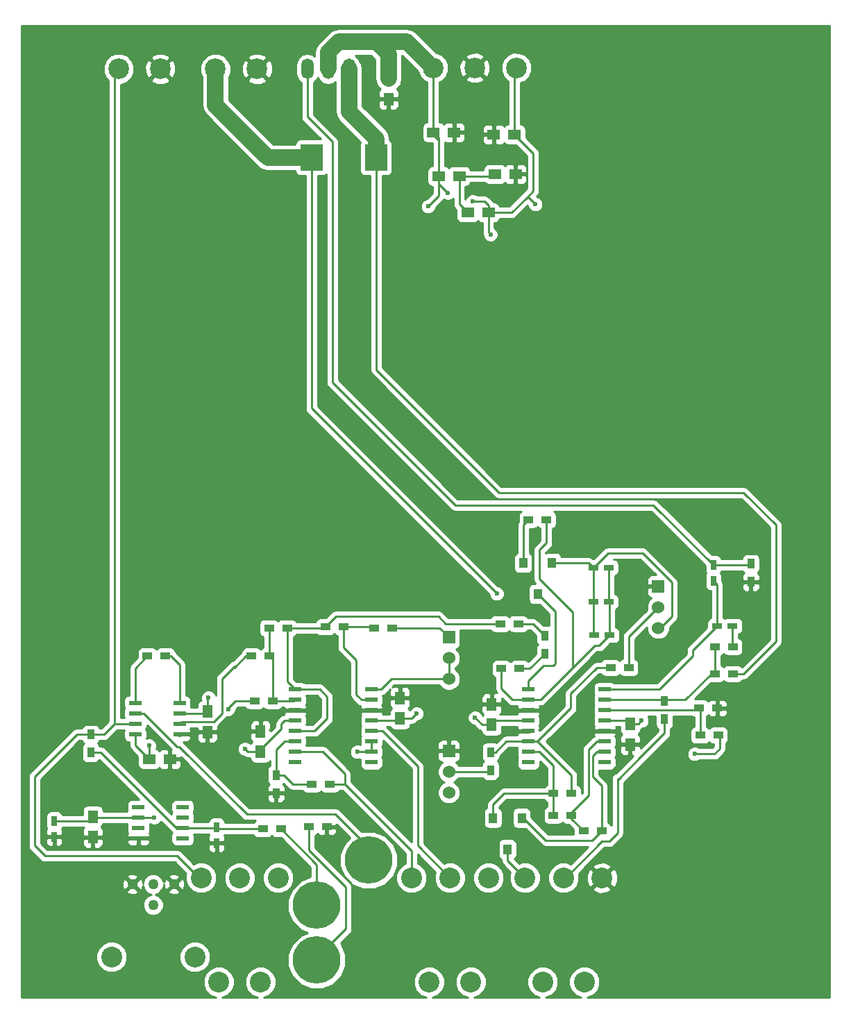
<source format=gbr>
G04 #@! TF.FileFunction,Copper,L1,Top,Signal*
%FSLAX46Y46*%
G04 Gerber Fmt 4.6, Leading zero omitted, Abs format (unit mm)*
G04 Created by KiCad (PCBNEW 4.0.2-stable) date 1/6/2017 6:18:40 PM*
%MOMM*%
G01*
G04 APERTURE LIST*
%ADD10C,0.100000*%
%ADD11C,0.600000*%
%ADD12R,1.200000X0.900000*%
%ADD13R,1.550000X0.600000*%
%ADD14R,1.500000X1.250000*%
%ADD15R,1.200000X0.750000*%
%ADD16R,1.250000X1.500000*%
%ADD17R,0.750000X1.200000*%
%ADD18C,2.540000*%
%ADD19C,1.270000*%
%ADD20O,1.501140X2.499360*%
%ADD21R,0.900000X1.200000*%
%ADD22R,2.700000X3.200000*%
%ADD23C,5.800000*%
%ADD24R,1.000000X1.300000*%
%ADD25R,1.500000X0.600000*%
%ADD26C,2.510000*%
%ADD27C,1.524000*%
%ADD28R,1.524000X1.524000*%
%ADD29C,0.250000*%
%ADD30C,2.000000*%
%ADD31C,0.254000*%
G04 APERTURE END LIST*
D10*
D11*
X114998500Y-134175500D03*
X107505500Y-130810000D03*
X98044000Y-137287000D03*
X99631500Y-136398000D03*
X56451500Y-149860000D03*
X61722000Y-149733000D03*
X80137000Y-134620000D03*
X86233000Y-133032500D03*
X85979000Y-134175500D03*
X89852500Y-133477000D03*
X89471500Y-136652000D03*
X73279000Y-139255500D03*
X70802500Y-142049500D03*
X63119000Y-139382500D03*
X64325500Y-141033500D03*
X139763500Y-120777000D03*
D12*
X79164000Y-133096000D03*
X81364000Y-133096000D03*
D11*
X119507000Y-137223500D03*
D13*
X64991000Y-146050000D03*
X64991000Y-147320000D03*
X64991000Y-148590000D03*
X64991000Y-149860000D03*
X70391000Y-149860000D03*
X70391000Y-148590000D03*
X70391000Y-147320000D03*
X70391000Y-146050000D03*
D14*
X100985000Y-63754000D03*
X103485000Y-63754000D03*
X108351000Y-64008000D03*
X110851000Y-64008000D03*
X108478000Y-68834000D03*
X110978000Y-68834000D03*
D15*
X135575000Y-123952000D03*
X137475000Y-123952000D03*
D14*
X101620000Y-69088000D03*
X104120000Y-69088000D03*
X105176000Y-73533000D03*
X107676000Y-73533000D03*
D16*
X59436000Y-147213000D03*
X59436000Y-149713000D03*
D17*
X54737000Y-147767000D03*
X54737000Y-149667000D03*
D16*
X73406000Y-136886000D03*
X73406000Y-134386000D03*
D14*
X68814000Y-140208000D03*
X66314000Y-140208000D03*
D16*
X95504000Y-59670000D03*
X95504000Y-57170000D03*
D17*
X74549000Y-148529000D03*
X74549000Y-150429000D03*
D15*
X120589000Y-125095000D03*
X122489000Y-125095000D03*
X120462000Y-121031000D03*
X122362000Y-121031000D03*
X120462000Y-116840000D03*
X122362000Y-116840000D03*
D16*
X96901000Y-132735000D03*
X96901000Y-135235000D03*
X79883000Y-136799000D03*
X79883000Y-139299000D03*
X124968000Y-138410000D03*
X124968000Y-135910000D03*
X108077000Y-133497000D03*
X108077000Y-135997000D03*
D18*
X61722000Y-164338000D03*
X71882000Y-164338000D03*
D19*
X66802000Y-157988000D03*
X66802000Y-155448000D03*
X69342000Y-155448000D03*
X64262000Y-155448000D03*
D20*
X88138000Y-56007000D03*
X85598000Y-56007000D03*
X90678000Y-56007000D03*
D12*
X80180000Y-148717000D03*
X82380000Y-148717000D03*
X85768000Y-148463000D03*
X87968000Y-148463000D03*
X133393000Y-133985000D03*
X135593000Y-133985000D03*
D21*
X129159000Y-133139000D03*
X129159000Y-135339000D03*
D12*
X137498000Y-126492000D03*
X135298000Y-126492000D03*
X135720000Y-137287000D03*
X133520000Y-137287000D03*
X137498000Y-129794000D03*
X135298000Y-129794000D03*
X68283000Y-127635000D03*
X66083000Y-127635000D03*
D17*
X135128000Y-116525000D03*
X135128000Y-118425000D03*
D22*
X86093000Y-66802000D03*
X93993000Y-66802000D03*
D12*
X80983000Y-127635000D03*
X78783000Y-127635000D03*
X80942000Y-124206000D03*
X83142000Y-124206000D03*
X111336000Y-123698000D03*
X109136000Y-123698000D03*
X90000000Y-124079000D03*
X87800000Y-124079000D03*
D21*
X81788000Y-142156000D03*
X81788000Y-144356000D03*
D12*
X95969000Y-124206000D03*
X93769000Y-124206000D03*
D21*
X114554000Y-127338000D03*
X114554000Y-125138000D03*
D12*
X88349000Y-143256000D03*
X86149000Y-143256000D03*
X109263000Y-129159000D03*
X111463000Y-129159000D03*
X112565000Y-110998000D03*
X114765000Y-110998000D03*
X122598000Y-129032000D03*
X124798000Y-129032000D03*
D21*
X107950000Y-139362000D03*
X107950000Y-141562000D03*
D12*
X117813000Y-147066000D03*
X115613000Y-147066000D03*
X121496000Y-148971000D03*
X119296000Y-148971000D03*
X115613000Y-144399000D03*
X117813000Y-144399000D03*
D21*
X59182000Y-137203000D03*
X59182000Y-139403000D03*
X139700000Y-116375000D03*
X139700000Y-118575000D03*
D23*
X93081000Y-152519000D03*
X86736000Y-158019000D03*
X86736000Y-164719000D03*
D18*
X77343000Y-154686000D03*
X72644000Y-154686000D03*
X82042000Y-154686000D03*
X74803000Y-167386000D03*
X79883000Y-167386000D03*
X102997000Y-154686000D03*
X98298000Y-154686000D03*
X107696000Y-154686000D03*
X100457000Y-167386000D03*
X105537000Y-167386000D03*
D24*
X108257400Y-147380800D03*
X111757400Y-147380800D03*
X110007400Y-151180800D03*
X111940400Y-116265800D03*
X115440400Y-116265800D03*
X113690400Y-120065800D03*
D18*
X116840000Y-154686000D03*
X112141000Y-154686000D03*
X121539000Y-154686000D03*
X114300000Y-167386000D03*
X119380000Y-167386000D03*
D25*
X84123000Y-131699000D03*
X84123000Y-132969000D03*
X84123000Y-134239000D03*
X84123000Y-135509000D03*
X84123000Y-136779000D03*
X84123000Y-138049000D03*
X84123000Y-139319000D03*
X84123000Y-140589000D03*
X93423000Y-140589000D03*
X93423000Y-139319000D03*
X93423000Y-138049000D03*
X93423000Y-136779000D03*
X93423000Y-135509000D03*
X93423000Y-134239000D03*
X93423000Y-132969000D03*
X93423000Y-131699000D03*
X112571000Y-131699000D03*
X112571000Y-132969000D03*
X112571000Y-134239000D03*
X112571000Y-135509000D03*
X112571000Y-136779000D03*
X112571000Y-138049000D03*
X112571000Y-139319000D03*
X112571000Y-140589000D03*
X121871000Y-140589000D03*
X121871000Y-139319000D03*
X121871000Y-138049000D03*
X121871000Y-136779000D03*
X121871000Y-135509000D03*
X121871000Y-134239000D03*
X121871000Y-132969000D03*
X121871000Y-131699000D03*
D26*
X100934000Y-55872000D03*
X106014000Y-55872000D03*
X111094000Y-55872000D03*
D13*
X64610000Y-133350000D03*
X64610000Y-134620000D03*
X64610000Y-135890000D03*
X64610000Y-137160000D03*
X70010000Y-137160000D03*
X70010000Y-135890000D03*
X70010000Y-134620000D03*
X70010000Y-133350000D03*
D27*
X102870000Y-130429000D03*
X102870000Y-127889000D03*
D28*
X102870000Y-125349000D03*
D27*
X102870000Y-144272000D03*
X102870000Y-141732000D03*
D28*
X102870000Y-139192000D03*
D27*
X128397000Y-124206000D03*
X128397000Y-121666000D03*
D28*
X128397000Y-119126000D03*
D26*
X62580000Y-55999000D03*
X67660000Y-55999000D03*
X74391000Y-55999000D03*
X79471000Y-55999000D03*
D11*
X66103500Y-142303500D03*
X73533000Y-132715000D03*
X77978000Y-138938000D03*
X102743000Y-71120000D03*
X106045000Y-135128000D03*
X66929000Y-147320000D03*
X100330000Y-72771000D03*
X113411000Y-72517000D03*
X126365000Y-135509000D03*
X107950000Y-76200000D03*
X98933000Y-134620000D03*
X66294000Y-138557000D03*
X105791000Y-72136000D03*
X75946000Y-134112000D03*
X91694000Y-139319000D03*
X132842000Y-139573000D03*
X108712000Y-120015000D03*
D29*
X73406000Y-134386000D02*
X73406000Y-132842000D01*
X73406000Y-132842000D02*
X73533000Y-132715000D01*
X70010000Y-134620000D02*
X73172000Y-134620000D01*
X73172000Y-134620000D02*
X73406000Y-134386000D01*
X79883000Y-139299000D02*
X78339000Y-139299000D01*
X78339000Y-139299000D02*
X77978000Y-138938000D01*
X79883000Y-139299000D02*
X79883000Y-139065000D01*
X79883000Y-139065000D02*
X82423000Y-136525000D01*
X82423000Y-136525000D02*
X82423000Y-135890000D01*
X82423000Y-135890000D02*
X82804000Y-135509000D01*
X82804000Y-135509000D02*
X84123000Y-135509000D01*
X100985000Y-63754000D02*
X100985000Y-64028000D01*
X100985000Y-64028000D02*
X101620000Y-64663000D01*
X101620000Y-64663000D02*
X101620000Y-69088000D01*
X108077000Y-135997000D02*
X106914000Y-135997000D01*
X101620000Y-69997000D02*
X101620000Y-69088000D01*
X102743000Y-71120000D02*
X101620000Y-69997000D01*
X106914000Y-135997000D02*
X106045000Y-135128000D01*
X112571000Y-135509000D02*
X108565000Y-135509000D01*
X108565000Y-135509000D02*
X108077000Y-135997000D01*
D30*
X95504000Y-57170000D02*
X95504000Y-54229000D01*
X95504000Y-54229000D02*
X93980000Y-52705000D01*
X88138000Y-56007000D02*
X88138000Y-53975000D01*
X97767000Y-52705000D02*
X100934000Y-55872000D01*
X89408000Y-52705000D02*
X93980000Y-52705000D01*
X93980000Y-52705000D02*
X97767000Y-52705000D01*
X88138000Y-53975000D02*
X89408000Y-52705000D01*
D29*
X64991000Y-147320000D02*
X66929000Y-147320000D01*
X54737000Y-147767000D02*
X58882000Y-147767000D01*
X58882000Y-147767000D02*
X59329000Y-147320000D01*
X59329000Y-147320000D02*
X64991000Y-147320000D01*
X101620000Y-64389000D02*
X100934000Y-63703000D01*
X101620000Y-71481000D02*
X101620000Y-64389000D01*
X100330000Y-72771000D02*
X101620000Y-71481000D01*
X100934000Y-63703000D02*
X100934000Y-55872000D01*
X139550000Y-118425000D02*
X139700000Y-118575000D01*
X124968000Y-135910000D02*
X125964000Y-135910000D01*
X112585500Y-71691500D02*
X112331500Y-71691500D01*
X113411000Y-72517000D02*
X112585500Y-71691500D01*
X125964000Y-135910000D02*
X126365000Y-135509000D01*
X121871000Y-135509000D02*
X124567000Y-135509000D01*
X124567000Y-135509000D02*
X124968000Y-135910000D01*
X96901000Y-135235000D02*
X98318000Y-135235000D01*
X107676000Y-75926000D02*
X107676000Y-73533000D01*
X107950000Y-76200000D02*
X107676000Y-75926000D01*
X98318000Y-135235000D02*
X98933000Y-134620000D01*
X66314000Y-140208000D02*
X66314000Y-138577000D01*
X66314000Y-138577000D02*
X66294000Y-138557000D01*
X105791000Y-72136000D02*
X107188000Y-72136000D01*
X107188000Y-72136000D02*
X107676000Y-72624000D01*
X107676000Y-72624000D02*
X107676000Y-73533000D01*
X93423000Y-135509000D02*
X96627000Y-135509000D01*
X96627000Y-135509000D02*
X96901000Y-135235000D01*
X107676000Y-73533000D02*
X110490000Y-73533000D01*
X110490000Y-73533000D02*
X112331500Y-71691500D01*
X113157000Y-66314000D02*
X110851000Y-64008000D01*
X112331500Y-71691500D02*
X113157000Y-70866000D01*
X113157000Y-70866000D02*
X113157000Y-66314000D01*
X110851000Y-64008000D02*
X110851000Y-56115000D01*
X110851000Y-56115000D02*
X111094000Y-55872000D01*
X64610000Y-137160000D02*
X64610000Y-138504000D01*
X64610000Y-138504000D02*
X66314000Y-140208000D01*
X104120000Y-69088000D02*
X104120000Y-72477000D01*
X104120000Y-72477000D02*
X105176000Y-73533000D01*
X104120000Y-69088000D02*
X108224000Y-69088000D01*
X108224000Y-69088000D02*
X108478000Y-68834000D01*
X121871000Y-131699000D02*
X128524000Y-131699000D01*
X132588000Y-127635000D02*
X132588000Y-126939000D01*
X128524000Y-131699000D02*
X132588000Y-127635000D01*
X135575000Y-123952000D02*
X135575000Y-118872000D01*
X135575000Y-118872000D02*
X135128000Y-118425000D01*
X132588000Y-126939000D02*
X135575000Y-123952000D01*
X137475000Y-123952000D02*
X137475000Y-126469000D01*
X137475000Y-126469000D02*
X137498000Y-126492000D01*
X80180000Y-148717000D02*
X74737000Y-148717000D01*
X74737000Y-148717000D02*
X74549000Y-148529000D01*
X70391000Y-148590000D02*
X69596000Y-148590000D01*
X60409000Y-139403000D02*
X59182000Y-139403000D01*
X69596000Y-148590000D02*
X60409000Y-139403000D01*
X70391000Y-148590000D02*
X74488000Y-148590000D01*
X74488000Y-148590000D02*
X74549000Y-148529000D01*
X128397000Y-124206000D02*
X128651000Y-124206000D01*
X128651000Y-124206000D02*
X130048000Y-122809000D01*
X130048000Y-122809000D02*
X130048000Y-118618000D01*
X130048000Y-118618000D02*
X126492000Y-115062000D01*
X126492000Y-115062000D02*
X122240000Y-115062000D01*
X122240000Y-115062000D02*
X120462000Y-116840000D01*
X120462000Y-121031000D02*
X120462000Y-124968000D01*
X120462000Y-124968000D02*
X120589000Y-125095000D01*
X120462000Y-116840000D02*
X120462000Y-121031000D01*
X115440400Y-116265800D02*
X119887800Y-116265800D01*
X119887800Y-116265800D02*
X120462000Y-116840000D01*
X114765000Y-110998000D02*
X114765000Y-113835000D01*
X117983000Y-122301000D02*
X117983000Y-129032000D01*
X113919000Y-118237000D02*
X117983000Y-122301000D01*
X113919000Y-114681000D02*
X113919000Y-118237000D01*
X114765000Y-113835000D02*
X113919000Y-114681000D01*
X112571000Y-132969000D02*
X114046000Y-132969000D01*
X114046000Y-132969000D02*
X117983000Y-129032000D01*
X121219000Y-126365000D02*
X122489000Y-125095000D01*
X117983000Y-129032000D02*
X120650000Y-126365000D01*
X120650000Y-126365000D02*
X121219000Y-126365000D01*
X122362000Y-116840000D02*
X122362000Y-121031000D01*
X122489000Y-125095000D02*
X122489000Y-121158000D01*
X122489000Y-121158000D02*
X122362000Y-121031000D01*
X109263000Y-129159000D02*
X109263000Y-131615000D01*
X110617000Y-132969000D02*
X112571000Y-132969000D01*
X109263000Y-131615000D02*
X110617000Y-132969000D01*
X79164000Y-133096000D02*
X76835000Y-133096000D01*
X75946000Y-133985000D02*
X75946000Y-134112000D01*
X76835000Y-133096000D02*
X75946000Y-133985000D01*
X93423000Y-138049000D02*
X93423000Y-139319000D01*
X91694000Y-139319000D02*
X93423000Y-139319000D01*
X85598000Y-56007000D02*
X85598000Y-61849000D01*
X127823000Y-109220000D02*
X135128000Y-116525000D01*
X103632000Y-109220000D02*
X127823000Y-109220000D01*
X88646000Y-94234000D02*
X103632000Y-109220000D01*
X88646000Y-64897000D02*
X88646000Y-94234000D01*
X85598000Y-61849000D02*
X88646000Y-64897000D01*
X135128000Y-116525000D02*
X139550000Y-116525000D01*
X139550000Y-116525000D02*
X139700000Y-116375000D01*
X93993000Y-66802000D02*
X93993000Y-92723000D01*
X138811000Y-129794000D02*
X137498000Y-129794000D01*
X142748000Y-125857000D02*
X138811000Y-129794000D01*
X142748000Y-111633000D02*
X142748000Y-125857000D01*
X138811000Y-107696000D02*
X142748000Y-111633000D01*
X108966000Y-107696000D02*
X138811000Y-107696000D01*
X93993000Y-92723000D02*
X108966000Y-107696000D01*
D30*
X93993000Y-66802000D02*
X93993000Y-64529000D01*
X90678000Y-61214000D02*
X90678000Y-56007000D01*
X93993000Y-64529000D02*
X90678000Y-61214000D01*
D29*
X86736000Y-158019000D02*
X86736000Y-153073000D01*
X86736000Y-153073000D02*
X82380000Y-148717000D01*
X86736000Y-164719000D02*
X86736000Y-164470000D01*
X86736000Y-164470000D02*
X90297000Y-160909000D01*
X90297000Y-160909000D02*
X90297000Y-155829000D01*
X90297000Y-155829000D02*
X85768000Y-151300000D01*
X85768000Y-151300000D02*
X85768000Y-148463000D01*
X133520000Y-137287000D02*
X133520000Y-134112000D01*
X133520000Y-134112000D02*
X133393000Y-133985000D01*
X121871000Y-134239000D02*
X133139000Y-134239000D01*
X133139000Y-134239000D02*
X133393000Y-133985000D01*
X121871000Y-132969000D02*
X128989000Y-132969000D01*
X128989000Y-132969000D02*
X131064000Y-132969000D01*
X131064000Y-132969000D02*
X131699000Y-132969000D01*
X131699000Y-132969000D02*
X134874000Y-129794000D01*
X134874000Y-129794000D02*
X135298000Y-129794000D01*
X135298000Y-126492000D02*
X135298000Y-129794000D01*
X126365000Y-139827000D02*
X123444000Y-142748000D01*
X123444000Y-142748000D02*
X123444000Y-142621000D01*
X116840000Y-154686000D02*
X117094000Y-154686000D01*
X117094000Y-154686000D02*
X121539000Y-150241000D01*
X123444000Y-149225000D02*
X123444000Y-142621000D01*
X122428000Y-150241000D02*
X123444000Y-149225000D01*
X121539000Y-150241000D02*
X122428000Y-150241000D01*
X126365000Y-139827000D02*
X129159000Y-137033000D01*
X129159000Y-137033000D02*
X129159000Y-135339000D01*
X86093000Y-66802000D02*
X86093000Y-97396000D01*
X135890000Y-138938000D02*
X135890000Y-137457000D01*
X135255000Y-139573000D02*
X135890000Y-138938000D01*
X132842000Y-139573000D02*
X135255000Y-139573000D01*
X86093000Y-97396000D02*
X108712000Y-120015000D01*
X135890000Y-137457000D02*
X135720000Y-137287000D01*
D30*
X74391000Y-55999000D02*
X74391000Y-60421000D01*
X80772000Y-66802000D02*
X86093000Y-66802000D01*
X74391000Y-60421000D02*
X80772000Y-66802000D01*
D29*
X68283000Y-127635000D02*
X68961000Y-127635000D01*
X70010000Y-128684000D02*
X70010000Y-133350000D01*
X68961000Y-127635000D02*
X70010000Y-128684000D01*
X64610000Y-133350000D02*
X64610000Y-129108000D01*
X64610000Y-129108000D02*
X66083000Y-127635000D01*
X81364000Y-133096000D02*
X81364000Y-128016000D01*
X81364000Y-128016000D02*
X80983000Y-127635000D01*
X81364000Y-133096000D02*
X83996000Y-133096000D01*
X83996000Y-133096000D02*
X84123000Y-132969000D01*
X80983000Y-127635000D02*
X80983000Y-124247000D01*
X80983000Y-124247000D02*
X80942000Y-124206000D01*
X80856000Y-127762000D02*
X80983000Y-127635000D01*
X73914000Y-135636000D02*
X74168000Y-135636000D01*
X76708000Y-128905000D02*
X76708000Y-129032000D01*
X75184000Y-130429000D02*
X76708000Y-128905000D01*
X75184000Y-134620000D02*
X75184000Y-130429000D01*
X74168000Y-135636000D02*
X75184000Y-134620000D01*
X78783000Y-127635000D02*
X78105000Y-127635000D01*
X73914000Y-135636000D02*
X70264000Y-135636000D01*
X78105000Y-127635000D02*
X76708000Y-129032000D01*
X76708000Y-129032000D02*
X76708000Y-129032000D01*
X70264000Y-135636000D02*
X70010000Y-135890000D01*
X84123000Y-136779000D02*
X86487000Y-136779000D01*
X87122000Y-131699000D02*
X84123000Y-131699000D01*
X88011000Y-132588000D02*
X87122000Y-131699000D01*
X88011000Y-135255000D02*
X88011000Y-132588000D01*
X86487000Y-136779000D02*
X88011000Y-135255000D01*
X109136000Y-123698000D02*
X102489000Y-123698000D01*
X89070000Y-122809000D02*
X87800000Y-124079000D01*
X101600000Y-122809000D02*
X89070000Y-122809000D01*
X102489000Y-123698000D02*
X101600000Y-122809000D01*
X83142000Y-124206000D02*
X87673000Y-124206000D01*
X87673000Y-124206000D02*
X87800000Y-124079000D01*
X83142000Y-124206000D02*
X83142000Y-130718000D01*
X83142000Y-130718000D02*
X84123000Y-131699000D01*
X111336000Y-123698000D02*
X113114000Y-123698000D01*
X113114000Y-123698000D02*
X114554000Y-125138000D01*
X90000000Y-124079000D02*
X93642000Y-124079000D01*
X93642000Y-124079000D02*
X93769000Y-124206000D01*
X90000000Y-124079000D02*
X90000000Y-126576000D01*
X92202000Y-132969000D02*
X93423000Y-132969000D01*
X91567000Y-132334000D02*
X92202000Y-132969000D01*
X91567000Y-128143000D02*
X91567000Y-132334000D01*
X90000000Y-126576000D02*
X91567000Y-128143000D01*
X86149000Y-143256000D02*
X83820000Y-143256000D01*
X82720000Y-142156000D02*
X81788000Y-142156000D01*
X83820000Y-143256000D02*
X82720000Y-142156000D01*
X81788000Y-142156000D02*
X81788000Y-139065000D01*
X82804000Y-138049000D02*
X84123000Y-138049000D01*
X81788000Y-139065000D02*
X82804000Y-138049000D01*
X95969000Y-124206000D02*
X101727000Y-124206000D01*
X101727000Y-124206000D02*
X102870000Y-125349000D01*
X111463000Y-129159000D02*
X112733000Y-129159000D01*
X112733000Y-129159000D02*
X114554000Y-127338000D01*
X88349000Y-143256000D02*
X90170000Y-143256000D01*
X98298000Y-154686000D02*
X98298000Y-151384000D01*
X87503000Y-139319000D02*
X84123000Y-139319000D01*
X90170000Y-141986000D02*
X87503000Y-139319000D01*
X90170000Y-143256000D02*
X90170000Y-141986000D01*
X98298000Y-151384000D02*
X90170000Y-143256000D01*
X111940400Y-116265800D02*
X111940400Y-111622600D01*
X111940400Y-111622600D02*
X112565000Y-110998000D01*
X112571000Y-138049000D02*
X113665000Y-138049000D01*
X113665000Y-138049000D02*
X117729000Y-133985000D01*
X120904000Y-129032000D02*
X122598000Y-129032000D01*
X117729000Y-132207000D02*
X120904000Y-129032000D01*
X117729000Y-133985000D02*
X117729000Y-132207000D01*
X117813000Y-144399000D02*
X117813000Y-142197000D01*
X117813000Y-142197000D02*
X113665000Y-138049000D01*
X107950000Y-139362000D02*
X108542000Y-139362000D01*
X109855000Y-138049000D02*
X112571000Y-138049000D01*
X108542000Y-139362000D02*
X109855000Y-138049000D01*
X124798000Y-129032000D02*
X124798000Y-125265000D01*
X124798000Y-125265000D02*
X128397000Y-121666000D01*
X102870000Y-141732000D02*
X107780000Y-141732000D01*
X107780000Y-141732000D02*
X107950000Y-141562000D01*
X117813000Y-147066000D02*
X117813000Y-146728000D01*
X117813000Y-146728000D02*
X119888000Y-144653000D01*
X120904000Y-138049000D02*
X121871000Y-138049000D01*
X119888000Y-139065000D02*
X120904000Y-138049000D01*
X119888000Y-144653000D02*
X119888000Y-139065000D01*
X117813000Y-147066000D02*
X117813000Y-147488000D01*
X117813000Y-147488000D02*
X119296000Y-148971000D01*
X115613000Y-144399000D02*
X115613000Y-147066000D01*
X108257400Y-147380800D02*
X108257400Y-145742600D01*
X109601000Y-144399000D02*
X115613000Y-144399000D01*
X108257400Y-145742600D02*
X109601000Y-144399000D01*
X112571000Y-139319000D02*
X113919000Y-139319000D01*
X115613000Y-141013000D02*
X115613000Y-144399000D01*
X113919000Y-139319000D02*
X115613000Y-141013000D01*
X121496000Y-148971000D02*
X121496000Y-143467000D01*
X120904000Y-139319000D02*
X121871000Y-139319000D01*
X120396000Y-139827000D02*
X120904000Y-139319000D01*
X120396000Y-142367000D02*
X120396000Y-139827000D01*
X121496000Y-143467000D02*
X120396000Y-142367000D01*
X111757400Y-147380800D02*
X111947800Y-147380800D01*
X111947800Y-147380800D02*
X114681000Y-150114000D01*
X114681000Y-150114000D02*
X120353000Y-150114000D01*
X120353000Y-150114000D02*
X121496000Y-148971000D01*
X72644000Y-154686000D02*
X72390000Y-154686000D01*
X72390000Y-154686000D02*
X69723000Y-152019000D01*
X69723000Y-152019000D02*
X53594000Y-152019000D01*
X53594000Y-152019000D02*
X52324000Y-150749000D01*
X52324000Y-150749000D02*
X52324000Y-142367000D01*
X52324000Y-142367000D02*
X57488000Y-137203000D01*
X57488000Y-137203000D02*
X59182000Y-137203000D01*
X62103000Y-135890000D02*
X62103000Y-56476000D01*
X62103000Y-56476000D02*
X62580000Y-55999000D01*
X59182000Y-137203000D02*
X60790000Y-137203000D01*
X62103000Y-135890000D02*
X64610000Y-135890000D01*
X60790000Y-137203000D02*
X62103000Y-135890000D01*
X93081000Y-152519000D02*
X93081000Y-150993000D01*
X93081000Y-150993000D02*
X89027000Y-146939000D01*
X89027000Y-146939000D02*
X78232000Y-146939000D01*
X78232000Y-146939000D02*
X69977000Y-138684000D01*
X69977000Y-138684000D02*
X69723000Y-138684000D01*
X69723000Y-138684000D02*
X65659000Y-134620000D01*
X65659000Y-134620000D02*
X64610000Y-134620000D01*
X102870000Y-127889000D02*
X102870000Y-130429000D01*
X93423000Y-131699000D02*
X94615000Y-131699000D01*
X95885000Y-130429000D02*
X102870000Y-130429000D01*
X94615000Y-131699000D02*
X95885000Y-130429000D01*
X93423000Y-136779000D02*
X94742000Y-136779000D01*
X99060000Y-150749000D02*
X102997000Y-154686000D01*
X99060000Y-141097000D02*
X99060000Y-150749000D01*
X94742000Y-136779000D02*
X99060000Y-141097000D01*
X110007400Y-151180800D02*
X110007400Y-152552400D01*
X110007400Y-152552400D02*
X112141000Y-154686000D01*
X112571000Y-131699000D02*
X112571000Y-130634000D01*
X115824000Y-122199400D02*
X113690400Y-120065800D01*
X115824000Y-128524000D02*
X115824000Y-122199400D01*
X115570000Y-128778000D02*
X115824000Y-128524000D01*
X114427000Y-128778000D02*
X115570000Y-128778000D01*
X112571000Y-130634000D02*
X114427000Y-128778000D01*
D31*
G36*
X149290000Y-169290000D02*
X119760484Y-169290000D01*
X120457686Y-169001922D01*
X120994039Y-168466505D01*
X121284668Y-167766590D01*
X121285330Y-167008735D01*
X120995922Y-166308314D01*
X120460505Y-165771961D01*
X119760590Y-165481332D01*
X119002735Y-165480670D01*
X118302314Y-165770078D01*
X117765961Y-166305495D01*
X117475332Y-167005410D01*
X117474670Y-167763265D01*
X117764078Y-168463686D01*
X118299495Y-169000039D01*
X118997801Y-169290000D01*
X114680484Y-169290000D01*
X115377686Y-169001922D01*
X115914039Y-168466505D01*
X116204668Y-167766590D01*
X116205330Y-167008735D01*
X115915922Y-166308314D01*
X115380505Y-165771961D01*
X114680590Y-165481332D01*
X113922735Y-165480670D01*
X113222314Y-165770078D01*
X112685961Y-166305495D01*
X112395332Y-167005410D01*
X112394670Y-167763265D01*
X112684078Y-168463686D01*
X113219495Y-169000039D01*
X113917801Y-169290000D01*
X105917484Y-169290000D01*
X106614686Y-169001922D01*
X107151039Y-168466505D01*
X107441668Y-167766590D01*
X107442330Y-167008735D01*
X107152922Y-166308314D01*
X106617505Y-165771961D01*
X105917590Y-165481332D01*
X105159735Y-165480670D01*
X104459314Y-165770078D01*
X103922961Y-166305495D01*
X103632332Y-167005410D01*
X103631670Y-167763265D01*
X103921078Y-168463686D01*
X104456495Y-169000039D01*
X105154801Y-169290000D01*
X100837484Y-169290000D01*
X101534686Y-169001922D01*
X102071039Y-168466505D01*
X102361668Y-167766590D01*
X102362330Y-167008735D01*
X102072922Y-166308314D01*
X101537505Y-165771961D01*
X100837590Y-165481332D01*
X100079735Y-165480670D01*
X99379314Y-165770078D01*
X98842961Y-166305495D01*
X98552332Y-167005410D01*
X98551670Y-167763265D01*
X98841078Y-168463686D01*
X99376495Y-169000039D01*
X100074801Y-169290000D01*
X80263484Y-169290000D01*
X80960686Y-169001922D01*
X81497039Y-168466505D01*
X81787668Y-167766590D01*
X81788330Y-167008735D01*
X81498922Y-166308314D01*
X80963505Y-165771961D01*
X80263590Y-165481332D01*
X79505735Y-165480670D01*
X78805314Y-165770078D01*
X78268961Y-166305495D01*
X77978332Y-167005410D01*
X77977670Y-167763265D01*
X78267078Y-168463686D01*
X78802495Y-169000039D01*
X79500801Y-169290000D01*
X75183484Y-169290000D01*
X75880686Y-169001922D01*
X76417039Y-168466505D01*
X76707668Y-167766590D01*
X76708330Y-167008735D01*
X76418922Y-166308314D01*
X75883505Y-165771961D01*
X75183590Y-165481332D01*
X74425735Y-165480670D01*
X73725314Y-165770078D01*
X73188961Y-166305495D01*
X72898332Y-167005410D01*
X72897670Y-167763265D01*
X73187078Y-168463686D01*
X73722495Y-169000039D01*
X74420801Y-169290000D01*
X50710000Y-169290000D01*
X50710000Y-164715265D01*
X59816670Y-164715265D01*
X60106078Y-165415686D01*
X60641495Y-165952039D01*
X61341410Y-166242668D01*
X62099265Y-166243330D01*
X62799686Y-165953922D01*
X63336039Y-165418505D01*
X63626668Y-164718590D01*
X63626670Y-164715265D01*
X69976670Y-164715265D01*
X70266078Y-165415686D01*
X70801495Y-165952039D01*
X71501410Y-166242668D01*
X72259265Y-166243330D01*
X72959686Y-165953922D01*
X73496039Y-165418505D01*
X73786668Y-164718590D01*
X73787330Y-163960735D01*
X73497922Y-163260314D01*
X72962505Y-162723961D01*
X72262590Y-162433332D01*
X71504735Y-162432670D01*
X70804314Y-162722078D01*
X70267961Y-163257495D01*
X69977332Y-163957410D01*
X69976670Y-164715265D01*
X63626670Y-164715265D01*
X63627330Y-163960735D01*
X63337922Y-163260314D01*
X62802505Y-162723961D01*
X62102590Y-162433332D01*
X61344735Y-162432670D01*
X60644314Y-162722078D01*
X60107961Y-163257495D01*
X59817332Y-163957410D01*
X59816670Y-164715265D01*
X50710000Y-164715265D01*
X50710000Y-156336133D01*
X63553472Y-156336133D01*
X63607303Y-156565179D01*
X64084664Y-156730681D01*
X64589023Y-156700906D01*
X64916697Y-156565179D01*
X64970528Y-156336133D01*
X64262000Y-155627605D01*
X63553472Y-156336133D01*
X50710000Y-156336133D01*
X50710000Y-155270664D01*
X62979319Y-155270664D01*
X63009094Y-155775023D01*
X63144821Y-156102697D01*
X63373867Y-156156528D01*
X64082395Y-155448000D01*
X64441605Y-155448000D01*
X65150133Y-156156528D01*
X65379179Y-156102697D01*
X65531812Y-155662453D01*
X65531780Y-155699510D01*
X65724718Y-156166458D01*
X66081663Y-156524026D01*
X66548273Y-156717779D01*
X66550488Y-156717781D01*
X66083542Y-156910718D01*
X65725974Y-157267663D01*
X65532221Y-157734273D01*
X65531780Y-158239510D01*
X65724718Y-158706458D01*
X66081663Y-159064026D01*
X66548273Y-159257779D01*
X67053510Y-159258220D01*
X67520458Y-159065282D01*
X67878026Y-158708337D01*
X68071779Y-158241727D01*
X68072220Y-157736490D01*
X67879282Y-157269542D01*
X67522337Y-156911974D01*
X67055727Y-156718221D01*
X67053512Y-156718219D01*
X67520458Y-156525282D01*
X67709937Y-156336133D01*
X68633472Y-156336133D01*
X68687303Y-156565179D01*
X69164664Y-156730681D01*
X69669023Y-156700906D01*
X69996697Y-156565179D01*
X70050528Y-156336133D01*
X69342000Y-155627605D01*
X68633472Y-156336133D01*
X67709937Y-156336133D01*
X67878026Y-156168337D01*
X68071779Y-155701727D01*
X68071968Y-155484929D01*
X68089094Y-155775023D01*
X68224821Y-156102697D01*
X68453867Y-156156528D01*
X69162395Y-155448000D01*
X69521605Y-155448000D01*
X70230133Y-156156528D01*
X70459179Y-156102697D01*
X70624681Y-155625336D01*
X70594906Y-155120977D01*
X70459179Y-154793303D01*
X70230133Y-154739472D01*
X69521605Y-155448000D01*
X69162395Y-155448000D01*
X68453867Y-154739472D01*
X68224821Y-154793303D01*
X68072188Y-155233547D01*
X68072220Y-155196490D01*
X67879282Y-154729542D01*
X67709903Y-154559867D01*
X68633472Y-154559867D01*
X69342000Y-155268395D01*
X70050528Y-154559867D01*
X69996697Y-154330821D01*
X69519336Y-154165319D01*
X69014977Y-154195094D01*
X68687303Y-154330821D01*
X68633472Y-154559867D01*
X67709903Y-154559867D01*
X67522337Y-154371974D01*
X67055727Y-154178221D01*
X66550490Y-154177780D01*
X66083542Y-154370718D01*
X65725974Y-154727663D01*
X65532221Y-155194273D01*
X65532032Y-155411071D01*
X65514906Y-155120977D01*
X65379179Y-154793303D01*
X65150133Y-154739472D01*
X64441605Y-155448000D01*
X64082395Y-155448000D01*
X63373867Y-154739472D01*
X63144821Y-154793303D01*
X62979319Y-155270664D01*
X50710000Y-155270664D01*
X50710000Y-154559867D01*
X63553472Y-154559867D01*
X64262000Y-155268395D01*
X64970528Y-154559867D01*
X64916697Y-154330821D01*
X64439336Y-154165319D01*
X63934977Y-154195094D01*
X63607303Y-154330821D01*
X63553472Y-154559867D01*
X50710000Y-154559867D01*
X50710000Y-142367000D01*
X51564000Y-142367000D01*
X51564000Y-150749000D01*
X51621852Y-151039839D01*
X51786599Y-151286401D01*
X53056599Y-152556401D01*
X53303160Y-152721148D01*
X53594000Y-152779000D01*
X69408198Y-152779000D01*
X70796627Y-154167429D01*
X70739332Y-154305410D01*
X70738670Y-155063265D01*
X71028078Y-155763686D01*
X71563495Y-156300039D01*
X72263410Y-156590668D01*
X73021265Y-156591330D01*
X73721686Y-156301922D01*
X74258039Y-155766505D01*
X74548668Y-155066590D01*
X74548670Y-155063265D01*
X75437670Y-155063265D01*
X75727078Y-155763686D01*
X76262495Y-156300039D01*
X76962410Y-156590668D01*
X77720265Y-156591330D01*
X78420686Y-156301922D01*
X78957039Y-155766505D01*
X79247668Y-155066590D01*
X79247670Y-155063265D01*
X80136670Y-155063265D01*
X80426078Y-155763686D01*
X80961495Y-156300039D01*
X81661410Y-156590668D01*
X82419265Y-156591330D01*
X83119686Y-156301922D01*
X83656039Y-155766505D01*
X83946668Y-155066590D01*
X83947330Y-154308735D01*
X83657922Y-153608314D01*
X83122505Y-153071961D01*
X82422590Y-152781332D01*
X81664735Y-152780670D01*
X80964314Y-153070078D01*
X80427961Y-153605495D01*
X80137332Y-154305410D01*
X80136670Y-155063265D01*
X79247670Y-155063265D01*
X79248330Y-154308735D01*
X78958922Y-153608314D01*
X78423505Y-153071961D01*
X77723590Y-152781332D01*
X76965735Y-152780670D01*
X76265314Y-153070078D01*
X75728961Y-153605495D01*
X75438332Y-154305410D01*
X75437670Y-155063265D01*
X74548670Y-155063265D01*
X74549330Y-154308735D01*
X74259922Y-153608314D01*
X73724505Y-153071961D01*
X73024590Y-152781332D01*
X72266735Y-152780670D01*
X71766263Y-152987461D01*
X70260401Y-151481599D01*
X70013839Y-151316852D01*
X69723000Y-151259000D01*
X53908802Y-151259000D01*
X53084000Y-150434198D01*
X53084000Y-149952750D01*
X53727000Y-149952750D01*
X53727000Y-150393309D01*
X53823673Y-150626698D01*
X54002301Y-150805327D01*
X54235690Y-150902000D01*
X54451250Y-150902000D01*
X54610000Y-150743250D01*
X54610000Y-149794000D01*
X54864000Y-149794000D01*
X54864000Y-150743250D01*
X55022750Y-150902000D01*
X55238310Y-150902000D01*
X55471699Y-150805327D01*
X55650327Y-150626698D01*
X55747000Y-150393309D01*
X55747000Y-149998750D01*
X58176000Y-149998750D01*
X58176000Y-150589309D01*
X58272673Y-150822698D01*
X58451301Y-151001327D01*
X58684690Y-151098000D01*
X59150250Y-151098000D01*
X59309000Y-150939250D01*
X59309000Y-149840000D01*
X59563000Y-149840000D01*
X59563000Y-150939250D01*
X59721750Y-151098000D01*
X60187310Y-151098000D01*
X60420699Y-151001327D01*
X60599327Y-150822698D01*
X60696000Y-150589309D01*
X60696000Y-150145750D01*
X63581000Y-150145750D01*
X63581000Y-150286310D01*
X63677673Y-150519699D01*
X63856302Y-150698327D01*
X64089691Y-150795000D01*
X64705250Y-150795000D01*
X64864000Y-150636250D01*
X64864000Y-149987000D01*
X65118000Y-149987000D01*
X65118000Y-150636250D01*
X65276750Y-150795000D01*
X65892309Y-150795000D01*
X66125698Y-150698327D01*
X66304327Y-150519699D01*
X66401000Y-150286310D01*
X66401000Y-150145750D01*
X66242250Y-149987000D01*
X65118000Y-149987000D01*
X64864000Y-149987000D01*
X63739750Y-149987000D01*
X63581000Y-150145750D01*
X60696000Y-150145750D01*
X60696000Y-149998750D01*
X60537250Y-149840000D01*
X59563000Y-149840000D01*
X59309000Y-149840000D01*
X58334750Y-149840000D01*
X58176000Y-149998750D01*
X55747000Y-149998750D01*
X55747000Y-149952750D01*
X55588250Y-149794000D01*
X54864000Y-149794000D01*
X54610000Y-149794000D01*
X53885750Y-149794000D01*
X53727000Y-149952750D01*
X53084000Y-149952750D01*
X53084000Y-142681802D01*
X57802802Y-137963000D01*
X58114666Y-137963000D01*
X58128838Y-138038317D01*
X58267910Y-138254441D01*
X58337711Y-138302134D01*
X58280559Y-138338910D01*
X58135569Y-138551110D01*
X58084560Y-138803000D01*
X58084560Y-140003000D01*
X58128838Y-140238317D01*
X58267910Y-140454441D01*
X58480110Y-140599431D01*
X58732000Y-140650440D01*
X59632000Y-140650440D01*
X59867317Y-140606162D01*
X60083441Y-140467090D01*
X60211243Y-140280045D01*
X65033758Y-145102560D01*
X64216000Y-145102560D01*
X63980683Y-145146838D01*
X63764559Y-145285910D01*
X63619569Y-145498110D01*
X63568560Y-145750000D01*
X63568560Y-146350000D01*
X63608074Y-146560000D01*
X60708440Y-146560000D01*
X60708440Y-146463000D01*
X60664162Y-146227683D01*
X60525090Y-146011559D01*
X60312890Y-145866569D01*
X60061000Y-145815560D01*
X58811000Y-145815560D01*
X58575683Y-145859838D01*
X58359559Y-145998910D01*
X58214569Y-146211110D01*
X58163560Y-146463000D01*
X58163560Y-147007000D01*
X55729334Y-147007000D01*
X55715162Y-146931683D01*
X55576090Y-146715559D01*
X55363890Y-146570569D01*
X55112000Y-146519560D01*
X54362000Y-146519560D01*
X54126683Y-146563838D01*
X53910559Y-146702910D01*
X53765569Y-146915110D01*
X53714560Y-147167000D01*
X53714560Y-148367000D01*
X53758838Y-148602317D01*
X53825329Y-148705646D01*
X53823673Y-148707302D01*
X53727000Y-148940691D01*
X53727000Y-149381250D01*
X53885750Y-149540000D01*
X54610000Y-149540000D01*
X54610000Y-149520000D01*
X54864000Y-149520000D01*
X54864000Y-149540000D01*
X55588250Y-149540000D01*
X55747000Y-149381250D01*
X55747000Y-148940691D01*
X55650327Y-148707302D01*
X55648957Y-148705932D01*
X55708431Y-148618890D01*
X55727039Y-148527000D01*
X58348975Y-148527000D01*
X58272673Y-148603302D01*
X58176000Y-148836691D01*
X58176000Y-149427250D01*
X58334750Y-149586000D01*
X59309000Y-149586000D01*
X59309000Y-149566000D01*
X59563000Y-149566000D01*
X59563000Y-149586000D01*
X60537250Y-149586000D01*
X60696000Y-149427250D01*
X60696000Y-148836691D01*
X60599327Y-148603302D01*
X60458090Y-148462064D01*
X60512441Y-148427090D01*
X60657431Y-148214890D01*
X60684747Y-148080000D01*
X63611086Y-148080000D01*
X63568560Y-148290000D01*
X63568560Y-148890000D01*
X63612838Y-149125317D01*
X63671178Y-149215980D01*
X63581000Y-149433690D01*
X63581000Y-149574250D01*
X63739750Y-149733000D01*
X64864000Y-149733000D01*
X64864000Y-149713000D01*
X65118000Y-149713000D01*
X65118000Y-149733000D01*
X66242250Y-149733000D01*
X66401000Y-149574250D01*
X66401000Y-149433690D01*
X66311194Y-149216878D01*
X66362431Y-149141890D01*
X66413440Y-148890000D01*
X66413440Y-148290000D01*
X66375642Y-148089121D01*
X66398673Y-148112192D01*
X66742201Y-148254838D01*
X67114167Y-148255162D01*
X67457943Y-148113117D01*
X67721192Y-147850327D01*
X67738894Y-147807696D01*
X69002715Y-149071517D01*
X69012838Y-149125317D01*
X69076678Y-149224528D01*
X69019569Y-149308110D01*
X68968560Y-149560000D01*
X68968560Y-150160000D01*
X69012838Y-150395317D01*
X69151910Y-150611441D01*
X69364110Y-150756431D01*
X69616000Y-150807440D01*
X71166000Y-150807440D01*
X71401317Y-150763162D01*
X71476551Y-150714750D01*
X73539000Y-150714750D01*
X73539000Y-151155309D01*
X73635673Y-151388698D01*
X73814301Y-151567327D01*
X74047690Y-151664000D01*
X74263250Y-151664000D01*
X74422000Y-151505250D01*
X74422000Y-150556000D01*
X74676000Y-150556000D01*
X74676000Y-151505250D01*
X74834750Y-151664000D01*
X75050310Y-151664000D01*
X75283699Y-151567327D01*
X75462327Y-151388698D01*
X75559000Y-151155309D01*
X75559000Y-150714750D01*
X75400250Y-150556000D01*
X74676000Y-150556000D01*
X74422000Y-150556000D01*
X73697750Y-150556000D01*
X73539000Y-150714750D01*
X71476551Y-150714750D01*
X71617441Y-150624090D01*
X71762431Y-150411890D01*
X71813440Y-150160000D01*
X71813440Y-149560000D01*
X71773926Y-149350000D01*
X73568144Y-149350000D01*
X73570838Y-149364317D01*
X73637329Y-149467646D01*
X73635673Y-149469302D01*
X73539000Y-149702691D01*
X73539000Y-150143250D01*
X73697750Y-150302000D01*
X74422000Y-150302000D01*
X74422000Y-150282000D01*
X74676000Y-150282000D01*
X74676000Y-150302000D01*
X75400250Y-150302000D01*
X75559000Y-150143250D01*
X75559000Y-149702691D01*
X75465516Y-149477000D01*
X79024895Y-149477000D01*
X79115910Y-149618441D01*
X79328110Y-149763431D01*
X79580000Y-149814440D01*
X80780000Y-149814440D01*
X81015317Y-149770162D01*
X81231441Y-149631090D01*
X81279134Y-149561289D01*
X81315910Y-149618441D01*
X81528110Y-149763431D01*
X81780000Y-149814440D01*
X82402638Y-149814440D01*
X85976000Y-153387802D01*
X85976000Y-154508150D01*
X84736199Y-155020425D01*
X83740920Y-156013969D01*
X83201615Y-157312760D01*
X83200387Y-158719070D01*
X83737425Y-160018801D01*
X84730969Y-161014080D01*
X85586211Y-161369207D01*
X84736199Y-161720425D01*
X83740920Y-162713969D01*
X83201615Y-164012760D01*
X83200387Y-165419070D01*
X83737425Y-166718801D01*
X84730969Y-167714080D01*
X86029760Y-168253385D01*
X87436070Y-168254613D01*
X88735801Y-167717575D01*
X89731080Y-166724031D01*
X90270385Y-165425240D01*
X90271613Y-164018930D01*
X89734575Y-162719199D01*
X89648165Y-162632638D01*
X90834401Y-161446402D01*
X90999147Y-161199840D01*
X90999148Y-161199839D01*
X91057000Y-160909000D01*
X91057000Y-155829000D01*
X90999148Y-155538161D01*
X90999148Y-155538160D01*
X90834401Y-155291599D01*
X86528000Y-150985198D01*
X86528000Y-149530334D01*
X86603317Y-149516162D01*
X86819441Y-149377090D01*
X86865969Y-149308994D01*
X87008302Y-149451327D01*
X87241691Y-149548000D01*
X87682250Y-149548000D01*
X87841000Y-149389250D01*
X87841000Y-148590000D01*
X88095000Y-148590000D01*
X88095000Y-149389250D01*
X88253750Y-149548000D01*
X88694309Y-149548000D01*
X88927698Y-149451327D01*
X89106327Y-149272699D01*
X89203000Y-149039310D01*
X89203000Y-148748750D01*
X89044250Y-148590000D01*
X88095000Y-148590000D01*
X87841000Y-148590000D01*
X87821000Y-148590000D01*
X87821000Y-148336000D01*
X87841000Y-148336000D01*
X87841000Y-148316000D01*
X88095000Y-148316000D01*
X88095000Y-148336000D01*
X89044250Y-148336000D01*
X89196724Y-148183526D01*
X90807172Y-149793974D01*
X90085920Y-150513969D01*
X89546615Y-151812760D01*
X89545387Y-153219070D01*
X90082425Y-154518801D01*
X91075969Y-155514080D01*
X92374760Y-156053385D01*
X93781070Y-156054613D01*
X95080801Y-155517575D01*
X96076080Y-154524031D01*
X96615385Y-153225240D01*
X96616613Y-151818930D01*
X96079575Y-150519199D01*
X95086031Y-149523920D01*
X93787240Y-148984615D01*
X92380930Y-148983387D01*
X92214823Y-149052021D01*
X89564401Y-146401599D01*
X89317839Y-146236852D01*
X89027000Y-146179000D01*
X78546802Y-146179000D01*
X77009552Y-144641750D01*
X80703000Y-144641750D01*
X80703000Y-145082309D01*
X80799673Y-145315698D01*
X80978301Y-145494327D01*
X81211690Y-145591000D01*
X81502250Y-145591000D01*
X81661000Y-145432250D01*
X81661000Y-144483000D01*
X81915000Y-144483000D01*
X81915000Y-145432250D01*
X82073750Y-145591000D01*
X82364310Y-145591000D01*
X82597699Y-145494327D01*
X82776327Y-145315698D01*
X82873000Y-145082309D01*
X82873000Y-144641750D01*
X82714250Y-144483000D01*
X81915000Y-144483000D01*
X81661000Y-144483000D01*
X80861750Y-144483000D01*
X80703000Y-144641750D01*
X77009552Y-144641750D01*
X70514401Y-138146599D01*
X70437177Y-138095000D01*
X70911309Y-138095000D01*
X71144698Y-137998327D01*
X71323327Y-137819699D01*
X71420000Y-137586310D01*
X71420000Y-137445750D01*
X71261250Y-137287000D01*
X70137000Y-137287000D01*
X70137000Y-137307000D01*
X69883000Y-137307000D01*
X69883000Y-137287000D01*
X69863000Y-137287000D01*
X69863000Y-137171750D01*
X72146000Y-137171750D01*
X72146000Y-137762309D01*
X72242673Y-137995698D01*
X72421301Y-138174327D01*
X72654690Y-138271000D01*
X73120250Y-138271000D01*
X73279000Y-138112250D01*
X73279000Y-137013000D01*
X73533000Y-137013000D01*
X73533000Y-138112250D01*
X73691750Y-138271000D01*
X74157310Y-138271000D01*
X74390699Y-138174327D01*
X74569327Y-137995698D01*
X74666000Y-137762309D01*
X74666000Y-137171750D01*
X74507250Y-137013000D01*
X73533000Y-137013000D01*
X73279000Y-137013000D01*
X72304750Y-137013000D01*
X72146000Y-137171750D01*
X69863000Y-137171750D01*
X69863000Y-137033000D01*
X69883000Y-137033000D01*
X69883000Y-137013000D01*
X70137000Y-137013000D01*
X70137000Y-137033000D01*
X71261250Y-137033000D01*
X71420000Y-136874250D01*
X71420000Y-136733690D01*
X71330194Y-136516878D01*
X71381431Y-136441890D01*
X71390724Y-136396000D01*
X72146000Y-136396000D01*
X72146000Y-136600250D01*
X72304750Y-136759000D01*
X73279000Y-136759000D01*
X73279000Y-136739000D01*
X73533000Y-136739000D01*
X73533000Y-136759000D01*
X74507250Y-136759000D01*
X74666000Y-136600250D01*
X74666000Y-136199728D01*
X74705401Y-136173401D01*
X74956111Y-135922691D01*
X78623000Y-135922691D01*
X78623000Y-136513250D01*
X78781750Y-136672000D01*
X79756000Y-136672000D01*
X79756000Y-135572750D01*
X79597250Y-135414000D01*
X79131690Y-135414000D01*
X78898301Y-135510673D01*
X78719673Y-135689302D01*
X78623000Y-135922691D01*
X74956111Y-135922691D01*
X75721401Y-135157401D01*
X75795256Y-135046869D01*
X76131167Y-135047162D01*
X76474943Y-134905117D01*
X76738192Y-134642327D01*
X76880838Y-134298799D01*
X76880990Y-134124812D01*
X77149802Y-133856000D01*
X78008895Y-133856000D01*
X78099910Y-133997441D01*
X78312110Y-134142431D01*
X78564000Y-134193440D01*
X79764000Y-134193440D01*
X79999317Y-134149162D01*
X80215441Y-134010090D01*
X80263134Y-133940289D01*
X80299910Y-133997441D01*
X80512110Y-134142431D01*
X80764000Y-134193440D01*
X81964000Y-134193440D01*
X82199317Y-134149162D01*
X82415441Y-134010090D01*
X82520726Y-133856000D01*
X82738000Y-133856000D01*
X82738000Y-133953250D01*
X82896750Y-134112000D01*
X83996000Y-134112000D01*
X83996000Y-134092000D01*
X84250000Y-134092000D01*
X84250000Y-134112000D01*
X85349250Y-134112000D01*
X85508000Y-133953250D01*
X85508000Y-133812690D01*
X85418194Y-133595878D01*
X85469431Y-133520890D01*
X85520440Y-133269000D01*
X85520440Y-132669000D01*
X85480926Y-132459000D01*
X86807198Y-132459000D01*
X87251000Y-132902802D01*
X87251000Y-134940198D01*
X86172198Y-136019000D01*
X85477914Y-136019000D01*
X85520440Y-135809000D01*
X85520440Y-135209000D01*
X85476162Y-134973683D01*
X85417822Y-134883020D01*
X85508000Y-134665310D01*
X85508000Y-134524750D01*
X85349250Y-134366000D01*
X84250000Y-134366000D01*
X84250000Y-134386000D01*
X83996000Y-134386000D01*
X83996000Y-134366000D01*
X82896750Y-134366000D01*
X82738000Y-134524750D01*
X82738000Y-134665310D01*
X82775051Y-134754758D01*
X82513160Y-134806852D01*
X82266599Y-134971599D01*
X81885599Y-135352599D01*
X81720852Y-135599161D01*
X81663000Y-135890000D01*
X81663000Y-136210198D01*
X81143000Y-136730198D01*
X81143000Y-136671998D01*
X80984252Y-136671998D01*
X81143000Y-136513250D01*
X81143000Y-135922691D01*
X81046327Y-135689302D01*
X80867699Y-135510673D01*
X80634310Y-135414000D01*
X80168750Y-135414000D01*
X80010000Y-135572750D01*
X80010000Y-136672000D01*
X80030000Y-136672000D01*
X80030000Y-136926000D01*
X80010000Y-136926000D01*
X80010000Y-136946000D01*
X79756000Y-136946000D01*
X79756000Y-136926000D01*
X78781750Y-136926000D01*
X78623000Y-137084750D01*
X78623000Y-137675309D01*
X78719673Y-137908698D01*
X78860910Y-138049936D01*
X78806559Y-138084910D01*
X78661569Y-138297110D01*
X78661197Y-138298945D01*
X78508327Y-138145808D01*
X78164799Y-138003162D01*
X77792833Y-138002838D01*
X77449057Y-138144883D01*
X77185808Y-138407673D01*
X77043162Y-138751201D01*
X77042838Y-139123167D01*
X77184883Y-139466943D01*
X77447673Y-139730192D01*
X77791201Y-139872838D01*
X77856216Y-139872895D01*
X78048161Y-140001148D01*
X78339000Y-140059000D01*
X78612442Y-140059000D01*
X78654838Y-140284317D01*
X78793910Y-140500441D01*
X79006110Y-140645431D01*
X79258000Y-140696440D01*
X80508000Y-140696440D01*
X80743317Y-140652162D01*
X80959441Y-140513090D01*
X81028000Y-140412751D01*
X81028000Y-141000895D01*
X80886559Y-141091910D01*
X80741569Y-141304110D01*
X80690560Y-141556000D01*
X80690560Y-142756000D01*
X80734838Y-142991317D01*
X80873910Y-143207441D01*
X80942006Y-143253969D01*
X80799673Y-143396302D01*
X80703000Y-143629691D01*
X80703000Y-144070250D01*
X80861750Y-144229000D01*
X81661000Y-144229000D01*
X81661000Y-144209000D01*
X81915000Y-144209000D01*
X81915000Y-144229000D01*
X82714250Y-144229000D01*
X82873000Y-144070250D01*
X82873000Y-143629691D01*
X82776327Y-143396302D01*
X82635090Y-143255064D01*
X82689441Y-143220090D01*
X82697497Y-143208299D01*
X83282599Y-143793401D01*
X83529161Y-143958148D01*
X83820000Y-144016000D01*
X84993895Y-144016000D01*
X85084910Y-144157441D01*
X85297110Y-144302431D01*
X85549000Y-144353440D01*
X86749000Y-144353440D01*
X86984317Y-144309162D01*
X87200441Y-144170090D01*
X87248134Y-144100289D01*
X87284910Y-144157441D01*
X87497110Y-144302431D01*
X87749000Y-144353440D01*
X88949000Y-144353440D01*
X89184317Y-144309162D01*
X89400441Y-144170090D01*
X89505726Y-144016000D01*
X89855198Y-144016000D01*
X97538000Y-151698802D01*
X97538000Y-152938813D01*
X97220314Y-153070078D01*
X96683961Y-153605495D01*
X96393332Y-154305410D01*
X96392670Y-155063265D01*
X96682078Y-155763686D01*
X97217495Y-156300039D01*
X97917410Y-156590668D01*
X98675265Y-156591330D01*
X99375686Y-156301922D01*
X99912039Y-155766505D01*
X100202668Y-155066590D01*
X100203330Y-154308735D01*
X99913922Y-153608314D01*
X99378505Y-153071961D01*
X99058000Y-152938876D01*
X99058000Y-151821802D01*
X101224151Y-153987953D01*
X101092332Y-154305410D01*
X101091670Y-155063265D01*
X101381078Y-155763686D01*
X101916495Y-156300039D01*
X102616410Y-156590668D01*
X103374265Y-156591330D01*
X104074686Y-156301922D01*
X104611039Y-155766505D01*
X104901668Y-155066590D01*
X104901670Y-155063265D01*
X105790670Y-155063265D01*
X106080078Y-155763686D01*
X106615495Y-156300039D01*
X107315410Y-156590668D01*
X108073265Y-156591330D01*
X108773686Y-156301922D01*
X109310039Y-155766505D01*
X109600668Y-155066590D01*
X109601330Y-154308735D01*
X109311922Y-153608314D01*
X108776505Y-153071961D01*
X108076590Y-152781332D01*
X107318735Y-152780670D01*
X106618314Y-153070078D01*
X106081961Y-153605495D01*
X105791332Y-154305410D01*
X105790670Y-155063265D01*
X104901670Y-155063265D01*
X104902330Y-154308735D01*
X104612922Y-153608314D01*
X104077505Y-153071961D01*
X103377590Y-152781332D01*
X102619735Y-152780670D01*
X102298998Y-152913196D01*
X99916602Y-150530800D01*
X108859960Y-150530800D01*
X108859960Y-151830800D01*
X108904238Y-152066117D01*
X109043310Y-152282241D01*
X109247400Y-152421690D01*
X109247400Y-152552400D01*
X109305252Y-152843239D01*
X109469999Y-153089801D01*
X110368151Y-153987953D01*
X110236332Y-154305410D01*
X110235670Y-155063265D01*
X110525078Y-155763686D01*
X111060495Y-156300039D01*
X111760410Y-156590668D01*
X112518265Y-156591330D01*
X113218686Y-156301922D01*
X113755039Y-155766505D01*
X114045668Y-155066590D01*
X114046330Y-154308735D01*
X113756922Y-153608314D01*
X113221505Y-153071961D01*
X112521590Y-152781332D01*
X111763735Y-152780670D01*
X111442998Y-152913196D01*
X110877216Y-152347414D01*
X110958841Y-152294890D01*
X111103831Y-152082690D01*
X111154840Y-151830800D01*
X111154840Y-150530800D01*
X111110562Y-150295483D01*
X110971490Y-150079359D01*
X110759290Y-149934369D01*
X110507400Y-149883360D01*
X109507400Y-149883360D01*
X109272083Y-149927638D01*
X109055959Y-150066710D01*
X108910969Y-150278910D01*
X108859960Y-150530800D01*
X99916602Y-150530800D01*
X99820000Y-150434198D01*
X99820000Y-141097000D01*
X99762148Y-140806161D01*
X99597401Y-140559599D01*
X97341493Y-138303691D01*
X101473000Y-138303691D01*
X101473000Y-138906250D01*
X101631750Y-139065000D01*
X102743000Y-139065000D01*
X102743000Y-137953750D01*
X102997000Y-137953750D01*
X102997000Y-139065000D01*
X104108250Y-139065000D01*
X104267000Y-138906250D01*
X104267000Y-138303691D01*
X104170327Y-138070302D01*
X103991699Y-137891673D01*
X103758310Y-137795000D01*
X103155750Y-137795000D01*
X102997000Y-137953750D01*
X102743000Y-137953750D01*
X102584250Y-137795000D01*
X101981690Y-137795000D01*
X101748301Y-137891673D01*
X101569673Y-138070302D01*
X101473000Y-138303691D01*
X97341493Y-138303691D01*
X95306802Y-136269000D01*
X95704165Y-136269000D01*
X95811910Y-136436441D01*
X96024110Y-136581431D01*
X96276000Y-136632440D01*
X97526000Y-136632440D01*
X97761317Y-136588162D01*
X97977441Y-136449090D01*
X98122431Y-136236890D01*
X98171415Y-135995000D01*
X98318000Y-135995000D01*
X98608839Y-135937148D01*
X98855401Y-135772401D01*
X99072680Y-135555122D01*
X99118167Y-135555162D01*
X99461943Y-135413117D01*
X99725192Y-135150327D01*
X99867838Y-134806799D01*
X99868162Y-134434833D01*
X99726117Y-134091057D01*
X99463327Y-133827808D01*
X99119799Y-133685162D01*
X98747833Y-133684838D01*
X98404057Y-133826883D01*
X98140808Y-134089673D01*
X98095857Y-134197926D01*
X97990090Y-134033559D01*
X97921994Y-133987031D01*
X98064327Y-133844698D01*
X98161000Y-133611309D01*
X98161000Y-133020750D01*
X98002250Y-132862000D01*
X97028000Y-132862000D01*
X97028000Y-132882000D01*
X96774000Y-132882000D01*
X96774000Y-132862000D01*
X95799750Y-132862000D01*
X95641000Y-133020750D01*
X95641000Y-133611309D01*
X95737673Y-133844698D01*
X95878910Y-133985936D01*
X95824559Y-134020910D01*
X95679569Y-134233110D01*
X95628560Y-134485000D01*
X95628560Y-134749000D01*
X94773334Y-134749000D01*
X94808000Y-134665310D01*
X94808000Y-134524750D01*
X94649250Y-134366000D01*
X93550000Y-134366000D01*
X93550000Y-134386000D01*
X93296000Y-134386000D01*
X93296000Y-134366000D01*
X92196750Y-134366000D01*
X92038000Y-134524750D01*
X92038000Y-134665310D01*
X92127806Y-134882122D01*
X92076569Y-134957110D01*
X92025560Y-135209000D01*
X92025560Y-135809000D01*
X92069838Y-136044317D01*
X92133678Y-136143528D01*
X92076569Y-136227110D01*
X92025560Y-136479000D01*
X92025560Y-137079000D01*
X92069838Y-137314317D01*
X92133678Y-137413528D01*
X92076569Y-137497110D01*
X92025560Y-137749000D01*
X92025560Y-138349000D01*
X92045006Y-138452347D01*
X91880799Y-138384162D01*
X91508833Y-138383838D01*
X91165057Y-138525883D01*
X90901808Y-138788673D01*
X90759162Y-139132201D01*
X90758838Y-139504167D01*
X90900883Y-139847943D01*
X91163673Y-140111192D01*
X91507201Y-140253838D01*
X91879167Y-140254162D01*
X92046627Y-140184969D01*
X92025560Y-140289000D01*
X92025560Y-140889000D01*
X92069838Y-141124317D01*
X92208910Y-141340441D01*
X92421110Y-141485431D01*
X92673000Y-141536440D01*
X94173000Y-141536440D01*
X94408317Y-141492162D01*
X94624441Y-141353090D01*
X94769431Y-141140890D01*
X94820440Y-140889000D01*
X94820440Y-140289000D01*
X94776162Y-140053683D01*
X94712322Y-139954472D01*
X94769431Y-139870890D01*
X94820440Y-139619000D01*
X94820440Y-139019000D01*
X94776162Y-138783683D01*
X94712322Y-138684472D01*
X94769431Y-138600890D01*
X94820440Y-138349000D01*
X94820440Y-137932242D01*
X98300000Y-141411802D01*
X98300000Y-150311198D01*
X90930000Y-142941198D01*
X90930000Y-141986000D01*
X90872148Y-141695161D01*
X90707401Y-141448599D01*
X88040401Y-138781599D01*
X87793839Y-138616852D01*
X87503000Y-138559000D01*
X85477914Y-138559000D01*
X85520440Y-138349000D01*
X85520440Y-137749000D01*
X85480926Y-137539000D01*
X86487000Y-137539000D01*
X86777839Y-137481148D01*
X87024401Y-137316401D01*
X88548401Y-135792401D01*
X88713148Y-135545840D01*
X88738410Y-135418839D01*
X88771000Y-135255000D01*
X88771000Y-132588000D01*
X88713148Y-132297161D01*
X88548401Y-132050599D01*
X87659401Y-131161599D01*
X87412839Y-130996852D01*
X87122000Y-130939000D01*
X85324563Y-130939000D01*
X85124890Y-130802569D01*
X84873000Y-130751560D01*
X84250363Y-130751560D01*
X83902000Y-130403198D01*
X83902000Y-125273334D01*
X83977317Y-125259162D01*
X84193441Y-125120090D01*
X84298726Y-124966000D01*
X86726617Y-124966000D01*
X86735910Y-124980441D01*
X86948110Y-125125431D01*
X87200000Y-125176440D01*
X88400000Y-125176440D01*
X88635317Y-125132162D01*
X88851441Y-124993090D01*
X88899134Y-124923289D01*
X88935910Y-124980441D01*
X89148110Y-125125431D01*
X89240000Y-125144039D01*
X89240000Y-126576000D01*
X89297852Y-126866839D01*
X89462599Y-127113401D01*
X90807000Y-128457802D01*
X90807000Y-132334000D01*
X90864852Y-132624839D01*
X91029599Y-132871401D01*
X91664599Y-133506401D01*
X91911161Y-133671148D01*
X92082511Y-133705232D01*
X92038000Y-133812690D01*
X92038000Y-133953250D01*
X92196750Y-134112000D01*
X93296000Y-134112000D01*
X93296000Y-134092000D01*
X93550000Y-134092000D01*
X93550000Y-134112000D01*
X94649250Y-134112000D01*
X94808000Y-133953250D01*
X94808000Y-133812690D01*
X94718194Y-133595878D01*
X94769431Y-133520890D01*
X94820440Y-133269000D01*
X94820440Y-132669000D01*
X94811351Y-132620691D01*
X106817000Y-132620691D01*
X106817000Y-133211250D01*
X106975750Y-133370000D01*
X107950000Y-133370000D01*
X107950000Y-132270750D01*
X107791250Y-132112000D01*
X107325690Y-132112000D01*
X107092301Y-132208673D01*
X106913673Y-132387302D01*
X106817000Y-132620691D01*
X94811351Y-132620691D01*
X94776162Y-132433683D01*
X94772317Y-132427707D01*
X94905839Y-132401148D01*
X95152401Y-132236401D01*
X95719411Y-131669391D01*
X95641000Y-131858691D01*
X95641000Y-132449250D01*
X95799750Y-132608000D01*
X96774000Y-132608000D01*
X96774000Y-131508750D01*
X97028000Y-131508750D01*
X97028000Y-132608000D01*
X98002250Y-132608000D01*
X98161000Y-132449250D01*
X98161000Y-131858691D01*
X98064327Y-131625302D01*
X97885699Y-131446673D01*
X97652310Y-131350000D01*
X97186750Y-131350000D01*
X97028000Y-131508750D01*
X96774000Y-131508750D01*
X96615250Y-131350000D01*
X96149690Y-131350000D01*
X95960392Y-131428410D01*
X96199802Y-131189000D01*
X101672469Y-131189000D01*
X101684990Y-131219303D01*
X102077630Y-131612629D01*
X102590900Y-131825757D01*
X103146661Y-131826242D01*
X103660303Y-131614010D01*
X104053629Y-131221370D01*
X104266757Y-130708100D01*
X104267242Y-130152339D01*
X104055010Y-129638697D01*
X103662370Y-129245371D01*
X103630000Y-129231930D01*
X103630000Y-129086531D01*
X103660303Y-129074010D01*
X104053629Y-128681370D01*
X104266757Y-128168100D01*
X104267242Y-127612339D01*
X104055010Y-127098697D01*
X103702167Y-126745237D01*
X103867317Y-126714162D01*
X104083441Y-126575090D01*
X104228431Y-126362890D01*
X104279440Y-126111000D01*
X104279440Y-124587000D01*
X104255167Y-124458000D01*
X107980895Y-124458000D01*
X108071910Y-124599441D01*
X108284110Y-124744431D01*
X108536000Y-124795440D01*
X109736000Y-124795440D01*
X109971317Y-124751162D01*
X110187441Y-124612090D01*
X110235134Y-124542289D01*
X110271910Y-124599441D01*
X110484110Y-124744431D01*
X110736000Y-124795440D01*
X111936000Y-124795440D01*
X112171317Y-124751162D01*
X112387441Y-124612090D01*
X112492726Y-124458000D01*
X112799198Y-124458000D01*
X113456560Y-125115362D01*
X113456560Y-125738000D01*
X113500838Y-125973317D01*
X113639910Y-126189441D01*
X113709711Y-126237134D01*
X113652559Y-126273910D01*
X113507569Y-126486110D01*
X113456560Y-126738000D01*
X113456560Y-127360638D01*
X112539834Y-128277364D01*
X112527090Y-128257559D01*
X112314890Y-128112569D01*
X112063000Y-128061560D01*
X110863000Y-128061560D01*
X110627683Y-128105838D01*
X110411559Y-128244910D01*
X110363866Y-128314711D01*
X110327090Y-128257559D01*
X110114890Y-128112569D01*
X109863000Y-128061560D01*
X108663000Y-128061560D01*
X108427683Y-128105838D01*
X108211559Y-128244910D01*
X108066569Y-128457110D01*
X108015560Y-128709000D01*
X108015560Y-129609000D01*
X108059838Y-129844317D01*
X108198910Y-130060441D01*
X108411110Y-130205431D01*
X108503000Y-130224039D01*
X108503000Y-131615000D01*
X108560852Y-131905839D01*
X108698604Y-132112000D01*
X108362750Y-132112000D01*
X108204000Y-132270750D01*
X108204000Y-133370000D01*
X109178250Y-133370000D01*
X109337000Y-133211250D01*
X109337000Y-132763802D01*
X110079599Y-133506401D01*
X110326161Y-133671148D01*
X110617000Y-133729000D01*
X111220666Y-133729000D01*
X111186000Y-133812690D01*
X111186000Y-133953250D01*
X111344750Y-134112000D01*
X112444000Y-134112000D01*
X112444000Y-134092000D01*
X112698000Y-134092000D01*
X112698000Y-134112000D01*
X113797250Y-134112000D01*
X113956000Y-133953250D01*
X113956000Y-133812690D01*
X113921334Y-133729000D01*
X114046000Y-133729000D01*
X114336839Y-133671148D01*
X114583401Y-133506401D01*
X120964802Y-127125000D01*
X121219000Y-127125000D01*
X121509839Y-127067148D01*
X121756401Y-126902401D01*
X122541362Y-126117440D01*
X123089000Y-126117440D01*
X123324317Y-126073162D01*
X123540441Y-125934090D01*
X123685431Y-125721890D01*
X123736440Y-125470000D01*
X123736440Y-124720000D01*
X123692162Y-124484683D01*
X123553090Y-124268559D01*
X123340890Y-124123569D01*
X123249000Y-124104961D01*
X123249000Y-121975905D01*
X123413441Y-121870090D01*
X123558431Y-121657890D01*
X123609440Y-121406000D01*
X123609440Y-120656000D01*
X123565162Y-120420683D01*
X123426090Y-120204559D01*
X123213890Y-120059569D01*
X123122000Y-120040961D01*
X123122000Y-117832334D01*
X123197317Y-117818162D01*
X123413441Y-117679090D01*
X123558431Y-117466890D01*
X123609440Y-117215000D01*
X123609440Y-116465000D01*
X123565162Y-116229683D01*
X123426090Y-116013559D01*
X123213890Y-115868569D01*
X122983925Y-115822000D01*
X126177198Y-115822000D01*
X128084198Y-117729000D01*
X127508690Y-117729000D01*
X127275301Y-117825673D01*
X127096673Y-118004302D01*
X127000000Y-118237691D01*
X127000000Y-118840250D01*
X127158750Y-118999000D01*
X128270000Y-118999000D01*
X128270000Y-118979000D01*
X128524000Y-118979000D01*
X128524000Y-118999000D01*
X128544000Y-118999000D01*
X128544000Y-119253000D01*
X128524000Y-119253000D01*
X128524000Y-119273000D01*
X128270000Y-119273000D01*
X128270000Y-119253000D01*
X127158750Y-119253000D01*
X127000000Y-119411750D01*
X127000000Y-120014309D01*
X127096673Y-120247698D01*
X127275301Y-120426327D01*
X127508690Y-120523000D01*
X127564614Y-120523000D01*
X127213371Y-120873630D01*
X127000243Y-121386900D01*
X126999758Y-121942661D01*
X127013143Y-121975055D01*
X124260599Y-124727599D01*
X124095852Y-124974161D01*
X124038000Y-125265000D01*
X124038000Y-127964666D01*
X123962683Y-127978838D01*
X123746559Y-128117910D01*
X123698866Y-128187711D01*
X123662090Y-128130559D01*
X123449890Y-127985569D01*
X123198000Y-127934560D01*
X121998000Y-127934560D01*
X121762683Y-127978838D01*
X121546559Y-128117910D01*
X121441274Y-128272000D01*
X120904000Y-128272000D01*
X120613161Y-128329852D01*
X120366599Y-128494599D01*
X117191599Y-131669599D01*
X117026852Y-131916161D01*
X116969000Y-132207000D01*
X116969000Y-133670198D01*
X113956000Y-136683198D01*
X113956000Y-136651998D01*
X113797252Y-136651998D01*
X113956000Y-136493250D01*
X113956000Y-136352690D01*
X113866194Y-136135878D01*
X113917431Y-136060890D01*
X113968440Y-135809000D01*
X113968440Y-135209000D01*
X113924162Y-134973683D01*
X113865822Y-134883020D01*
X113956000Y-134665310D01*
X113956000Y-134524750D01*
X113797250Y-134366000D01*
X112698000Y-134366000D01*
X112698000Y-134386000D01*
X112444000Y-134386000D01*
X112444000Y-134366000D01*
X111344750Y-134366000D01*
X111186000Y-134524750D01*
X111186000Y-134665310D01*
X111220666Y-134749000D01*
X109098026Y-134749000D01*
X109240327Y-134606698D01*
X109337000Y-134373309D01*
X109337000Y-133782750D01*
X109178250Y-133624000D01*
X108204000Y-133624000D01*
X108204000Y-133644000D01*
X107950000Y-133644000D01*
X107950000Y-133624000D01*
X106975750Y-133624000D01*
X106817000Y-133782750D01*
X106817000Y-134373309D01*
X106913673Y-134606698D01*
X107054910Y-134747936D01*
X107000559Y-134782910D01*
X106946671Y-134861778D01*
X106838117Y-134599057D01*
X106575327Y-134335808D01*
X106231799Y-134193162D01*
X105859833Y-134192838D01*
X105516057Y-134334883D01*
X105252808Y-134597673D01*
X105110162Y-134941201D01*
X105109838Y-135313167D01*
X105251883Y-135656943D01*
X105514673Y-135920192D01*
X105858201Y-136062838D01*
X105905077Y-136062879D01*
X106376599Y-136534401D01*
X106623161Y-136699148D01*
X106804560Y-136735231D01*
X106804560Y-136747000D01*
X106848838Y-136982317D01*
X106987910Y-137198441D01*
X107200110Y-137343431D01*
X107452000Y-137394440D01*
X108702000Y-137394440D01*
X108937317Y-137350162D01*
X109153441Y-137211090D01*
X109298431Y-136998890D01*
X109349440Y-136747000D01*
X109349440Y-136269000D01*
X111220666Y-136269000D01*
X111186000Y-136352690D01*
X111186000Y-136493250D01*
X111344750Y-136652000D01*
X112444000Y-136652000D01*
X112444000Y-136632000D01*
X112698000Y-136632000D01*
X112698000Y-136652000D01*
X112718000Y-136652000D01*
X112718000Y-136906000D01*
X112698000Y-136906000D01*
X112698000Y-136926000D01*
X112444000Y-136926000D01*
X112444000Y-136906000D01*
X111344750Y-136906000D01*
X111186000Y-137064750D01*
X111186000Y-137205310D01*
X111220666Y-137289000D01*
X109855000Y-137289000D01*
X109644407Y-137330890D01*
X109564160Y-137346852D01*
X109317599Y-137511599D01*
X108658864Y-138170334D01*
X108651890Y-138165569D01*
X108400000Y-138114560D01*
X107500000Y-138114560D01*
X107264683Y-138158838D01*
X107048559Y-138297910D01*
X106903569Y-138510110D01*
X106852560Y-138762000D01*
X106852560Y-139962000D01*
X106896838Y-140197317D01*
X107035910Y-140413441D01*
X107105711Y-140461134D01*
X107048559Y-140497910D01*
X106903569Y-140710110D01*
X106852560Y-140962000D01*
X106852560Y-140972000D01*
X104067531Y-140972000D01*
X104055010Y-140941697D01*
X103702928Y-140589000D01*
X103758310Y-140589000D01*
X103991699Y-140492327D01*
X104170327Y-140313698D01*
X104267000Y-140080309D01*
X104267000Y-139477750D01*
X104108250Y-139319000D01*
X102997000Y-139319000D01*
X102997000Y-139339000D01*
X102743000Y-139339000D01*
X102743000Y-139319000D01*
X101631750Y-139319000D01*
X101473000Y-139477750D01*
X101473000Y-140080309D01*
X101569673Y-140313698D01*
X101748301Y-140492327D01*
X101981690Y-140589000D01*
X102037614Y-140589000D01*
X101686371Y-140939630D01*
X101473243Y-141452900D01*
X101472758Y-142008661D01*
X101684990Y-142522303D01*
X102077630Y-142915629D01*
X102285512Y-143001949D01*
X102079697Y-143086990D01*
X101686371Y-143479630D01*
X101473243Y-143992900D01*
X101472758Y-144548661D01*
X101684990Y-145062303D01*
X102077630Y-145455629D01*
X102590900Y-145668757D01*
X103146661Y-145669242D01*
X103660303Y-145457010D01*
X104053629Y-145064370D01*
X104266757Y-144551100D01*
X104267242Y-143995339D01*
X104055010Y-143481697D01*
X103662370Y-143088371D01*
X103454488Y-143002051D01*
X103660303Y-142917010D01*
X104053629Y-142524370D01*
X104067070Y-142492000D01*
X106957765Y-142492000D01*
X107035910Y-142613441D01*
X107248110Y-142758431D01*
X107500000Y-142809440D01*
X108400000Y-142809440D01*
X108635317Y-142765162D01*
X108851441Y-142626090D01*
X108996431Y-142413890D01*
X109047440Y-142162000D01*
X109047440Y-140962000D01*
X109003162Y-140726683D01*
X108864090Y-140510559D01*
X108794289Y-140462866D01*
X108851441Y-140426090D01*
X108996431Y-140213890D01*
X109047440Y-139962000D01*
X109047440Y-139920757D01*
X109079401Y-139899401D01*
X110169802Y-138809000D01*
X111216086Y-138809000D01*
X111173560Y-139019000D01*
X111173560Y-139619000D01*
X111217838Y-139854317D01*
X111281678Y-139953528D01*
X111224569Y-140037110D01*
X111173560Y-140289000D01*
X111173560Y-140889000D01*
X111217838Y-141124317D01*
X111356910Y-141340441D01*
X111569110Y-141485431D01*
X111821000Y-141536440D01*
X113321000Y-141536440D01*
X113556317Y-141492162D01*
X113772441Y-141353090D01*
X113917431Y-141140890D01*
X113968440Y-140889000D01*
X113968440Y-140443242D01*
X114853000Y-141327802D01*
X114853000Y-143331666D01*
X114777683Y-143345838D01*
X114561559Y-143484910D01*
X114456274Y-143639000D01*
X109601000Y-143639000D01*
X109310160Y-143696852D01*
X109063599Y-143861599D01*
X107719999Y-145205199D01*
X107555252Y-145451761D01*
X107497400Y-145742600D01*
X107497400Y-146143521D01*
X107305959Y-146266710D01*
X107160969Y-146478910D01*
X107109960Y-146730800D01*
X107109960Y-148030800D01*
X107154238Y-148266117D01*
X107293310Y-148482241D01*
X107505510Y-148627231D01*
X107757400Y-148678240D01*
X108757400Y-148678240D01*
X108992717Y-148633962D01*
X109208841Y-148494890D01*
X109353831Y-148282690D01*
X109404840Y-148030800D01*
X109404840Y-146730800D01*
X109360562Y-146495483D01*
X109221490Y-146279359D01*
X109017400Y-146139910D01*
X109017400Y-146057402D01*
X109915802Y-145159000D01*
X114457895Y-145159000D01*
X114548910Y-145300441D01*
X114761110Y-145445431D01*
X114853000Y-145464039D01*
X114853000Y-145998666D01*
X114777683Y-146012838D01*
X114561559Y-146151910D01*
X114416569Y-146364110D01*
X114365560Y-146616000D01*
X114365560Y-147516000D01*
X114409838Y-147751317D01*
X114548910Y-147967441D01*
X114761110Y-148112431D01*
X115013000Y-148163440D01*
X116213000Y-148163440D01*
X116448317Y-148119162D01*
X116664441Y-147980090D01*
X116712134Y-147910289D01*
X116748910Y-147967441D01*
X116961110Y-148112431D01*
X117213000Y-148163440D01*
X117413638Y-148163440D01*
X118048560Y-148798362D01*
X118048560Y-149354000D01*
X114995803Y-149354000D01*
X112904840Y-147263038D01*
X112904840Y-146730800D01*
X112860562Y-146495483D01*
X112721490Y-146279359D01*
X112509290Y-146134369D01*
X112257400Y-146083360D01*
X111257400Y-146083360D01*
X111022083Y-146127638D01*
X110805959Y-146266710D01*
X110660969Y-146478910D01*
X110609960Y-146730800D01*
X110609960Y-148030800D01*
X110654238Y-148266117D01*
X110793310Y-148482241D01*
X111005510Y-148627231D01*
X111257400Y-148678240D01*
X112170438Y-148678240D01*
X114143599Y-150651402D01*
X114390161Y-150816148D01*
X114681000Y-150874000D01*
X119831198Y-150874000D01*
X117717522Y-152987676D01*
X117220590Y-152781332D01*
X116462735Y-152780670D01*
X115762314Y-153070078D01*
X115225961Y-153605495D01*
X114935332Y-154305410D01*
X114934670Y-155063265D01*
X115224078Y-155763686D01*
X115759495Y-156300039D01*
X116459410Y-156590668D01*
X117217265Y-156591330D01*
X117917686Y-156301922D01*
X118186299Y-156033777D01*
X120370828Y-156033777D01*
X120502520Y-156328657D01*
X121210036Y-156600261D01*
X121967632Y-156580436D01*
X122575480Y-156328657D01*
X122707172Y-156033777D01*
X121539000Y-154865605D01*
X120370828Y-156033777D01*
X118186299Y-156033777D01*
X118454039Y-155766505D01*
X118744668Y-155066590D01*
X118745287Y-154357036D01*
X119624739Y-154357036D01*
X119644564Y-155114632D01*
X119896343Y-155722480D01*
X120191223Y-155854172D01*
X121359395Y-154686000D01*
X121718605Y-154686000D01*
X122886777Y-155854172D01*
X123181657Y-155722480D01*
X123453261Y-155014964D01*
X123433436Y-154257368D01*
X123181657Y-153649520D01*
X122886777Y-153517828D01*
X121718605Y-154686000D01*
X121359395Y-154686000D01*
X120191223Y-153517828D01*
X119896343Y-153649520D01*
X119624739Y-154357036D01*
X118745287Y-154357036D01*
X118745330Y-154308735D01*
X118687069Y-154167733D01*
X119516579Y-153338223D01*
X120370828Y-153338223D01*
X121539000Y-154506395D01*
X122707172Y-153338223D01*
X122575480Y-153043343D01*
X121867964Y-152771739D01*
X121110368Y-152791564D01*
X120502520Y-153043343D01*
X120370828Y-153338223D01*
X119516579Y-153338223D01*
X121853802Y-151001000D01*
X122428000Y-151001000D01*
X122718839Y-150943148D01*
X122965401Y-150778401D01*
X123981401Y-149762401D01*
X124146148Y-149515839D01*
X124204000Y-149225000D01*
X124204000Y-143062802D01*
X129696401Y-137570401D01*
X129861148Y-137323839D01*
X129919000Y-137033000D01*
X129919000Y-136494105D01*
X130060441Y-136403090D01*
X130205431Y-136190890D01*
X130256440Y-135939000D01*
X130256440Y-134999000D01*
X132493646Y-134999000D01*
X132541110Y-135031431D01*
X132760000Y-135075757D01*
X132760000Y-136219666D01*
X132684683Y-136233838D01*
X132468559Y-136372910D01*
X132323569Y-136585110D01*
X132272560Y-136837000D01*
X132272560Y-137737000D01*
X132316838Y-137972317D01*
X132455910Y-138188441D01*
X132668110Y-138333431D01*
X132920000Y-138384440D01*
X134120000Y-138384440D01*
X134355317Y-138340162D01*
X134571441Y-138201090D01*
X134619134Y-138131289D01*
X134655910Y-138188441D01*
X134868110Y-138333431D01*
X135120000Y-138384440D01*
X135130000Y-138384440D01*
X135130000Y-138623198D01*
X134940198Y-138813000D01*
X133404463Y-138813000D01*
X133372327Y-138780808D01*
X133028799Y-138638162D01*
X132656833Y-138637838D01*
X132313057Y-138779883D01*
X132049808Y-139042673D01*
X131907162Y-139386201D01*
X131906838Y-139758167D01*
X132048883Y-140101943D01*
X132311673Y-140365192D01*
X132655201Y-140507838D01*
X133027167Y-140508162D01*
X133370943Y-140366117D01*
X133404118Y-140333000D01*
X135255000Y-140333000D01*
X135545839Y-140275148D01*
X135792401Y-140110401D01*
X136427401Y-139475401D01*
X136592148Y-139228839D01*
X136650000Y-138938000D01*
X136650000Y-138279235D01*
X136771441Y-138201090D01*
X136916431Y-137988890D01*
X136967440Y-137737000D01*
X136967440Y-136837000D01*
X136923162Y-136601683D01*
X136784090Y-136385559D01*
X136571890Y-136240569D01*
X136320000Y-136189560D01*
X135120000Y-136189560D01*
X134884683Y-136233838D01*
X134668559Y-136372910D01*
X134620866Y-136442711D01*
X134584090Y-136385559D01*
X134371890Y-136240569D01*
X134280000Y-136221961D01*
X134280000Y-135004905D01*
X134444441Y-134899090D01*
X134490969Y-134830994D01*
X134633302Y-134973327D01*
X134866691Y-135070000D01*
X135307250Y-135070000D01*
X135466000Y-134911250D01*
X135466000Y-134112000D01*
X135720000Y-134112000D01*
X135720000Y-134911250D01*
X135878750Y-135070000D01*
X136319309Y-135070000D01*
X136552698Y-134973327D01*
X136731327Y-134794699D01*
X136828000Y-134561310D01*
X136828000Y-134270750D01*
X136669250Y-134112000D01*
X135720000Y-134112000D01*
X135466000Y-134112000D01*
X135446000Y-134112000D01*
X135446000Y-133858000D01*
X135466000Y-133858000D01*
X135466000Y-133058750D01*
X135720000Y-133058750D01*
X135720000Y-133858000D01*
X136669250Y-133858000D01*
X136828000Y-133699250D01*
X136828000Y-133408690D01*
X136731327Y-133175301D01*
X136552698Y-132996673D01*
X136319309Y-132900000D01*
X135878750Y-132900000D01*
X135720000Y-133058750D01*
X135466000Y-133058750D01*
X135307250Y-132900000D01*
X134866691Y-132900000D01*
X134633302Y-132996673D01*
X134492064Y-133137910D01*
X134457090Y-133083559D01*
X134244890Y-132938569D01*
X133993000Y-132887560D01*
X132855242Y-132887560D01*
X134851362Y-130891440D01*
X135898000Y-130891440D01*
X136133317Y-130847162D01*
X136349441Y-130708090D01*
X136397134Y-130638289D01*
X136433910Y-130695441D01*
X136646110Y-130840431D01*
X136898000Y-130891440D01*
X138098000Y-130891440D01*
X138333317Y-130847162D01*
X138549441Y-130708090D01*
X138654726Y-130554000D01*
X138811000Y-130554000D01*
X139101839Y-130496148D01*
X139348401Y-130331401D01*
X143285401Y-126394401D01*
X143450148Y-126147839D01*
X143508000Y-125857000D01*
X143508000Y-111633000D01*
X143450148Y-111342161D01*
X143285401Y-111095599D01*
X139348401Y-107158599D01*
X139101839Y-106993852D01*
X138811000Y-106936000D01*
X109280802Y-106936000D01*
X94753000Y-92408198D01*
X94753000Y-69049440D01*
X95343000Y-69049440D01*
X95578317Y-69005162D01*
X95794441Y-68866090D01*
X95939431Y-68653890D01*
X95990440Y-68402000D01*
X95990440Y-65202000D01*
X95946162Y-64966683D01*
X95807090Y-64750559D01*
X95628000Y-64628192D01*
X95628000Y-64529005D01*
X95628001Y-64529000D01*
X95503543Y-63903312D01*
X95149120Y-63372880D01*
X92313000Y-60536760D01*
X92313000Y-59955750D01*
X94244000Y-59955750D01*
X94244000Y-60546309D01*
X94340673Y-60779698D01*
X94519301Y-60958327D01*
X94752690Y-61055000D01*
X95218250Y-61055000D01*
X95377000Y-60896250D01*
X95377000Y-59797000D01*
X95631000Y-59797000D01*
X95631000Y-60896250D01*
X95789750Y-61055000D01*
X96255310Y-61055000D01*
X96488699Y-60958327D01*
X96667327Y-60779698D01*
X96764000Y-60546309D01*
X96764000Y-59955750D01*
X96605250Y-59797000D01*
X95631000Y-59797000D01*
X95377000Y-59797000D01*
X94402750Y-59797000D01*
X94244000Y-59955750D01*
X92313000Y-59955750D01*
X92313000Y-56007000D01*
X92188543Y-55381313D01*
X91985204Y-55076994D01*
X91958100Y-54940732D01*
X91657746Y-54491221D01*
X91431428Y-54340000D01*
X93302760Y-54340000D01*
X93869000Y-54906239D01*
X93869000Y-57170000D01*
X93993457Y-57795687D01*
X94347880Y-58326120D01*
X94414308Y-58370506D01*
X94414910Y-58371441D01*
X94483006Y-58417969D01*
X94340673Y-58560302D01*
X94244000Y-58793691D01*
X94244000Y-59384250D01*
X94402750Y-59543000D01*
X95377000Y-59543000D01*
X95377000Y-59523000D01*
X95631000Y-59523000D01*
X95631000Y-59543000D01*
X96605250Y-59543000D01*
X96764000Y-59384250D01*
X96764000Y-58793691D01*
X96667327Y-58560302D01*
X96526090Y-58419064D01*
X96580441Y-58384090D01*
X96586388Y-58375386D01*
X96660120Y-58326120D01*
X97014543Y-57795687D01*
X97139000Y-57170000D01*
X97139000Y-54389240D01*
X99077202Y-56327441D01*
X99330802Y-56941200D01*
X99862003Y-57473330D01*
X100174000Y-57602882D01*
X100174000Y-62493038D01*
X99999683Y-62525838D01*
X99783559Y-62664910D01*
X99638569Y-62877110D01*
X99587560Y-63129000D01*
X99587560Y-64379000D01*
X99631838Y-64614317D01*
X99770910Y-64830441D01*
X99983110Y-64975431D01*
X100235000Y-65026440D01*
X100860000Y-65026440D01*
X100860000Y-67817442D01*
X100634683Y-67859838D01*
X100418559Y-67998910D01*
X100273569Y-68211110D01*
X100222560Y-68463000D01*
X100222560Y-69713000D01*
X100266838Y-69948317D01*
X100405910Y-70164441D01*
X100618110Y-70309431D01*
X100860000Y-70358415D01*
X100860000Y-71166197D01*
X100190320Y-71835878D01*
X100144833Y-71835838D01*
X99801057Y-71977883D01*
X99537808Y-72240673D01*
X99395162Y-72584201D01*
X99394838Y-72956167D01*
X99536883Y-73299943D01*
X99799673Y-73563192D01*
X100143201Y-73705838D01*
X100515167Y-73706162D01*
X100858943Y-73564117D01*
X101122192Y-73301327D01*
X101264838Y-72957799D01*
X101264879Y-72910923D01*
X102157401Y-72018402D01*
X102224959Y-71917294D01*
X102556201Y-72054838D01*
X102928167Y-72055162D01*
X103271943Y-71913117D01*
X103360000Y-71825214D01*
X103360000Y-72477000D01*
X103417852Y-72767839D01*
X103582599Y-73014401D01*
X103778560Y-73210362D01*
X103778560Y-74158000D01*
X103822838Y-74393317D01*
X103961910Y-74609441D01*
X104174110Y-74754431D01*
X104426000Y-74805440D01*
X105926000Y-74805440D01*
X106161317Y-74761162D01*
X106377441Y-74622090D01*
X106425134Y-74552289D01*
X106461910Y-74609441D01*
X106674110Y-74754431D01*
X106916000Y-74803415D01*
X106916000Y-75926000D01*
X106973852Y-76216839D01*
X107014931Y-76278318D01*
X107014838Y-76385167D01*
X107156883Y-76728943D01*
X107419673Y-76992192D01*
X107763201Y-77134838D01*
X108135167Y-77135162D01*
X108478943Y-76993117D01*
X108742192Y-76730327D01*
X108884838Y-76386799D01*
X108885162Y-76014833D01*
X108743117Y-75671057D01*
X108480327Y-75407808D01*
X108436000Y-75389402D01*
X108436000Y-74803558D01*
X108661317Y-74761162D01*
X108877441Y-74622090D01*
X109022431Y-74409890D01*
X109046102Y-74293000D01*
X110490000Y-74293000D01*
X110780839Y-74235148D01*
X111027401Y-74070401D01*
X112458500Y-72639302D01*
X112475878Y-72656680D01*
X112475838Y-72702167D01*
X112617883Y-73045943D01*
X112880673Y-73309192D01*
X113224201Y-73451838D01*
X113596167Y-73452162D01*
X113939943Y-73310117D01*
X114203192Y-73047327D01*
X114345838Y-72703799D01*
X114346162Y-72331833D01*
X114204117Y-71988057D01*
X113941327Y-71724808D01*
X113597799Y-71582162D01*
X113550923Y-71582121D01*
X113533302Y-71564500D01*
X113694401Y-71403401D01*
X113859148Y-71156840D01*
X113917000Y-70866000D01*
X113917000Y-66314000D01*
X113859148Y-66023161D01*
X113859148Y-66023160D01*
X113694401Y-65776599D01*
X112248440Y-64330638D01*
X112248440Y-63383000D01*
X112204162Y-63147683D01*
X112065090Y-62931559D01*
X111852890Y-62786569D01*
X111611000Y-62737585D01*
X111611000Y-57703362D01*
X112163200Y-57475198D01*
X112695330Y-56943997D01*
X112983671Y-56249594D01*
X112984327Y-55497705D01*
X112697198Y-54802800D01*
X112165997Y-54270670D01*
X111471594Y-53982329D01*
X110719705Y-53981673D01*
X110024800Y-54268802D01*
X109492670Y-54800003D01*
X109204329Y-55494406D01*
X109203673Y-56246295D01*
X109490802Y-56941200D01*
X110022003Y-57473330D01*
X110091000Y-57501980D01*
X110091000Y-62737442D01*
X109865683Y-62779838D01*
X109649559Y-62918910D01*
X109603031Y-62987006D01*
X109460698Y-62844673D01*
X109227309Y-62748000D01*
X108636750Y-62748000D01*
X108478000Y-62906750D01*
X108478000Y-63881000D01*
X108498000Y-63881000D01*
X108498000Y-64135000D01*
X108478000Y-64135000D01*
X108478000Y-65109250D01*
X108636750Y-65268000D01*
X109227309Y-65268000D01*
X109460698Y-65171327D01*
X109601936Y-65030090D01*
X109636910Y-65084441D01*
X109849110Y-65229431D01*
X110101000Y-65280440D01*
X111048638Y-65280440D01*
X112397000Y-66628802D01*
X112397000Y-70551198D01*
X110175198Y-72773000D01*
X109048038Y-72773000D01*
X109029162Y-72672683D01*
X108890090Y-72456559D01*
X108677890Y-72311569D01*
X108426000Y-72260560D01*
X108329638Y-72260560D01*
X108213401Y-72086599D01*
X107725401Y-71598599D01*
X107478839Y-71433852D01*
X107188000Y-71376000D01*
X106353463Y-71376000D01*
X106321327Y-71343808D01*
X105977799Y-71201162D01*
X105605833Y-71200838D01*
X105262057Y-71342883D01*
X104998808Y-71605673D01*
X104880000Y-71891793D01*
X104880000Y-70358558D01*
X105105317Y-70316162D01*
X105321441Y-70177090D01*
X105466431Y-69964890D01*
X105490102Y-69848000D01*
X107223730Y-69848000D01*
X107263910Y-69910441D01*
X107476110Y-70055431D01*
X107728000Y-70106440D01*
X109228000Y-70106440D01*
X109463317Y-70062162D01*
X109679441Y-69923090D01*
X109725969Y-69854994D01*
X109868302Y-69997327D01*
X110101691Y-70094000D01*
X110692250Y-70094000D01*
X110851000Y-69935250D01*
X110851000Y-68961000D01*
X111105000Y-68961000D01*
X111105000Y-69935250D01*
X111263750Y-70094000D01*
X111854309Y-70094000D01*
X112087698Y-69997327D01*
X112266327Y-69818699D01*
X112363000Y-69585310D01*
X112363000Y-69119750D01*
X112204250Y-68961000D01*
X111105000Y-68961000D01*
X110851000Y-68961000D01*
X110831000Y-68961000D01*
X110831000Y-68707000D01*
X110851000Y-68707000D01*
X110851000Y-67732750D01*
X111105000Y-67732750D01*
X111105000Y-68707000D01*
X112204250Y-68707000D01*
X112363000Y-68548250D01*
X112363000Y-68082690D01*
X112266327Y-67849301D01*
X112087698Y-67670673D01*
X111854309Y-67574000D01*
X111263750Y-67574000D01*
X111105000Y-67732750D01*
X110851000Y-67732750D01*
X110692250Y-67574000D01*
X110101691Y-67574000D01*
X109868302Y-67670673D01*
X109727064Y-67811910D01*
X109692090Y-67757559D01*
X109479890Y-67612569D01*
X109228000Y-67561560D01*
X107728000Y-67561560D01*
X107492683Y-67605838D01*
X107276559Y-67744910D01*
X107131569Y-67957110D01*
X107080560Y-68209000D01*
X107080560Y-68328000D01*
X105492038Y-68328000D01*
X105473162Y-68227683D01*
X105334090Y-68011559D01*
X105121890Y-67866569D01*
X104870000Y-67815560D01*
X103370000Y-67815560D01*
X103134683Y-67859838D01*
X102918559Y-67998910D01*
X102870866Y-68068711D01*
X102834090Y-68011559D01*
X102621890Y-67866569D01*
X102380000Y-67817585D01*
X102380000Y-64919273D01*
X102608691Y-65014000D01*
X103199250Y-65014000D01*
X103358000Y-64855250D01*
X103358000Y-63881000D01*
X103612000Y-63881000D01*
X103612000Y-64855250D01*
X103770750Y-65014000D01*
X104361309Y-65014000D01*
X104594698Y-64917327D01*
X104773327Y-64738699D01*
X104870000Y-64505310D01*
X104870000Y-64293750D01*
X106966000Y-64293750D01*
X106966000Y-64759310D01*
X107062673Y-64992699D01*
X107241302Y-65171327D01*
X107474691Y-65268000D01*
X108065250Y-65268000D01*
X108224000Y-65109250D01*
X108224000Y-64135000D01*
X107124750Y-64135000D01*
X106966000Y-64293750D01*
X104870000Y-64293750D01*
X104870000Y-64039750D01*
X104711250Y-63881000D01*
X103612000Y-63881000D01*
X103358000Y-63881000D01*
X103338000Y-63881000D01*
X103338000Y-63627000D01*
X103358000Y-63627000D01*
X103358000Y-62652750D01*
X103612000Y-62652750D01*
X103612000Y-63627000D01*
X104711250Y-63627000D01*
X104870000Y-63468250D01*
X104870000Y-63256690D01*
X106966000Y-63256690D01*
X106966000Y-63722250D01*
X107124750Y-63881000D01*
X108224000Y-63881000D01*
X108224000Y-62906750D01*
X108065250Y-62748000D01*
X107474691Y-62748000D01*
X107241302Y-62844673D01*
X107062673Y-63023301D01*
X106966000Y-63256690D01*
X104870000Y-63256690D01*
X104870000Y-63002690D01*
X104773327Y-62769301D01*
X104594698Y-62590673D01*
X104361309Y-62494000D01*
X103770750Y-62494000D01*
X103612000Y-62652750D01*
X103358000Y-62652750D01*
X103199250Y-62494000D01*
X102608691Y-62494000D01*
X102375302Y-62590673D01*
X102234064Y-62731910D01*
X102199090Y-62677559D01*
X101986890Y-62532569D01*
X101735000Y-62481560D01*
X101694000Y-62481560D01*
X101694000Y-57602957D01*
X102003200Y-57475198D01*
X102269929Y-57208934D01*
X104856671Y-57208934D01*
X104986530Y-57502257D01*
X105688614Y-57771357D01*
X106440235Y-57751297D01*
X107041470Y-57502257D01*
X107171329Y-57208934D01*
X106014000Y-56051605D01*
X104856671Y-57208934D01*
X102269929Y-57208934D01*
X102535330Y-56943997D01*
X102823671Y-56249594D01*
X102824284Y-55546614D01*
X104114643Y-55546614D01*
X104134703Y-56298235D01*
X104383743Y-56899470D01*
X104677066Y-57029329D01*
X105834395Y-55872000D01*
X106193605Y-55872000D01*
X107350934Y-57029329D01*
X107644257Y-56899470D01*
X107913357Y-56197386D01*
X107893297Y-55445765D01*
X107644257Y-54844530D01*
X107350934Y-54714671D01*
X106193605Y-55872000D01*
X105834395Y-55872000D01*
X104677066Y-54714671D01*
X104383743Y-54844530D01*
X104114643Y-55546614D01*
X102824284Y-55546614D01*
X102824327Y-55497705D01*
X102537198Y-54802800D01*
X102269932Y-54535066D01*
X104856671Y-54535066D01*
X106014000Y-55692395D01*
X107171329Y-54535066D01*
X107041470Y-54241743D01*
X106339386Y-53972643D01*
X105587765Y-53992703D01*
X104986530Y-54241743D01*
X104856671Y-54535066D01*
X102269932Y-54535066D01*
X102005997Y-54270670D01*
X101388504Y-54014265D01*
X98923120Y-51548880D01*
X98392688Y-51194457D01*
X97767000Y-51069999D01*
X97766995Y-51070000D01*
X93980005Y-51070000D01*
X93980000Y-51069999D01*
X93979995Y-51070000D01*
X89408000Y-51070000D01*
X88782312Y-51194457D01*
X88569851Y-51336419D01*
X88251880Y-51548880D01*
X88251878Y-51548883D01*
X86981880Y-52818880D01*
X86627457Y-53349312D01*
X86502999Y-53975000D01*
X86503000Y-53975005D01*
X86503000Y-54441277D01*
X86128235Y-54190867D01*
X85598000Y-54085397D01*
X85067765Y-54190867D01*
X84618254Y-54491221D01*
X84317900Y-54940732D01*
X84212430Y-55470967D01*
X84212430Y-56543033D01*
X84317900Y-57073268D01*
X84618254Y-57522779D01*
X84838000Y-57669609D01*
X84838000Y-61849000D01*
X84895852Y-62139839D01*
X85060599Y-62386401D01*
X87228758Y-64554560D01*
X84743000Y-64554560D01*
X84507683Y-64598838D01*
X84291559Y-64737910D01*
X84146569Y-64950110D01*
X84102648Y-65167000D01*
X81449239Y-65167000D01*
X76026000Y-59743760D01*
X76026000Y-57335934D01*
X78313671Y-57335934D01*
X78443530Y-57629257D01*
X79145614Y-57898357D01*
X79897235Y-57878297D01*
X80498470Y-57629257D01*
X80628329Y-57335934D01*
X79471000Y-56178605D01*
X78313671Y-57335934D01*
X76026000Y-57335934D01*
X76026000Y-56989911D01*
X76280671Y-56376594D01*
X76281284Y-55673614D01*
X77571643Y-55673614D01*
X77591703Y-56425235D01*
X77840743Y-57026470D01*
X78134066Y-57156329D01*
X79291395Y-55999000D01*
X79650605Y-55999000D01*
X80807934Y-57156329D01*
X81101257Y-57026470D01*
X81370357Y-56324386D01*
X81350297Y-55572765D01*
X81101257Y-54971530D01*
X80807934Y-54841671D01*
X79650605Y-55999000D01*
X79291395Y-55999000D01*
X78134066Y-54841671D01*
X77840743Y-54971530D01*
X77571643Y-55673614D01*
X76281284Y-55673614D01*
X76281327Y-55624705D01*
X75994198Y-54929800D01*
X75726932Y-54662066D01*
X78313671Y-54662066D01*
X79471000Y-55819395D01*
X80628329Y-54662066D01*
X80498470Y-54368743D01*
X79796386Y-54099643D01*
X79044765Y-54119703D01*
X78443530Y-54368743D01*
X78313671Y-54662066D01*
X75726932Y-54662066D01*
X75462997Y-54397670D01*
X74768594Y-54109329D01*
X74016705Y-54108673D01*
X73321800Y-54395802D01*
X72789670Y-54927003D01*
X72501329Y-55621406D01*
X72500673Y-56373295D01*
X72756000Y-56991233D01*
X72756000Y-60420995D01*
X72755999Y-60421000D01*
X72880457Y-61046688D01*
X73234880Y-61577120D01*
X79615878Y-67958117D01*
X79615880Y-67958120D01*
X80019311Y-68227683D01*
X80146313Y-68312543D01*
X80772000Y-68437001D01*
X80772005Y-68437000D01*
X84102146Y-68437000D01*
X84139838Y-68637317D01*
X84278910Y-68853441D01*
X84491110Y-68998431D01*
X84743000Y-69049440D01*
X85333000Y-69049440D01*
X85333000Y-97396000D01*
X85390852Y-97686839D01*
X85555599Y-97933401D01*
X107776878Y-120154680D01*
X107776838Y-120200167D01*
X107918883Y-120543943D01*
X108181673Y-120807192D01*
X108525201Y-120949838D01*
X108897167Y-120950162D01*
X109240943Y-120808117D01*
X109504192Y-120545327D01*
X109646838Y-120201799D01*
X109647162Y-119829833D01*
X109505117Y-119486057D01*
X109242327Y-119222808D01*
X108898799Y-119080162D01*
X108851923Y-119080121D01*
X86853000Y-97081198D01*
X86853000Y-69049440D01*
X87443000Y-69049440D01*
X87678317Y-69005162D01*
X87886000Y-68871522D01*
X87886000Y-94234000D01*
X87943852Y-94524839D01*
X88108599Y-94771401D01*
X103094599Y-109757401D01*
X103341160Y-109922148D01*
X103389414Y-109931746D01*
X103632000Y-109980000D01*
X111675040Y-109980000D01*
X111513559Y-110083910D01*
X111368569Y-110296110D01*
X111317560Y-110548000D01*
X111317560Y-111213068D01*
X111238252Y-111331761D01*
X111180400Y-111622600D01*
X111180400Y-115028521D01*
X110988959Y-115151710D01*
X110843969Y-115363910D01*
X110792960Y-115615800D01*
X110792960Y-116915800D01*
X110837238Y-117151117D01*
X110976310Y-117367241D01*
X111188510Y-117512231D01*
X111440400Y-117563240D01*
X112440400Y-117563240D01*
X112675717Y-117518962D01*
X112891841Y-117379890D01*
X113036831Y-117167690D01*
X113087840Y-116915800D01*
X113087840Y-115615800D01*
X113043562Y-115380483D01*
X112904490Y-115164359D01*
X112700400Y-115024910D01*
X112700400Y-112095440D01*
X113165000Y-112095440D01*
X113400317Y-112051162D01*
X113616441Y-111912090D01*
X113664134Y-111842289D01*
X113700910Y-111899441D01*
X113913110Y-112044431D01*
X114005000Y-112063039D01*
X114005000Y-113520198D01*
X113381599Y-114143599D01*
X113216852Y-114390161D01*
X113159000Y-114681000D01*
X113159000Y-118237000D01*
X113216852Y-118527839D01*
X113377563Y-118768360D01*
X113190400Y-118768360D01*
X112955083Y-118812638D01*
X112738959Y-118951710D01*
X112593969Y-119163910D01*
X112542960Y-119415800D01*
X112542960Y-120715800D01*
X112587238Y-120951117D01*
X112726310Y-121167241D01*
X112938510Y-121312231D01*
X113190400Y-121363240D01*
X113913038Y-121363240D01*
X115064000Y-122514202D01*
X115064000Y-123902710D01*
X115004000Y-123890560D01*
X114381362Y-123890560D01*
X113651401Y-123160599D01*
X113404839Y-122995852D01*
X113114000Y-122938000D01*
X112491105Y-122938000D01*
X112400090Y-122796559D01*
X112187890Y-122651569D01*
X111936000Y-122600560D01*
X110736000Y-122600560D01*
X110500683Y-122644838D01*
X110284559Y-122783910D01*
X110236866Y-122853711D01*
X110200090Y-122796559D01*
X109987890Y-122651569D01*
X109736000Y-122600560D01*
X108536000Y-122600560D01*
X108300683Y-122644838D01*
X108084559Y-122783910D01*
X107979274Y-122938000D01*
X102803802Y-122938000D01*
X102137401Y-122271599D01*
X101890839Y-122106852D01*
X101600000Y-122049000D01*
X89070000Y-122049000D01*
X88779160Y-122106852D01*
X88532599Y-122271599D01*
X87822638Y-122981560D01*
X87200000Y-122981560D01*
X86964683Y-123025838D01*
X86748559Y-123164910D01*
X86603569Y-123377110D01*
X86589618Y-123446000D01*
X84297105Y-123446000D01*
X84206090Y-123304559D01*
X83993890Y-123159569D01*
X83742000Y-123108560D01*
X82542000Y-123108560D01*
X82306683Y-123152838D01*
X82090559Y-123291910D01*
X82042866Y-123361711D01*
X82006090Y-123304559D01*
X81793890Y-123159569D01*
X81542000Y-123108560D01*
X80342000Y-123108560D01*
X80106683Y-123152838D01*
X79890559Y-123291910D01*
X79745569Y-123504110D01*
X79694560Y-123756000D01*
X79694560Y-124656000D01*
X79738838Y-124891317D01*
X79877910Y-125107441D01*
X80090110Y-125252431D01*
X80223000Y-125279342D01*
X80223000Y-126567666D01*
X80147683Y-126581838D01*
X79931559Y-126720910D01*
X79883866Y-126790711D01*
X79847090Y-126733559D01*
X79634890Y-126588569D01*
X79383000Y-126537560D01*
X78183000Y-126537560D01*
X77947683Y-126581838D01*
X77731559Y-126720910D01*
X77586569Y-126933110D01*
X77549618Y-127115580D01*
X76473566Y-128191632D01*
X76417160Y-128202852D01*
X76170599Y-128367599D01*
X74646599Y-129891599D01*
X74481852Y-130138161D01*
X74424000Y-130429000D01*
X74424000Y-132422953D01*
X74326117Y-132186057D01*
X74063327Y-131922808D01*
X73719799Y-131780162D01*
X73347833Y-131779838D01*
X73004057Y-131921883D01*
X72740808Y-132184673D01*
X72598162Y-132528201D01*
X72597838Y-132900167D01*
X72644939Y-133014162D01*
X72545683Y-133032838D01*
X72329559Y-133171910D01*
X72184569Y-133384110D01*
X72133560Y-133636000D01*
X72133560Y-133860000D01*
X71389914Y-133860000D01*
X71432440Y-133650000D01*
X71432440Y-133050000D01*
X71388162Y-132814683D01*
X71249090Y-132598559D01*
X71036890Y-132453569D01*
X70785000Y-132402560D01*
X70770000Y-132402560D01*
X70770000Y-128684000D01*
X70712148Y-128393161D01*
X70547401Y-128146599D01*
X69517608Y-127116806D01*
X69486162Y-126949683D01*
X69347090Y-126733559D01*
X69134890Y-126588569D01*
X68883000Y-126537560D01*
X67683000Y-126537560D01*
X67447683Y-126581838D01*
X67231559Y-126720910D01*
X67183866Y-126790711D01*
X67147090Y-126733559D01*
X66934890Y-126588569D01*
X66683000Y-126537560D01*
X65483000Y-126537560D01*
X65247683Y-126581838D01*
X65031559Y-126720910D01*
X64886569Y-126933110D01*
X64835560Y-127185000D01*
X64835560Y-127807638D01*
X64072599Y-128570599D01*
X63907852Y-128817161D01*
X63850000Y-129108000D01*
X63850000Y-132402560D01*
X63835000Y-132402560D01*
X63599683Y-132446838D01*
X63383559Y-132585910D01*
X63238569Y-132798110D01*
X63187560Y-133050000D01*
X63187560Y-133650000D01*
X63231838Y-133885317D01*
X63295678Y-133984528D01*
X63238569Y-134068110D01*
X63187560Y-134320000D01*
X63187560Y-134920000D01*
X63227074Y-135130000D01*
X62863000Y-135130000D01*
X62863000Y-57889247D01*
X62954295Y-57889327D01*
X63649200Y-57602198D01*
X63915929Y-57335934D01*
X66502671Y-57335934D01*
X66632530Y-57629257D01*
X67334614Y-57898357D01*
X68086235Y-57878297D01*
X68687470Y-57629257D01*
X68817329Y-57335934D01*
X67660000Y-56178605D01*
X66502671Y-57335934D01*
X63915929Y-57335934D01*
X64181330Y-57070997D01*
X64469671Y-56376594D01*
X64470284Y-55673614D01*
X65760643Y-55673614D01*
X65780703Y-56425235D01*
X66029743Y-57026470D01*
X66323066Y-57156329D01*
X67480395Y-55999000D01*
X67839605Y-55999000D01*
X68996934Y-57156329D01*
X69290257Y-57026470D01*
X69559357Y-56324386D01*
X69539297Y-55572765D01*
X69290257Y-54971530D01*
X68996934Y-54841671D01*
X67839605Y-55999000D01*
X67480395Y-55999000D01*
X66323066Y-54841671D01*
X66029743Y-54971530D01*
X65760643Y-55673614D01*
X64470284Y-55673614D01*
X64470327Y-55624705D01*
X64183198Y-54929800D01*
X63915932Y-54662066D01*
X66502671Y-54662066D01*
X67660000Y-55819395D01*
X68817329Y-54662066D01*
X68687470Y-54368743D01*
X67985386Y-54099643D01*
X67233765Y-54119703D01*
X66632530Y-54368743D01*
X66502671Y-54662066D01*
X63915932Y-54662066D01*
X63651997Y-54397670D01*
X62957594Y-54109329D01*
X62205705Y-54108673D01*
X61510800Y-54395802D01*
X60978670Y-54927003D01*
X60690329Y-55621406D01*
X60689673Y-56373295D01*
X60976802Y-57068200D01*
X61343000Y-57435038D01*
X61343000Y-135575198D01*
X60475198Y-136443000D01*
X60249334Y-136443000D01*
X60235162Y-136367683D01*
X60096090Y-136151559D01*
X59883890Y-136006569D01*
X59632000Y-135955560D01*
X58732000Y-135955560D01*
X58496683Y-135999838D01*
X58280559Y-136138910D01*
X58135569Y-136351110D01*
X58116961Y-136443000D01*
X57488000Y-136443000D01*
X57197161Y-136500852D01*
X56950599Y-136665599D01*
X51786599Y-141829599D01*
X51621852Y-142076161D01*
X51564000Y-142367000D01*
X50710000Y-142367000D01*
X50710000Y-50710000D01*
X149290000Y-50710000D01*
X149290000Y-169290000D01*
X149290000Y-169290000D01*
G37*
X149290000Y-169290000D02*
X119760484Y-169290000D01*
X120457686Y-169001922D01*
X120994039Y-168466505D01*
X121284668Y-167766590D01*
X121285330Y-167008735D01*
X120995922Y-166308314D01*
X120460505Y-165771961D01*
X119760590Y-165481332D01*
X119002735Y-165480670D01*
X118302314Y-165770078D01*
X117765961Y-166305495D01*
X117475332Y-167005410D01*
X117474670Y-167763265D01*
X117764078Y-168463686D01*
X118299495Y-169000039D01*
X118997801Y-169290000D01*
X114680484Y-169290000D01*
X115377686Y-169001922D01*
X115914039Y-168466505D01*
X116204668Y-167766590D01*
X116205330Y-167008735D01*
X115915922Y-166308314D01*
X115380505Y-165771961D01*
X114680590Y-165481332D01*
X113922735Y-165480670D01*
X113222314Y-165770078D01*
X112685961Y-166305495D01*
X112395332Y-167005410D01*
X112394670Y-167763265D01*
X112684078Y-168463686D01*
X113219495Y-169000039D01*
X113917801Y-169290000D01*
X105917484Y-169290000D01*
X106614686Y-169001922D01*
X107151039Y-168466505D01*
X107441668Y-167766590D01*
X107442330Y-167008735D01*
X107152922Y-166308314D01*
X106617505Y-165771961D01*
X105917590Y-165481332D01*
X105159735Y-165480670D01*
X104459314Y-165770078D01*
X103922961Y-166305495D01*
X103632332Y-167005410D01*
X103631670Y-167763265D01*
X103921078Y-168463686D01*
X104456495Y-169000039D01*
X105154801Y-169290000D01*
X100837484Y-169290000D01*
X101534686Y-169001922D01*
X102071039Y-168466505D01*
X102361668Y-167766590D01*
X102362330Y-167008735D01*
X102072922Y-166308314D01*
X101537505Y-165771961D01*
X100837590Y-165481332D01*
X100079735Y-165480670D01*
X99379314Y-165770078D01*
X98842961Y-166305495D01*
X98552332Y-167005410D01*
X98551670Y-167763265D01*
X98841078Y-168463686D01*
X99376495Y-169000039D01*
X100074801Y-169290000D01*
X80263484Y-169290000D01*
X80960686Y-169001922D01*
X81497039Y-168466505D01*
X81787668Y-167766590D01*
X81788330Y-167008735D01*
X81498922Y-166308314D01*
X80963505Y-165771961D01*
X80263590Y-165481332D01*
X79505735Y-165480670D01*
X78805314Y-165770078D01*
X78268961Y-166305495D01*
X77978332Y-167005410D01*
X77977670Y-167763265D01*
X78267078Y-168463686D01*
X78802495Y-169000039D01*
X79500801Y-169290000D01*
X75183484Y-169290000D01*
X75880686Y-169001922D01*
X76417039Y-168466505D01*
X76707668Y-167766590D01*
X76708330Y-167008735D01*
X76418922Y-166308314D01*
X75883505Y-165771961D01*
X75183590Y-165481332D01*
X74425735Y-165480670D01*
X73725314Y-165770078D01*
X73188961Y-166305495D01*
X72898332Y-167005410D01*
X72897670Y-167763265D01*
X73187078Y-168463686D01*
X73722495Y-169000039D01*
X74420801Y-169290000D01*
X50710000Y-169290000D01*
X50710000Y-164715265D01*
X59816670Y-164715265D01*
X60106078Y-165415686D01*
X60641495Y-165952039D01*
X61341410Y-166242668D01*
X62099265Y-166243330D01*
X62799686Y-165953922D01*
X63336039Y-165418505D01*
X63626668Y-164718590D01*
X63626670Y-164715265D01*
X69976670Y-164715265D01*
X70266078Y-165415686D01*
X70801495Y-165952039D01*
X71501410Y-166242668D01*
X72259265Y-166243330D01*
X72959686Y-165953922D01*
X73496039Y-165418505D01*
X73786668Y-164718590D01*
X73787330Y-163960735D01*
X73497922Y-163260314D01*
X72962505Y-162723961D01*
X72262590Y-162433332D01*
X71504735Y-162432670D01*
X70804314Y-162722078D01*
X70267961Y-163257495D01*
X69977332Y-163957410D01*
X69976670Y-164715265D01*
X63626670Y-164715265D01*
X63627330Y-163960735D01*
X63337922Y-163260314D01*
X62802505Y-162723961D01*
X62102590Y-162433332D01*
X61344735Y-162432670D01*
X60644314Y-162722078D01*
X60107961Y-163257495D01*
X59817332Y-163957410D01*
X59816670Y-164715265D01*
X50710000Y-164715265D01*
X50710000Y-156336133D01*
X63553472Y-156336133D01*
X63607303Y-156565179D01*
X64084664Y-156730681D01*
X64589023Y-156700906D01*
X64916697Y-156565179D01*
X64970528Y-156336133D01*
X64262000Y-155627605D01*
X63553472Y-156336133D01*
X50710000Y-156336133D01*
X50710000Y-155270664D01*
X62979319Y-155270664D01*
X63009094Y-155775023D01*
X63144821Y-156102697D01*
X63373867Y-156156528D01*
X64082395Y-155448000D01*
X64441605Y-155448000D01*
X65150133Y-156156528D01*
X65379179Y-156102697D01*
X65531812Y-155662453D01*
X65531780Y-155699510D01*
X65724718Y-156166458D01*
X66081663Y-156524026D01*
X66548273Y-156717779D01*
X66550488Y-156717781D01*
X66083542Y-156910718D01*
X65725974Y-157267663D01*
X65532221Y-157734273D01*
X65531780Y-158239510D01*
X65724718Y-158706458D01*
X66081663Y-159064026D01*
X66548273Y-159257779D01*
X67053510Y-159258220D01*
X67520458Y-159065282D01*
X67878026Y-158708337D01*
X68071779Y-158241727D01*
X68072220Y-157736490D01*
X67879282Y-157269542D01*
X67522337Y-156911974D01*
X67055727Y-156718221D01*
X67053512Y-156718219D01*
X67520458Y-156525282D01*
X67709937Y-156336133D01*
X68633472Y-156336133D01*
X68687303Y-156565179D01*
X69164664Y-156730681D01*
X69669023Y-156700906D01*
X69996697Y-156565179D01*
X70050528Y-156336133D01*
X69342000Y-155627605D01*
X68633472Y-156336133D01*
X67709937Y-156336133D01*
X67878026Y-156168337D01*
X68071779Y-155701727D01*
X68071968Y-155484929D01*
X68089094Y-155775023D01*
X68224821Y-156102697D01*
X68453867Y-156156528D01*
X69162395Y-155448000D01*
X69521605Y-155448000D01*
X70230133Y-156156528D01*
X70459179Y-156102697D01*
X70624681Y-155625336D01*
X70594906Y-155120977D01*
X70459179Y-154793303D01*
X70230133Y-154739472D01*
X69521605Y-155448000D01*
X69162395Y-155448000D01*
X68453867Y-154739472D01*
X68224821Y-154793303D01*
X68072188Y-155233547D01*
X68072220Y-155196490D01*
X67879282Y-154729542D01*
X67709903Y-154559867D01*
X68633472Y-154559867D01*
X69342000Y-155268395D01*
X70050528Y-154559867D01*
X69996697Y-154330821D01*
X69519336Y-154165319D01*
X69014977Y-154195094D01*
X68687303Y-154330821D01*
X68633472Y-154559867D01*
X67709903Y-154559867D01*
X67522337Y-154371974D01*
X67055727Y-154178221D01*
X66550490Y-154177780D01*
X66083542Y-154370718D01*
X65725974Y-154727663D01*
X65532221Y-155194273D01*
X65532032Y-155411071D01*
X65514906Y-155120977D01*
X65379179Y-154793303D01*
X65150133Y-154739472D01*
X64441605Y-155448000D01*
X64082395Y-155448000D01*
X63373867Y-154739472D01*
X63144821Y-154793303D01*
X62979319Y-155270664D01*
X50710000Y-155270664D01*
X50710000Y-154559867D01*
X63553472Y-154559867D01*
X64262000Y-155268395D01*
X64970528Y-154559867D01*
X64916697Y-154330821D01*
X64439336Y-154165319D01*
X63934977Y-154195094D01*
X63607303Y-154330821D01*
X63553472Y-154559867D01*
X50710000Y-154559867D01*
X50710000Y-142367000D01*
X51564000Y-142367000D01*
X51564000Y-150749000D01*
X51621852Y-151039839D01*
X51786599Y-151286401D01*
X53056599Y-152556401D01*
X53303160Y-152721148D01*
X53594000Y-152779000D01*
X69408198Y-152779000D01*
X70796627Y-154167429D01*
X70739332Y-154305410D01*
X70738670Y-155063265D01*
X71028078Y-155763686D01*
X71563495Y-156300039D01*
X72263410Y-156590668D01*
X73021265Y-156591330D01*
X73721686Y-156301922D01*
X74258039Y-155766505D01*
X74548668Y-155066590D01*
X74548670Y-155063265D01*
X75437670Y-155063265D01*
X75727078Y-155763686D01*
X76262495Y-156300039D01*
X76962410Y-156590668D01*
X77720265Y-156591330D01*
X78420686Y-156301922D01*
X78957039Y-155766505D01*
X79247668Y-155066590D01*
X79247670Y-155063265D01*
X80136670Y-155063265D01*
X80426078Y-155763686D01*
X80961495Y-156300039D01*
X81661410Y-156590668D01*
X82419265Y-156591330D01*
X83119686Y-156301922D01*
X83656039Y-155766505D01*
X83946668Y-155066590D01*
X83947330Y-154308735D01*
X83657922Y-153608314D01*
X83122505Y-153071961D01*
X82422590Y-152781332D01*
X81664735Y-152780670D01*
X80964314Y-153070078D01*
X80427961Y-153605495D01*
X80137332Y-154305410D01*
X80136670Y-155063265D01*
X79247670Y-155063265D01*
X79248330Y-154308735D01*
X78958922Y-153608314D01*
X78423505Y-153071961D01*
X77723590Y-152781332D01*
X76965735Y-152780670D01*
X76265314Y-153070078D01*
X75728961Y-153605495D01*
X75438332Y-154305410D01*
X75437670Y-155063265D01*
X74548670Y-155063265D01*
X74549330Y-154308735D01*
X74259922Y-153608314D01*
X73724505Y-153071961D01*
X73024590Y-152781332D01*
X72266735Y-152780670D01*
X71766263Y-152987461D01*
X70260401Y-151481599D01*
X70013839Y-151316852D01*
X69723000Y-151259000D01*
X53908802Y-151259000D01*
X53084000Y-150434198D01*
X53084000Y-149952750D01*
X53727000Y-149952750D01*
X53727000Y-150393309D01*
X53823673Y-150626698D01*
X54002301Y-150805327D01*
X54235690Y-150902000D01*
X54451250Y-150902000D01*
X54610000Y-150743250D01*
X54610000Y-149794000D01*
X54864000Y-149794000D01*
X54864000Y-150743250D01*
X55022750Y-150902000D01*
X55238310Y-150902000D01*
X55471699Y-150805327D01*
X55650327Y-150626698D01*
X55747000Y-150393309D01*
X55747000Y-149998750D01*
X58176000Y-149998750D01*
X58176000Y-150589309D01*
X58272673Y-150822698D01*
X58451301Y-151001327D01*
X58684690Y-151098000D01*
X59150250Y-151098000D01*
X59309000Y-150939250D01*
X59309000Y-149840000D01*
X59563000Y-149840000D01*
X59563000Y-150939250D01*
X59721750Y-151098000D01*
X60187310Y-151098000D01*
X60420699Y-151001327D01*
X60599327Y-150822698D01*
X60696000Y-150589309D01*
X60696000Y-150145750D01*
X63581000Y-150145750D01*
X63581000Y-150286310D01*
X63677673Y-150519699D01*
X63856302Y-150698327D01*
X64089691Y-150795000D01*
X64705250Y-150795000D01*
X64864000Y-150636250D01*
X64864000Y-149987000D01*
X65118000Y-149987000D01*
X65118000Y-150636250D01*
X65276750Y-150795000D01*
X65892309Y-150795000D01*
X66125698Y-150698327D01*
X66304327Y-150519699D01*
X66401000Y-150286310D01*
X66401000Y-150145750D01*
X66242250Y-149987000D01*
X65118000Y-149987000D01*
X64864000Y-149987000D01*
X63739750Y-149987000D01*
X63581000Y-150145750D01*
X60696000Y-150145750D01*
X60696000Y-149998750D01*
X60537250Y-149840000D01*
X59563000Y-149840000D01*
X59309000Y-149840000D01*
X58334750Y-149840000D01*
X58176000Y-149998750D01*
X55747000Y-149998750D01*
X55747000Y-149952750D01*
X55588250Y-149794000D01*
X54864000Y-149794000D01*
X54610000Y-149794000D01*
X53885750Y-149794000D01*
X53727000Y-149952750D01*
X53084000Y-149952750D01*
X53084000Y-142681802D01*
X57802802Y-137963000D01*
X58114666Y-137963000D01*
X58128838Y-138038317D01*
X58267910Y-138254441D01*
X58337711Y-138302134D01*
X58280559Y-138338910D01*
X58135569Y-138551110D01*
X58084560Y-138803000D01*
X58084560Y-140003000D01*
X58128838Y-140238317D01*
X58267910Y-140454441D01*
X58480110Y-140599431D01*
X58732000Y-140650440D01*
X59632000Y-140650440D01*
X59867317Y-140606162D01*
X60083441Y-140467090D01*
X60211243Y-140280045D01*
X65033758Y-145102560D01*
X64216000Y-145102560D01*
X63980683Y-145146838D01*
X63764559Y-145285910D01*
X63619569Y-145498110D01*
X63568560Y-145750000D01*
X63568560Y-146350000D01*
X63608074Y-146560000D01*
X60708440Y-146560000D01*
X60708440Y-146463000D01*
X60664162Y-146227683D01*
X60525090Y-146011559D01*
X60312890Y-145866569D01*
X60061000Y-145815560D01*
X58811000Y-145815560D01*
X58575683Y-145859838D01*
X58359559Y-145998910D01*
X58214569Y-146211110D01*
X58163560Y-146463000D01*
X58163560Y-147007000D01*
X55729334Y-147007000D01*
X55715162Y-146931683D01*
X55576090Y-146715559D01*
X55363890Y-146570569D01*
X55112000Y-146519560D01*
X54362000Y-146519560D01*
X54126683Y-146563838D01*
X53910559Y-146702910D01*
X53765569Y-146915110D01*
X53714560Y-147167000D01*
X53714560Y-148367000D01*
X53758838Y-148602317D01*
X53825329Y-148705646D01*
X53823673Y-148707302D01*
X53727000Y-148940691D01*
X53727000Y-149381250D01*
X53885750Y-149540000D01*
X54610000Y-149540000D01*
X54610000Y-149520000D01*
X54864000Y-149520000D01*
X54864000Y-149540000D01*
X55588250Y-149540000D01*
X55747000Y-149381250D01*
X55747000Y-148940691D01*
X55650327Y-148707302D01*
X55648957Y-148705932D01*
X55708431Y-148618890D01*
X55727039Y-148527000D01*
X58348975Y-148527000D01*
X58272673Y-148603302D01*
X58176000Y-148836691D01*
X58176000Y-149427250D01*
X58334750Y-149586000D01*
X59309000Y-149586000D01*
X59309000Y-149566000D01*
X59563000Y-149566000D01*
X59563000Y-149586000D01*
X60537250Y-149586000D01*
X60696000Y-149427250D01*
X60696000Y-148836691D01*
X60599327Y-148603302D01*
X60458090Y-148462064D01*
X60512441Y-148427090D01*
X60657431Y-148214890D01*
X60684747Y-148080000D01*
X63611086Y-148080000D01*
X63568560Y-148290000D01*
X63568560Y-148890000D01*
X63612838Y-149125317D01*
X63671178Y-149215980D01*
X63581000Y-149433690D01*
X63581000Y-149574250D01*
X63739750Y-149733000D01*
X64864000Y-149733000D01*
X64864000Y-149713000D01*
X65118000Y-149713000D01*
X65118000Y-149733000D01*
X66242250Y-149733000D01*
X66401000Y-149574250D01*
X66401000Y-149433690D01*
X66311194Y-149216878D01*
X66362431Y-149141890D01*
X66413440Y-148890000D01*
X66413440Y-148290000D01*
X66375642Y-148089121D01*
X66398673Y-148112192D01*
X66742201Y-148254838D01*
X67114167Y-148255162D01*
X67457943Y-148113117D01*
X67721192Y-147850327D01*
X67738894Y-147807696D01*
X69002715Y-149071517D01*
X69012838Y-149125317D01*
X69076678Y-149224528D01*
X69019569Y-149308110D01*
X68968560Y-149560000D01*
X68968560Y-150160000D01*
X69012838Y-150395317D01*
X69151910Y-150611441D01*
X69364110Y-150756431D01*
X69616000Y-150807440D01*
X71166000Y-150807440D01*
X71401317Y-150763162D01*
X71476551Y-150714750D01*
X73539000Y-150714750D01*
X73539000Y-151155309D01*
X73635673Y-151388698D01*
X73814301Y-151567327D01*
X74047690Y-151664000D01*
X74263250Y-151664000D01*
X74422000Y-151505250D01*
X74422000Y-150556000D01*
X74676000Y-150556000D01*
X74676000Y-151505250D01*
X74834750Y-151664000D01*
X75050310Y-151664000D01*
X75283699Y-151567327D01*
X75462327Y-151388698D01*
X75559000Y-151155309D01*
X75559000Y-150714750D01*
X75400250Y-150556000D01*
X74676000Y-150556000D01*
X74422000Y-150556000D01*
X73697750Y-150556000D01*
X73539000Y-150714750D01*
X71476551Y-150714750D01*
X71617441Y-150624090D01*
X71762431Y-150411890D01*
X71813440Y-150160000D01*
X71813440Y-149560000D01*
X71773926Y-149350000D01*
X73568144Y-149350000D01*
X73570838Y-149364317D01*
X73637329Y-149467646D01*
X73635673Y-149469302D01*
X73539000Y-149702691D01*
X73539000Y-150143250D01*
X73697750Y-150302000D01*
X74422000Y-150302000D01*
X74422000Y-150282000D01*
X74676000Y-150282000D01*
X74676000Y-150302000D01*
X75400250Y-150302000D01*
X75559000Y-150143250D01*
X75559000Y-149702691D01*
X75465516Y-149477000D01*
X79024895Y-149477000D01*
X79115910Y-149618441D01*
X79328110Y-149763431D01*
X79580000Y-149814440D01*
X80780000Y-149814440D01*
X81015317Y-149770162D01*
X81231441Y-149631090D01*
X81279134Y-149561289D01*
X81315910Y-149618441D01*
X81528110Y-149763431D01*
X81780000Y-149814440D01*
X82402638Y-149814440D01*
X85976000Y-153387802D01*
X85976000Y-154508150D01*
X84736199Y-155020425D01*
X83740920Y-156013969D01*
X83201615Y-157312760D01*
X83200387Y-158719070D01*
X83737425Y-160018801D01*
X84730969Y-161014080D01*
X85586211Y-161369207D01*
X84736199Y-161720425D01*
X83740920Y-162713969D01*
X83201615Y-164012760D01*
X83200387Y-165419070D01*
X83737425Y-166718801D01*
X84730969Y-167714080D01*
X86029760Y-168253385D01*
X87436070Y-168254613D01*
X88735801Y-167717575D01*
X89731080Y-166724031D01*
X90270385Y-165425240D01*
X90271613Y-164018930D01*
X89734575Y-162719199D01*
X89648165Y-162632638D01*
X90834401Y-161446402D01*
X90999147Y-161199840D01*
X90999148Y-161199839D01*
X91057000Y-160909000D01*
X91057000Y-155829000D01*
X90999148Y-155538161D01*
X90999148Y-155538160D01*
X90834401Y-155291599D01*
X86528000Y-150985198D01*
X86528000Y-149530334D01*
X86603317Y-149516162D01*
X86819441Y-149377090D01*
X86865969Y-149308994D01*
X87008302Y-149451327D01*
X87241691Y-149548000D01*
X87682250Y-149548000D01*
X87841000Y-149389250D01*
X87841000Y-148590000D01*
X88095000Y-148590000D01*
X88095000Y-149389250D01*
X88253750Y-149548000D01*
X88694309Y-149548000D01*
X88927698Y-149451327D01*
X89106327Y-149272699D01*
X89203000Y-149039310D01*
X89203000Y-148748750D01*
X89044250Y-148590000D01*
X88095000Y-148590000D01*
X87841000Y-148590000D01*
X87821000Y-148590000D01*
X87821000Y-148336000D01*
X87841000Y-148336000D01*
X87841000Y-148316000D01*
X88095000Y-148316000D01*
X88095000Y-148336000D01*
X89044250Y-148336000D01*
X89196724Y-148183526D01*
X90807172Y-149793974D01*
X90085920Y-150513969D01*
X89546615Y-151812760D01*
X89545387Y-153219070D01*
X90082425Y-154518801D01*
X91075969Y-155514080D01*
X92374760Y-156053385D01*
X93781070Y-156054613D01*
X95080801Y-155517575D01*
X96076080Y-154524031D01*
X96615385Y-153225240D01*
X96616613Y-151818930D01*
X96079575Y-150519199D01*
X95086031Y-149523920D01*
X93787240Y-148984615D01*
X92380930Y-148983387D01*
X92214823Y-149052021D01*
X89564401Y-146401599D01*
X89317839Y-146236852D01*
X89027000Y-146179000D01*
X78546802Y-146179000D01*
X77009552Y-144641750D01*
X80703000Y-144641750D01*
X80703000Y-145082309D01*
X80799673Y-145315698D01*
X80978301Y-145494327D01*
X81211690Y-145591000D01*
X81502250Y-145591000D01*
X81661000Y-145432250D01*
X81661000Y-144483000D01*
X81915000Y-144483000D01*
X81915000Y-145432250D01*
X82073750Y-145591000D01*
X82364310Y-145591000D01*
X82597699Y-145494327D01*
X82776327Y-145315698D01*
X82873000Y-145082309D01*
X82873000Y-144641750D01*
X82714250Y-144483000D01*
X81915000Y-144483000D01*
X81661000Y-144483000D01*
X80861750Y-144483000D01*
X80703000Y-144641750D01*
X77009552Y-144641750D01*
X70514401Y-138146599D01*
X70437177Y-138095000D01*
X70911309Y-138095000D01*
X71144698Y-137998327D01*
X71323327Y-137819699D01*
X71420000Y-137586310D01*
X71420000Y-137445750D01*
X71261250Y-137287000D01*
X70137000Y-137287000D01*
X70137000Y-137307000D01*
X69883000Y-137307000D01*
X69883000Y-137287000D01*
X69863000Y-137287000D01*
X69863000Y-137171750D01*
X72146000Y-137171750D01*
X72146000Y-137762309D01*
X72242673Y-137995698D01*
X72421301Y-138174327D01*
X72654690Y-138271000D01*
X73120250Y-138271000D01*
X73279000Y-138112250D01*
X73279000Y-137013000D01*
X73533000Y-137013000D01*
X73533000Y-138112250D01*
X73691750Y-138271000D01*
X74157310Y-138271000D01*
X74390699Y-138174327D01*
X74569327Y-137995698D01*
X74666000Y-137762309D01*
X74666000Y-137171750D01*
X74507250Y-137013000D01*
X73533000Y-137013000D01*
X73279000Y-137013000D01*
X72304750Y-137013000D01*
X72146000Y-137171750D01*
X69863000Y-137171750D01*
X69863000Y-137033000D01*
X69883000Y-137033000D01*
X69883000Y-137013000D01*
X70137000Y-137013000D01*
X70137000Y-137033000D01*
X71261250Y-137033000D01*
X71420000Y-136874250D01*
X71420000Y-136733690D01*
X71330194Y-136516878D01*
X71381431Y-136441890D01*
X71390724Y-136396000D01*
X72146000Y-136396000D01*
X72146000Y-136600250D01*
X72304750Y-136759000D01*
X73279000Y-136759000D01*
X73279000Y-136739000D01*
X73533000Y-136739000D01*
X73533000Y-136759000D01*
X74507250Y-136759000D01*
X74666000Y-136600250D01*
X74666000Y-136199728D01*
X74705401Y-136173401D01*
X74956111Y-135922691D01*
X78623000Y-135922691D01*
X78623000Y-136513250D01*
X78781750Y-136672000D01*
X79756000Y-136672000D01*
X79756000Y-135572750D01*
X79597250Y-135414000D01*
X79131690Y-135414000D01*
X78898301Y-135510673D01*
X78719673Y-135689302D01*
X78623000Y-135922691D01*
X74956111Y-135922691D01*
X75721401Y-135157401D01*
X75795256Y-135046869D01*
X76131167Y-135047162D01*
X76474943Y-134905117D01*
X76738192Y-134642327D01*
X76880838Y-134298799D01*
X76880990Y-134124812D01*
X77149802Y-133856000D01*
X78008895Y-133856000D01*
X78099910Y-133997441D01*
X78312110Y-134142431D01*
X78564000Y-134193440D01*
X79764000Y-134193440D01*
X79999317Y-134149162D01*
X80215441Y-134010090D01*
X80263134Y-133940289D01*
X80299910Y-133997441D01*
X80512110Y-134142431D01*
X80764000Y-134193440D01*
X81964000Y-134193440D01*
X82199317Y-134149162D01*
X82415441Y-134010090D01*
X82520726Y-133856000D01*
X82738000Y-133856000D01*
X82738000Y-133953250D01*
X82896750Y-134112000D01*
X83996000Y-134112000D01*
X83996000Y-134092000D01*
X84250000Y-134092000D01*
X84250000Y-134112000D01*
X85349250Y-134112000D01*
X85508000Y-133953250D01*
X85508000Y-133812690D01*
X85418194Y-133595878D01*
X85469431Y-133520890D01*
X85520440Y-133269000D01*
X85520440Y-132669000D01*
X85480926Y-132459000D01*
X86807198Y-132459000D01*
X87251000Y-132902802D01*
X87251000Y-134940198D01*
X86172198Y-136019000D01*
X85477914Y-136019000D01*
X85520440Y-135809000D01*
X85520440Y-135209000D01*
X85476162Y-134973683D01*
X85417822Y-134883020D01*
X85508000Y-134665310D01*
X85508000Y-134524750D01*
X85349250Y-134366000D01*
X84250000Y-134366000D01*
X84250000Y-134386000D01*
X83996000Y-134386000D01*
X83996000Y-134366000D01*
X82896750Y-134366000D01*
X82738000Y-134524750D01*
X82738000Y-134665310D01*
X82775051Y-134754758D01*
X82513160Y-134806852D01*
X82266599Y-134971599D01*
X81885599Y-135352599D01*
X81720852Y-135599161D01*
X81663000Y-135890000D01*
X81663000Y-136210198D01*
X81143000Y-136730198D01*
X81143000Y-136671998D01*
X80984252Y-136671998D01*
X81143000Y-136513250D01*
X81143000Y-135922691D01*
X81046327Y-135689302D01*
X80867699Y-135510673D01*
X80634310Y-135414000D01*
X80168750Y-135414000D01*
X80010000Y-135572750D01*
X80010000Y-136672000D01*
X80030000Y-136672000D01*
X80030000Y-136926000D01*
X80010000Y-136926000D01*
X80010000Y-136946000D01*
X79756000Y-136946000D01*
X79756000Y-136926000D01*
X78781750Y-136926000D01*
X78623000Y-137084750D01*
X78623000Y-137675309D01*
X78719673Y-137908698D01*
X78860910Y-138049936D01*
X78806559Y-138084910D01*
X78661569Y-138297110D01*
X78661197Y-138298945D01*
X78508327Y-138145808D01*
X78164799Y-138003162D01*
X77792833Y-138002838D01*
X77449057Y-138144883D01*
X77185808Y-138407673D01*
X77043162Y-138751201D01*
X77042838Y-139123167D01*
X77184883Y-139466943D01*
X77447673Y-139730192D01*
X77791201Y-139872838D01*
X77856216Y-139872895D01*
X78048161Y-140001148D01*
X78339000Y-140059000D01*
X78612442Y-140059000D01*
X78654838Y-140284317D01*
X78793910Y-140500441D01*
X79006110Y-140645431D01*
X79258000Y-140696440D01*
X80508000Y-140696440D01*
X80743317Y-140652162D01*
X80959441Y-140513090D01*
X81028000Y-140412751D01*
X81028000Y-141000895D01*
X80886559Y-141091910D01*
X80741569Y-141304110D01*
X80690560Y-141556000D01*
X80690560Y-142756000D01*
X80734838Y-142991317D01*
X80873910Y-143207441D01*
X80942006Y-143253969D01*
X80799673Y-143396302D01*
X80703000Y-143629691D01*
X80703000Y-144070250D01*
X80861750Y-144229000D01*
X81661000Y-144229000D01*
X81661000Y-144209000D01*
X81915000Y-144209000D01*
X81915000Y-144229000D01*
X82714250Y-144229000D01*
X82873000Y-144070250D01*
X82873000Y-143629691D01*
X82776327Y-143396302D01*
X82635090Y-143255064D01*
X82689441Y-143220090D01*
X82697497Y-143208299D01*
X83282599Y-143793401D01*
X83529161Y-143958148D01*
X83820000Y-144016000D01*
X84993895Y-144016000D01*
X85084910Y-144157441D01*
X85297110Y-144302431D01*
X85549000Y-144353440D01*
X86749000Y-144353440D01*
X86984317Y-144309162D01*
X87200441Y-144170090D01*
X87248134Y-144100289D01*
X87284910Y-144157441D01*
X87497110Y-144302431D01*
X87749000Y-144353440D01*
X88949000Y-144353440D01*
X89184317Y-144309162D01*
X89400441Y-144170090D01*
X89505726Y-144016000D01*
X89855198Y-144016000D01*
X97538000Y-151698802D01*
X97538000Y-152938813D01*
X97220314Y-153070078D01*
X96683961Y-153605495D01*
X96393332Y-154305410D01*
X96392670Y-155063265D01*
X96682078Y-155763686D01*
X97217495Y-156300039D01*
X97917410Y-156590668D01*
X98675265Y-156591330D01*
X99375686Y-156301922D01*
X99912039Y-155766505D01*
X100202668Y-155066590D01*
X100203330Y-154308735D01*
X99913922Y-153608314D01*
X99378505Y-153071961D01*
X99058000Y-152938876D01*
X99058000Y-151821802D01*
X101224151Y-153987953D01*
X101092332Y-154305410D01*
X101091670Y-155063265D01*
X101381078Y-155763686D01*
X101916495Y-156300039D01*
X102616410Y-156590668D01*
X103374265Y-156591330D01*
X104074686Y-156301922D01*
X104611039Y-155766505D01*
X104901668Y-155066590D01*
X104901670Y-155063265D01*
X105790670Y-155063265D01*
X106080078Y-155763686D01*
X106615495Y-156300039D01*
X107315410Y-156590668D01*
X108073265Y-156591330D01*
X108773686Y-156301922D01*
X109310039Y-155766505D01*
X109600668Y-155066590D01*
X109601330Y-154308735D01*
X109311922Y-153608314D01*
X108776505Y-153071961D01*
X108076590Y-152781332D01*
X107318735Y-152780670D01*
X106618314Y-153070078D01*
X106081961Y-153605495D01*
X105791332Y-154305410D01*
X105790670Y-155063265D01*
X104901670Y-155063265D01*
X104902330Y-154308735D01*
X104612922Y-153608314D01*
X104077505Y-153071961D01*
X103377590Y-152781332D01*
X102619735Y-152780670D01*
X102298998Y-152913196D01*
X99916602Y-150530800D01*
X108859960Y-150530800D01*
X108859960Y-151830800D01*
X108904238Y-152066117D01*
X109043310Y-152282241D01*
X109247400Y-152421690D01*
X109247400Y-152552400D01*
X109305252Y-152843239D01*
X109469999Y-153089801D01*
X110368151Y-153987953D01*
X110236332Y-154305410D01*
X110235670Y-155063265D01*
X110525078Y-155763686D01*
X111060495Y-156300039D01*
X111760410Y-156590668D01*
X112518265Y-156591330D01*
X113218686Y-156301922D01*
X113755039Y-155766505D01*
X114045668Y-155066590D01*
X114046330Y-154308735D01*
X113756922Y-153608314D01*
X113221505Y-153071961D01*
X112521590Y-152781332D01*
X111763735Y-152780670D01*
X111442998Y-152913196D01*
X110877216Y-152347414D01*
X110958841Y-152294890D01*
X111103831Y-152082690D01*
X111154840Y-151830800D01*
X111154840Y-150530800D01*
X111110562Y-150295483D01*
X110971490Y-150079359D01*
X110759290Y-149934369D01*
X110507400Y-149883360D01*
X109507400Y-149883360D01*
X109272083Y-149927638D01*
X109055959Y-150066710D01*
X108910969Y-150278910D01*
X108859960Y-150530800D01*
X99916602Y-150530800D01*
X99820000Y-150434198D01*
X99820000Y-141097000D01*
X99762148Y-140806161D01*
X99597401Y-140559599D01*
X97341493Y-138303691D01*
X101473000Y-138303691D01*
X101473000Y-138906250D01*
X101631750Y-139065000D01*
X102743000Y-139065000D01*
X102743000Y-137953750D01*
X102997000Y-137953750D01*
X102997000Y-139065000D01*
X104108250Y-139065000D01*
X104267000Y-138906250D01*
X104267000Y-138303691D01*
X104170327Y-138070302D01*
X103991699Y-137891673D01*
X103758310Y-137795000D01*
X103155750Y-137795000D01*
X102997000Y-137953750D01*
X102743000Y-137953750D01*
X102584250Y-137795000D01*
X101981690Y-137795000D01*
X101748301Y-137891673D01*
X101569673Y-138070302D01*
X101473000Y-138303691D01*
X97341493Y-138303691D01*
X95306802Y-136269000D01*
X95704165Y-136269000D01*
X95811910Y-136436441D01*
X96024110Y-136581431D01*
X96276000Y-136632440D01*
X97526000Y-136632440D01*
X97761317Y-136588162D01*
X97977441Y-136449090D01*
X98122431Y-136236890D01*
X98171415Y-135995000D01*
X98318000Y-135995000D01*
X98608839Y-135937148D01*
X98855401Y-135772401D01*
X99072680Y-135555122D01*
X99118167Y-135555162D01*
X99461943Y-135413117D01*
X99725192Y-135150327D01*
X99867838Y-134806799D01*
X99868162Y-134434833D01*
X99726117Y-134091057D01*
X99463327Y-133827808D01*
X99119799Y-133685162D01*
X98747833Y-133684838D01*
X98404057Y-133826883D01*
X98140808Y-134089673D01*
X98095857Y-134197926D01*
X97990090Y-134033559D01*
X97921994Y-133987031D01*
X98064327Y-133844698D01*
X98161000Y-133611309D01*
X98161000Y-133020750D01*
X98002250Y-132862000D01*
X97028000Y-132862000D01*
X97028000Y-132882000D01*
X96774000Y-132882000D01*
X96774000Y-132862000D01*
X95799750Y-132862000D01*
X95641000Y-133020750D01*
X95641000Y-133611309D01*
X95737673Y-133844698D01*
X95878910Y-133985936D01*
X95824559Y-134020910D01*
X95679569Y-134233110D01*
X95628560Y-134485000D01*
X95628560Y-134749000D01*
X94773334Y-134749000D01*
X94808000Y-134665310D01*
X94808000Y-134524750D01*
X94649250Y-134366000D01*
X93550000Y-134366000D01*
X93550000Y-134386000D01*
X93296000Y-134386000D01*
X93296000Y-134366000D01*
X92196750Y-134366000D01*
X92038000Y-134524750D01*
X92038000Y-134665310D01*
X92127806Y-134882122D01*
X92076569Y-134957110D01*
X92025560Y-135209000D01*
X92025560Y-135809000D01*
X92069838Y-136044317D01*
X92133678Y-136143528D01*
X92076569Y-136227110D01*
X92025560Y-136479000D01*
X92025560Y-137079000D01*
X92069838Y-137314317D01*
X92133678Y-137413528D01*
X92076569Y-137497110D01*
X92025560Y-137749000D01*
X92025560Y-138349000D01*
X92045006Y-138452347D01*
X91880799Y-138384162D01*
X91508833Y-138383838D01*
X91165057Y-138525883D01*
X90901808Y-138788673D01*
X90759162Y-139132201D01*
X90758838Y-139504167D01*
X90900883Y-139847943D01*
X91163673Y-140111192D01*
X91507201Y-140253838D01*
X91879167Y-140254162D01*
X92046627Y-140184969D01*
X92025560Y-140289000D01*
X92025560Y-140889000D01*
X92069838Y-141124317D01*
X92208910Y-141340441D01*
X92421110Y-141485431D01*
X92673000Y-141536440D01*
X94173000Y-141536440D01*
X94408317Y-141492162D01*
X94624441Y-141353090D01*
X94769431Y-141140890D01*
X94820440Y-140889000D01*
X94820440Y-140289000D01*
X94776162Y-140053683D01*
X94712322Y-139954472D01*
X94769431Y-139870890D01*
X94820440Y-139619000D01*
X94820440Y-139019000D01*
X94776162Y-138783683D01*
X94712322Y-138684472D01*
X94769431Y-138600890D01*
X94820440Y-138349000D01*
X94820440Y-137932242D01*
X98300000Y-141411802D01*
X98300000Y-150311198D01*
X90930000Y-142941198D01*
X90930000Y-141986000D01*
X90872148Y-141695161D01*
X90707401Y-141448599D01*
X88040401Y-138781599D01*
X87793839Y-138616852D01*
X87503000Y-138559000D01*
X85477914Y-138559000D01*
X85520440Y-138349000D01*
X85520440Y-137749000D01*
X85480926Y-137539000D01*
X86487000Y-137539000D01*
X86777839Y-137481148D01*
X87024401Y-137316401D01*
X88548401Y-135792401D01*
X88713148Y-135545840D01*
X88738410Y-135418839D01*
X88771000Y-135255000D01*
X88771000Y-132588000D01*
X88713148Y-132297161D01*
X88548401Y-132050599D01*
X87659401Y-131161599D01*
X87412839Y-130996852D01*
X87122000Y-130939000D01*
X85324563Y-130939000D01*
X85124890Y-130802569D01*
X84873000Y-130751560D01*
X84250363Y-130751560D01*
X83902000Y-130403198D01*
X83902000Y-125273334D01*
X83977317Y-125259162D01*
X84193441Y-125120090D01*
X84298726Y-124966000D01*
X86726617Y-124966000D01*
X86735910Y-124980441D01*
X86948110Y-125125431D01*
X87200000Y-125176440D01*
X88400000Y-125176440D01*
X88635317Y-125132162D01*
X88851441Y-124993090D01*
X88899134Y-124923289D01*
X88935910Y-124980441D01*
X89148110Y-125125431D01*
X89240000Y-125144039D01*
X89240000Y-126576000D01*
X89297852Y-126866839D01*
X89462599Y-127113401D01*
X90807000Y-128457802D01*
X90807000Y-132334000D01*
X90864852Y-132624839D01*
X91029599Y-132871401D01*
X91664599Y-133506401D01*
X91911161Y-133671148D01*
X92082511Y-133705232D01*
X92038000Y-133812690D01*
X92038000Y-133953250D01*
X92196750Y-134112000D01*
X93296000Y-134112000D01*
X93296000Y-134092000D01*
X93550000Y-134092000D01*
X93550000Y-134112000D01*
X94649250Y-134112000D01*
X94808000Y-133953250D01*
X94808000Y-133812690D01*
X94718194Y-133595878D01*
X94769431Y-133520890D01*
X94820440Y-133269000D01*
X94820440Y-132669000D01*
X94811351Y-132620691D01*
X106817000Y-132620691D01*
X106817000Y-133211250D01*
X106975750Y-133370000D01*
X107950000Y-133370000D01*
X107950000Y-132270750D01*
X107791250Y-132112000D01*
X107325690Y-132112000D01*
X107092301Y-132208673D01*
X106913673Y-132387302D01*
X106817000Y-132620691D01*
X94811351Y-132620691D01*
X94776162Y-132433683D01*
X94772317Y-132427707D01*
X94905839Y-132401148D01*
X95152401Y-132236401D01*
X95719411Y-131669391D01*
X95641000Y-131858691D01*
X95641000Y-132449250D01*
X95799750Y-132608000D01*
X96774000Y-132608000D01*
X96774000Y-131508750D01*
X97028000Y-131508750D01*
X97028000Y-132608000D01*
X98002250Y-132608000D01*
X98161000Y-132449250D01*
X98161000Y-131858691D01*
X98064327Y-131625302D01*
X97885699Y-131446673D01*
X97652310Y-131350000D01*
X97186750Y-131350000D01*
X97028000Y-131508750D01*
X96774000Y-131508750D01*
X96615250Y-131350000D01*
X96149690Y-131350000D01*
X95960392Y-131428410D01*
X96199802Y-131189000D01*
X101672469Y-131189000D01*
X101684990Y-131219303D01*
X102077630Y-131612629D01*
X102590900Y-131825757D01*
X103146661Y-131826242D01*
X103660303Y-131614010D01*
X104053629Y-131221370D01*
X104266757Y-130708100D01*
X104267242Y-130152339D01*
X104055010Y-129638697D01*
X103662370Y-129245371D01*
X103630000Y-129231930D01*
X103630000Y-129086531D01*
X103660303Y-129074010D01*
X104053629Y-128681370D01*
X104266757Y-128168100D01*
X104267242Y-127612339D01*
X104055010Y-127098697D01*
X103702167Y-126745237D01*
X103867317Y-126714162D01*
X104083441Y-126575090D01*
X104228431Y-126362890D01*
X104279440Y-126111000D01*
X104279440Y-124587000D01*
X104255167Y-124458000D01*
X107980895Y-124458000D01*
X108071910Y-124599441D01*
X108284110Y-124744431D01*
X108536000Y-124795440D01*
X109736000Y-124795440D01*
X109971317Y-124751162D01*
X110187441Y-124612090D01*
X110235134Y-124542289D01*
X110271910Y-124599441D01*
X110484110Y-124744431D01*
X110736000Y-124795440D01*
X111936000Y-124795440D01*
X112171317Y-124751162D01*
X112387441Y-124612090D01*
X112492726Y-124458000D01*
X112799198Y-124458000D01*
X113456560Y-125115362D01*
X113456560Y-125738000D01*
X113500838Y-125973317D01*
X113639910Y-126189441D01*
X113709711Y-126237134D01*
X113652559Y-126273910D01*
X113507569Y-126486110D01*
X113456560Y-126738000D01*
X113456560Y-127360638D01*
X112539834Y-128277364D01*
X112527090Y-128257559D01*
X112314890Y-128112569D01*
X112063000Y-128061560D01*
X110863000Y-128061560D01*
X110627683Y-128105838D01*
X110411559Y-128244910D01*
X110363866Y-128314711D01*
X110327090Y-128257559D01*
X110114890Y-128112569D01*
X109863000Y-128061560D01*
X108663000Y-128061560D01*
X108427683Y-128105838D01*
X108211559Y-128244910D01*
X108066569Y-128457110D01*
X108015560Y-128709000D01*
X108015560Y-129609000D01*
X108059838Y-129844317D01*
X108198910Y-130060441D01*
X108411110Y-130205431D01*
X108503000Y-130224039D01*
X108503000Y-131615000D01*
X108560852Y-131905839D01*
X108698604Y-132112000D01*
X108362750Y-132112000D01*
X108204000Y-132270750D01*
X108204000Y-133370000D01*
X109178250Y-133370000D01*
X109337000Y-133211250D01*
X109337000Y-132763802D01*
X110079599Y-133506401D01*
X110326161Y-133671148D01*
X110617000Y-133729000D01*
X111220666Y-133729000D01*
X111186000Y-133812690D01*
X111186000Y-133953250D01*
X111344750Y-134112000D01*
X112444000Y-134112000D01*
X112444000Y-134092000D01*
X112698000Y-134092000D01*
X112698000Y-134112000D01*
X113797250Y-134112000D01*
X113956000Y-133953250D01*
X113956000Y-133812690D01*
X113921334Y-133729000D01*
X114046000Y-133729000D01*
X114336839Y-133671148D01*
X114583401Y-133506401D01*
X120964802Y-127125000D01*
X121219000Y-127125000D01*
X121509839Y-127067148D01*
X121756401Y-126902401D01*
X122541362Y-126117440D01*
X123089000Y-126117440D01*
X123324317Y-126073162D01*
X123540441Y-125934090D01*
X123685431Y-125721890D01*
X123736440Y-125470000D01*
X123736440Y-124720000D01*
X123692162Y-124484683D01*
X123553090Y-124268559D01*
X123340890Y-124123569D01*
X123249000Y-124104961D01*
X123249000Y-121975905D01*
X123413441Y-121870090D01*
X123558431Y-121657890D01*
X123609440Y-121406000D01*
X123609440Y-120656000D01*
X123565162Y-120420683D01*
X123426090Y-120204559D01*
X123213890Y-120059569D01*
X123122000Y-120040961D01*
X123122000Y-117832334D01*
X123197317Y-117818162D01*
X123413441Y-117679090D01*
X123558431Y-117466890D01*
X123609440Y-117215000D01*
X123609440Y-116465000D01*
X123565162Y-116229683D01*
X123426090Y-116013559D01*
X123213890Y-115868569D01*
X122983925Y-115822000D01*
X126177198Y-115822000D01*
X128084198Y-117729000D01*
X127508690Y-117729000D01*
X127275301Y-117825673D01*
X127096673Y-118004302D01*
X127000000Y-118237691D01*
X127000000Y-118840250D01*
X127158750Y-118999000D01*
X128270000Y-118999000D01*
X128270000Y-118979000D01*
X128524000Y-118979000D01*
X128524000Y-118999000D01*
X128544000Y-118999000D01*
X128544000Y-119253000D01*
X128524000Y-119253000D01*
X128524000Y-119273000D01*
X128270000Y-119273000D01*
X128270000Y-119253000D01*
X127158750Y-119253000D01*
X127000000Y-119411750D01*
X127000000Y-120014309D01*
X127096673Y-120247698D01*
X127275301Y-120426327D01*
X127508690Y-120523000D01*
X127564614Y-120523000D01*
X127213371Y-120873630D01*
X127000243Y-121386900D01*
X126999758Y-121942661D01*
X127013143Y-121975055D01*
X124260599Y-124727599D01*
X124095852Y-124974161D01*
X124038000Y-125265000D01*
X124038000Y-127964666D01*
X123962683Y-127978838D01*
X123746559Y-128117910D01*
X123698866Y-128187711D01*
X123662090Y-128130559D01*
X123449890Y-127985569D01*
X123198000Y-127934560D01*
X121998000Y-127934560D01*
X121762683Y-127978838D01*
X121546559Y-128117910D01*
X121441274Y-128272000D01*
X120904000Y-128272000D01*
X120613161Y-128329852D01*
X120366599Y-128494599D01*
X117191599Y-131669599D01*
X117026852Y-131916161D01*
X116969000Y-132207000D01*
X116969000Y-133670198D01*
X113956000Y-136683198D01*
X113956000Y-136651998D01*
X113797252Y-136651998D01*
X113956000Y-136493250D01*
X113956000Y-136352690D01*
X113866194Y-136135878D01*
X113917431Y-136060890D01*
X113968440Y-135809000D01*
X113968440Y-135209000D01*
X113924162Y-134973683D01*
X113865822Y-134883020D01*
X113956000Y-134665310D01*
X113956000Y-134524750D01*
X113797250Y-134366000D01*
X112698000Y-134366000D01*
X112698000Y-134386000D01*
X112444000Y-134386000D01*
X112444000Y-134366000D01*
X111344750Y-134366000D01*
X111186000Y-134524750D01*
X111186000Y-134665310D01*
X111220666Y-134749000D01*
X109098026Y-134749000D01*
X109240327Y-134606698D01*
X109337000Y-134373309D01*
X109337000Y-133782750D01*
X109178250Y-133624000D01*
X108204000Y-133624000D01*
X108204000Y-133644000D01*
X107950000Y-133644000D01*
X107950000Y-133624000D01*
X106975750Y-133624000D01*
X106817000Y-133782750D01*
X106817000Y-134373309D01*
X106913673Y-134606698D01*
X107054910Y-134747936D01*
X107000559Y-134782910D01*
X106946671Y-134861778D01*
X106838117Y-134599057D01*
X106575327Y-134335808D01*
X106231799Y-134193162D01*
X105859833Y-134192838D01*
X105516057Y-134334883D01*
X105252808Y-134597673D01*
X105110162Y-134941201D01*
X105109838Y-135313167D01*
X105251883Y-135656943D01*
X105514673Y-135920192D01*
X105858201Y-136062838D01*
X105905077Y-136062879D01*
X106376599Y-136534401D01*
X106623161Y-136699148D01*
X106804560Y-136735231D01*
X106804560Y-136747000D01*
X106848838Y-136982317D01*
X106987910Y-137198441D01*
X107200110Y-137343431D01*
X107452000Y-137394440D01*
X108702000Y-137394440D01*
X108937317Y-137350162D01*
X109153441Y-137211090D01*
X109298431Y-136998890D01*
X109349440Y-136747000D01*
X109349440Y-136269000D01*
X111220666Y-136269000D01*
X111186000Y-136352690D01*
X111186000Y-136493250D01*
X111344750Y-136652000D01*
X112444000Y-136652000D01*
X112444000Y-136632000D01*
X112698000Y-136632000D01*
X112698000Y-136652000D01*
X112718000Y-136652000D01*
X112718000Y-136906000D01*
X112698000Y-136906000D01*
X112698000Y-136926000D01*
X112444000Y-136926000D01*
X112444000Y-136906000D01*
X111344750Y-136906000D01*
X111186000Y-137064750D01*
X111186000Y-137205310D01*
X111220666Y-137289000D01*
X109855000Y-137289000D01*
X109644407Y-137330890D01*
X109564160Y-137346852D01*
X109317599Y-137511599D01*
X108658864Y-138170334D01*
X108651890Y-138165569D01*
X108400000Y-138114560D01*
X107500000Y-138114560D01*
X107264683Y-138158838D01*
X107048559Y-138297910D01*
X106903569Y-138510110D01*
X106852560Y-138762000D01*
X106852560Y-139962000D01*
X106896838Y-140197317D01*
X107035910Y-140413441D01*
X107105711Y-140461134D01*
X107048559Y-140497910D01*
X106903569Y-140710110D01*
X106852560Y-140962000D01*
X106852560Y-140972000D01*
X104067531Y-140972000D01*
X104055010Y-140941697D01*
X103702928Y-140589000D01*
X103758310Y-140589000D01*
X103991699Y-140492327D01*
X104170327Y-140313698D01*
X104267000Y-140080309D01*
X104267000Y-139477750D01*
X104108250Y-139319000D01*
X102997000Y-139319000D01*
X102997000Y-139339000D01*
X102743000Y-139339000D01*
X102743000Y-139319000D01*
X101631750Y-139319000D01*
X101473000Y-139477750D01*
X101473000Y-140080309D01*
X101569673Y-140313698D01*
X101748301Y-140492327D01*
X101981690Y-140589000D01*
X102037614Y-140589000D01*
X101686371Y-140939630D01*
X101473243Y-141452900D01*
X101472758Y-142008661D01*
X101684990Y-142522303D01*
X102077630Y-142915629D01*
X102285512Y-143001949D01*
X102079697Y-143086990D01*
X101686371Y-143479630D01*
X101473243Y-143992900D01*
X101472758Y-144548661D01*
X101684990Y-145062303D01*
X102077630Y-145455629D01*
X102590900Y-145668757D01*
X103146661Y-145669242D01*
X103660303Y-145457010D01*
X104053629Y-145064370D01*
X104266757Y-144551100D01*
X104267242Y-143995339D01*
X104055010Y-143481697D01*
X103662370Y-143088371D01*
X103454488Y-143002051D01*
X103660303Y-142917010D01*
X104053629Y-142524370D01*
X104067070Y-142492000D01*
X106957765Y-142492000D01*
X107035910Y-142613441D01*
X107248110Y-142758431D01*
X107500000Y-142809440D01*
X108400000Y-142809440D01*
X108635317Y-142765162D01*
X108851441Y-142626090D01*
X108996431Y-142413890D01*
X109047440Y-142162000D01*
X109047440Y-140962000D01*
X109003162Y-140726683D01*
X108864090Y-140510559D01*
X108794289Y-140462866D01*
X108851441Y-140426090D01*
X108996431Y-140213890D01*
X109047440Y-139962000D01*
X109047440Y-139920757D01*
X109079401Y-139899401D01*
X110169802Y-138809000D01*
X111216086Y-138809000D01*
X111173560Y-139019000D01*
X111173560Y-139619000D01*
X111217838Y-139854317D01*
X111281678Y-139953528D01*
X111224569Y-140037110D01*
X111173560Y-140289000D01*
X111173560Y-140889000D01*
X111217838Y-141124317D01*
X111356910Y-141340441D01*
X111569110Y-141485431D01*
X111821000Y-141536440D01*
X113321000Y-141536440D01*
X113556317Y-141492162D01*
X113772441Y-141353090D01*
X113917431Y-141140890D01*
X113968440Y-140889000D01*
X113968440Y-140443242D01*
X114853000Y-141327802D01*
X114853000Y-143331666D01*
X114777683Y-143345838D01*
X114561559Y-143484910D01*
X114456274Y-143639000D01*
X109601000Y-143639000D01*
X109310160Y-143696852D01*
X109063599Y-143861599D01*
X107719999Y-145205199D01*
X107555252Y-145451761D01*
X107497400Y-145742600D01*
X107497400Y-146143521D01*
X107305959Y-146266710D01*
X107160969Y-146478910D01*
X107109960Y-146730800D01*
X107109960Y-148030800D01*
X107154238Y-148266117D01*
X107293310Y-148482241D01*
X107505510Y-148627231D01*
X107757400Y-148678240D01*
X108757400Y-148678240D01*
X108992717Y-148633962D01*
X109208841Y-148494890D01*
X109353831Y-148282690D01*
X109404840Y-148030800D01*
X109404840Y-146730800D01*
X109360562Y-146495483D01*
X109221490Y-146279359D01*
X109017400Y-146139910D01*
X109017400Y-146057402D01*
X109915802Y-145159000D01*
X114457895Y-145159000D01*
X114548910Y-145300441D01*
X114761110Y-145445431D01*
X114853000Y-145464039D01*
X114853000Y-145998666D01*
X114777683Y-146012838D01*
X114561559Y-146151910D01*
X114416569Y-146364110D01*
X114365560Y-146616000D01*
X114365560Y-147516000D01*
X114409838Y-147751317D01*
X114548910Y-147967441D01*
X114761110Y-148112431D01*
X115013000Y-148163440D01*
X116213000Y-148163440D01*
X116448317Y-148119162D01*
X116664441Y-147980090D01*
X116712134Y-147910289D01*
X116748910Y-147967441D01*
X116961110Y-148112431D01*
X117213000Y-148163440D01*
X117413638Y-148163440D01*
X118048560Y-148798362D01*
X118048560Y-149354000D01*
X114995803Y-149354000D01*
X112904840Y-147263038D01*
X112904840Y-146730800D01*
X112860562Y-146495483D01*
X112721490Y-146279359D01*
X112509290Y-146134369D01*
X112257400Y-146083360D01*
X111257400Y-146083360D01*
X111022083Y-146127638D01*
X110805959Y-146266710D01*
X110660969Y-146478910D01*
X110609960Y-146730800D01*
X110609960Y-148030800D01*
X110654238Y-148266117D01*
X110793310Y-148482241D01*
X111005510Y-148627231D01*
X111257400Y-148678240D01*
X112170438Y-148678240D01*
X114143599Y-150651402D01*
X114390161Y-150816148D01*
X114681000Y-150874000D01*
X119831198Y-150874000D01*
X117717522Y-152987676D01*
X117220590Y-152781332D01*
X116462735Y-152780670D01*
X115762314Y-153070078D01*
X115225961Y-153605495D01*
X114935332Y-154305410D01*
X114934670Y-155063265D01*
X115224078Y-155763686D01*
X115759495Y-156300039D01*
X116459410Y-156590668D01*
X117217265Y-156591330D01*
X117917686Y-156301922D01*
X118186299Y-156033777D01*
X120370828Y-156033777D01*
X120502520Y-156328657D01*
X121210036Y-156600261D01*
X121967632Y-156580436D01*
X122575480Y-156328657D01*
X122707172Y-156033777D01*
X121539000Y-154865605D01*
X120370828Y-156033777D01*
X118186299Y-156033777D01*
X118454039Y-155766505D01*
X118744668Y-155066590D01*
X118745287Y-154357036D01*
X119624739Y-154357036D01*
X119644564Y-155114632D01*
X119896343Y-155722480D01*
X120191223Y-155854172D01*
X121359395Y-154686000D01*
X121718605Y-154686000D01*
X122886777Y-155854172D01*
X123181657Y-155722480D01*
X123453261Y-155014964D01*
X123433436Y-154257368D01*
X123181657Y-153649520D01*
X122886777Y-153517828D01*
X121718605Y-154686000D01*
X121359395Y-154686000D01*
X120191223Y-153517828D01*
X119896343Y-153649520D01*
X119624739Y-154357036D01*
X118745287Y-154357036D01*
X118745330Y-154308735D01*
X118687069Y-154167733D01*
X119516579Y-153338223D01*
X120370828Y-153338223D01*
X121539000Y-154506395D01*
X122707172Y-153338223D01*
X122575480Y-153043343D01*
X121867964Y-152771739D01*
X121110368Y-152791564D01*
X120502520Y-153043343D01*
X120370828Y-153338223D01*
X119516579Y-153338223D01*
X121853802Y-151001000D01*
X122428000Y-151001000D01*
X122718839Y-150943148D01*
X122965401Y-150778401D01*
X123981401Y-149762401D01*
X124146148Y-149515839D01*
X124204000Y-149225000D01*
X124204000Y-143062802D01*
X129696401Y-137570401D01*
X129861148Y-137323839D01*
X129919000Y-137033000D01*
X129919000Y-136494105D01*
X130060441Y-136403090D01*
X130205431Y-136190890D01*
X130256440Y-135939000D01*
X130256440Y-134999000D01*
X132493646Y-134999000D01*
X132541110Y-135031431D01*
X132760000Y-135075757D01*
X132760000Y-136219666D01*
X132684683Y-136233838D01*
X132468559Y-136372910D01*
X132323569Y-136585110D01*
X132272560Y-136837000D01*
X132272560Y-137737000D01*
X132316838Y-137972317D01*
X132455910Y-138188441D01*
X132668110Y-138333431D01*
X132920000Y-138384440D01*
X134120000Y-138384440D01*
X134355317Y-138340162D01*
X134571441Y-138201090D01*
X134619134Y-138131289D01*
X134655910Y-138188441D01*
X134868110Y-138333431D01*
X135120000Y-138384440D01*
X135130000Y-138384440D01*
X135130000Y-138623198D01*
X134940198Y-138813000D01*
X133404463Y-138813000D01*
X133372327Y-138780808D01*
X133028799Y-138638162D01*
X132656833Y-138637838D01*
X132313057Y-138779883D01*
X132049808Y-139042673D01*
X131907162Y-139386201D01*
X131906838Y-139758167D01*
X132048883Y-140101943D01*
X132311673Y-140365192D01*
X132655201Y-140507838D01*
X133027167Y-140508162D01*
X133370943Y-140366117D01*
X133404118Y-140333000D01*
X135255000Y-140333000D01*
X135545839Y-140275148D01*
X135792401Y-140110401D01*
X136427401Y-139475401D01*
X136592148Y-139228839D01*
X136650000Y-138938000D01*
X136650000Y-138279235D01*
X136771441Y-138201090D01*
X136916431Y-137988890D01*
X136967440Y-137737000D01*
X136967440Y-136837000D01*
X136923162Y-136601683D01*
X136784090Y-136385559D01*
X136571890Y-136240569D01*
X136320000Y-136189560D01*
X135120000Y-136189560D01*
X134884683Y-136233838D01*
X134668559Y-136372910D01*
X134620866Y-136442711D01*
X134584090Y-136385559D01*
X134371890Y-136240569D01*
X134280000Y-136221961D01*
X134280000Y-135004905D01*
X134444441Y-134899090D01*
X134490969Y-134830994D01*
X134633302Y-134973327D01*
X134866691Y-135070000D01*
X135307250Y-135070000D01*
X135466000Y-134911250D01*
X135466000Y-134112000D01*
X135720000Y-134112000D01*
X135720000Y-134911250D01*
X135878750Y-135070000D01*
X136319309Y-135070000D01*
X136552698Y-134973327D01*
X136731327Y-134794699D01*
X136828000Y-134561310D01*
X136828000Y-134270750D01*
X136669250Y-134112000D01*
X135720000Y-134112000D01*
X135466000Y-134112000D01*
X135446000Y-134112000D01*
X135446000Y-133858000D01*
X135466000Y-133858000D01*
X135466000Y-133058750D01*
X135720000Y-133058750D01*
X135720000Y-133858000D01*
X136669250Y-133858000D01*
X136828000Y-133699250D01*
X136828000Y-133408690D01*
X136731327Y-133175301D01*
X136552698Y-132996673D01*
X136319309Y-132900000D01*
X135878750Y-132900000D01*
X135720000Y-133058750D01*
X135466000Y-133058750D01*
X135307250Y-132900000D01*
X134866691Y-132900000D01*
X134633302Y-132996673D01*
X134492064Y-133137910D01*
X134457090Y-133083559D01*
X134244890Y-132938569D01*
X133993000Y-132887560D01*
X132855242Y-132887560D01*
X134851362Y-130891440D01*
X135898000Y-130891440D01*
X136133317Y-130847162D01*
X136349441Y-130708090D01*
X136397134Y-130638289D01*
X136433910Y-130695441D01*
X136646110Y-130840431D01*
X136898000Y-130891440D01*
X138098000Y-130891440D01*
X138333317Y-130847162D01*
X138549441Y-130708090D01*
X138654726Y-130554000D01*
X138811000Y-130554000D01*
X139101839Y-130496148D01*
X139348401Y-130331401D01*
X143285401Y-126394401D01*
X143450148Y-126147839D01*
X143508000Y-125857000D01*
X143508000Y-111633000D01*
X143450148Y-111342161D01*
X143285401Y-111095599D01*
X139348401Y-107158599D01*
X139101839Y-106993852D01*
X138811000Y-106936000D01*
X109280802Y-106936000D01*
X94753000Y-92408198D01*
X94753000Y-69049440D01*
X95343000Y-69049440D01*
X95578317Y-69005162D01*
X95794441Y-68866090D01*
X95939431Y-68653890D01*
X95990440Y-68402000D01*
X95990440Y-65202000D01*
X95946162Y-64966683D01*
X95807090Y-64750559D01*
X95628000Y-64628192D01*
X95628000Y-64529005D01*
X95628001Y-64529000D01*
X95503543Y-63903312D01*
X95149120Y-63372880D01*
X92313000Y-60536760D01*
X92313000Y-59955750D01*
X94244000Y-59955750D01*
X94244000Y-60546309D01*
X94340673Y-60779698D01*
X94519301Y-60958327D01*
X94752690Y-61055000D01*
X95218250Y-61055000D01*
X95377000Y-60896250D01*
X95377000Y-59797000D01*
X95631000Y-59797000D01*
X95631000Y-60896250D01*
X95789750Y-61055000D01*
X96255310Y-61055000D01*
X96488699Y-60958327D01*
X96667327Y-60779698D01*
X96764000Y-60546309D01*
X96764000Y-59955750D01*
X96605250Y-59797000D01*
X95631000Y-59797000D01*
X95377000Y-59797000D01*
X94402750Y-59797000D01*
X94244000Y-59955750D01*
X92313000Y-59955750D01*
X92313000Y-56007000D01*
X92188543Y-55381313D01*
X91985204Y-55076994D01*
X91958100Y-54940732D01*
X91657746Y-54491221D01*
X91431428Y-54340000D01*
X93302760Y-54340000D01*
X93869000Y-54906239D01*
X93869000Y-57170000D01*
X93993457Y-57795687D01*
X94347880Y-58326120D01*
X94414308Y-58370506D01*
X94414910Y-58371441D01*
X94483006Y-58417969D01*
X94340673Y-58560302D01*
X94244000Y-58793691D01*
X94244000Y-59384250D01*
X94402750Y-59543000D01*
X95377000Y-59543000D01*
X95377000Y-59523000D01*
X95631000Y-59523000D01*
X95631000Y-59543000D01*
X96605250Y-59543000D01*
X96764000Y-59384250D01*
X96764000Y-58793691D01*
X96667327Y-58560302D01*
X96526090Y-58419064D01*
X96580441Y-58384090D01*
X96586388Y-58375386D01*
X96660120Y-58326120D01*
X97014543Y-57795687D01*
X97139000Y-57170000D01*
X97139000Y-54389240D01*
X99077202Y-56327441D01*
X99330802Y-56941200D01*
X99862003Y-57473330D01*
X100174000Y-57602882D01*
X100174000Y-62493038D01*
X99999683Y-62525838D01*
X99783559Y-62664910D01*
X99638569Y-62877110D01*
X99587560Y-63129000D01*
X99587560Y-64379000D01*
X99631838Y-64614317D01*
X99770910Y-64830441D01*
X99983110Y-64975431D01*
X100235000Y-65026440D01*
X100860000Y-65026440D01*
X100860000Y-67817442D01*
X100634683Y-67859838D01*
X100418559Y-67998910D01*
X100273569Y-68211110D01*
X100222560Y-68463000D01*
X100222560Y-69713000D01*
X100266838Y-69948317D01*
X100405910Y-70164441D01*
X100618110Y-70309431D01*
X100860000Y-70358415D01*
X100860000Y-71166197D01*
X100190320Y-71835878D01*
X100144833Y-71835838D01*
X99801057Y-71977883D01*
X99537808Y-72240673D01*
X99395162Y-72584201D01*
X99394838Y-72956167D01*
X99536883Y-73299943D01*
X99799673Y-73563192D01*
X100143201Y-73705838D01*
X100515167Y-73706162D01*
X100858943Y-73564117D01*
X101122192Y-73301327D01*
X101264838Y-72957799D01*
X101264879Y-72910923D01*
X102157401Y-72018402D01*
X102224959Y-71917294D01*
X102556201Y-72054838D01*
X102928167Y-72055162D01*
X103271943Y-71913117D01*
X103360000Y-71825214D01*
X103360000Y-72477000D01*
X103417852Y-72767839D01*
X103582599Y-73014401D01*
X103778560Y-73210362D01*
X103778560Y-74158000D01*
X103822838Y-74393317D01*
X103961910Y-74609441D01*
X104174110Y-74754431D01*
X104426000Y-74805440D01*
X105926000Y-74805440D01*
X106161317Y-74761162D01*
X106377441Y-74622090D01*
X106425134Y-74552289D01*
X106461910Y-74609441D01*
X106674110Y-74754431D01*
X106916000Y-74803415D01*
X106916000Y-75926000D01*
X106973852Y-76216839D01*
X107014931Y-76278318D01*
X107014838Y-76385167D01*
X107156883Y-76728943D01*
X107419673Y-76992192D01*
X107763201Y-77134838D01*
X108135167Y-77135162D01*
X108478943Y-76993117D01*
X108742192Y-76730327D01*
X108884838Y-76386799D01*
X108885162Y-76014833D01*
X108743117Y-75671057D01*
X108480327Y-75407808D01*
X108436000Y-75389402D01*
X108436000Y-74803558D01*
X108661317Y-74761162D01*
X108877441Y-74622090D01*
X109022431Y-74409890D01*
X109046102Y-74293000D01*
X110490000Y-74293000D01*
X110780839Y-74235148D01*
X111027401Y-74070401D01*
X112458500Y-72639302D01*
X112475878Y-72656680D01*
X112475838Y-72702167D01*
X112617883Y-73045943D01*
X112880673Y-73309192D01*
X113224201Y-73451838D01*
X113596167Y-73452162D01*
X113939943Y-73310117D01*
X114203192Y-73047327D01*
X114345838Y-72703799D01*
X114346162Y-72331833D01*
X114204117Y-71988057D01*
X113941327Y-71724808D01*
X113597799Y-71582162D01*
X113550923Y-71582121D01*
X113533302Y-71564500D01*
X113694401Y-71403401D01*
X113859148Y-71156840D01*
X113917000Y-70866000D01*
X113917000Y-66314000D01*
X113859148Y-66023161D01*
X113859148Y-66023160D01*
X113694401Y-65776599D01*
X112248440Y-64330638D01*
X112248440Y-63383000D01*
X112204162Y-63147683D01*
X112065090Y-62931559D01*
X111852890Y-62786569D01*
X111611000Y-62737585D01*
X111611000Y-57703362D01*
X112163200Y-57475198D01*
X112695330Y-56943997D01*
X112983671Y-56249594D01*
X112984327Y-55497705D01*
X112697198Y-54802800D01*
X112165997Y-54270670D01*
X111471594Y-53982329D01*
X110719705Y-53981673D01*
X110024800Y-54268802D01*
X109492670Y-54800003D01*
X109204329Y-55494406D01*
X109203673Y-56246295D01*
X109490802Y-56941200D01*
X110022003Y-57473330D01*
X110091000Y-57501980D01*
X110091000Y-62737442D01*
X109865683Y-62779838D01*
X109649559Y-62918910D01*
X109603031Y-62987006D01*
X109460698Y-62844673D01*
X109227309Y-62748000D01*
X108636750Y-62748000D01*
X108478000Y-62906750D01*
X108478000Y-63881000D01*
X108498000Y-63881000D01*
X108498000Y-64135000D01*
X108478000Y-64135000D01*
X108478000Y-65109250D01*
X108636750Y-65268000D01*
X109227309Y-65268000D01*
X109460698Y-65171327D01*
X109601936Y-65030090D01*
X109636910Y-65084441D01*
X109849110Y-65229431D01*
X110101000Y-65280440D01*
X111048638Y-65280440D01*
X112397000Y-66628802D01*
X112397000Y-70551198D01*
X110175198Y-72773000D01*
X109048038Y-72773000D01*
X109029162Y-72672683D01*
X108890090Y-72456559D01*
X108677890Y-72311569D01*
X108426000Y-72260560D01*
X108329638Y-72260560D01*
X108213401Y-72086599D01*
X107725401Y-71598599D01*
X107478839Y-71433852D01*
X107188000Y-71376000D01*
X106353463Y-71376000D01*
X106321327Y-71343808D01*
X105977799Y-71201162D01*
X105605833Y-71200838D01*
X105262057Y-71342883D01*
X104998808Y-71605673D01*
X104880000Y-71891793D01*
X104880000Y-70358558D01*
X105105317Y-70316162D01*
X105321441Y-70177090D01*
X105466431Y-69964890D01*
X105490102Y-69848000D01*
X107223730Y-69848000D01*
X107263910Y-69910441D01*
X107476110Y-70055431D01*
X107728000Y-70106440D01*
X109228000Y-70106440D01*
X109463317Y-70062162D01*
X109679441Y-69923090D01*
X109725969Y-69854994D01*
X109868302Y-69997327D01*
X110101691Y-70094000D01*
X110692250Y-70094000D01*
X110851000Y-69935250D01*
X110851000Y-68961000D01*
X111105000Y-68961000D01*
X111105000Y-69935250D01*
X111263750Y-70094000D01*
X111854309Y-70094000D01*
X112087698Y-69997327D01*
X112266327Y-69818699D01*
X112363000Y-69585310D01*
X112363000Y-69119750D01*
X112204250Y-68961000D01*
X111105000Y-68961000D01*
X110851000Y-68961000D01*
X110831000Y-68961000D01*
X110831000Y-68707000D01*
X110851000Y-68707000D01*
X110851000Y-67732750D01*
X111105000Y-67732750D01*
X111105000Y-68707000D01*
X112204250Y-68707000D01*
X112363000Y-68548250D01*
X112363000Y-68082690D01*
X112266327Y-67849301D01*
X112087698Y-67670673D01*
X111854309Y-67574000D01*
X111263750Y-67574000D01*
X111105000Y-67732750D01*
X110851000Y-67732750D01*
X110692250Y-67574000D01*
X110101691Y-67574000D01*
X109868302Y-67670673D01*
X109727064Y-67811910D01*
X109692090Y-67757559D01*
X109479890Y-67612569D01*
X109228000Y-67561560D01*
X107728000Y-67561560D01*
X107492683Y-67605838D01*
X107276559Y-67744910D01*
X107131569Y-67957110D01*
X107080560Y-68209000D01*
X107080560Y-68328000D01*
X105492038Y-68328000D01*
X105473162Y-68227683D01*
X105334090Y-68011559D01*
X105121890Y-67866569D01*
X104870000Y-67815560D01*
X103370000Y-67815560D01*
X103134683Y-67859838D01*
X102918559Y-67998910D01*
X102870866Y-68068711D01*
X102834090Y-68011559D01*
X102621890Y-67866569D01*
X102380000Y-67817585D01*
X102380000Y-64919273D01*
X102608691Y-65014000D01*
X103199250Y-65014000D01*
X103358000Y-64855250D01*
X103358000Y-63881000D01*
X103612000Y-63881000D01*
X103612000Y-64855250D01*
X103770750Y-65014000D01*
X104361309Y-65014000D01*
X104594698Y-64917327D01*
X104773327Y-64738699D01*
X104870000Y-64505310D01*
X104870000Y-64293750D01*
X106966000Y-64293750D01*
X106966000Y-64759310D01*
X107062673Y-64992699D01*
X107241302Y-65171327D01*
X107474691Y-65268000D01*
X108065250Y-65268000D01*
X108224000Y-65109250D01*
X108224000Y-64135000D01*
X107124750Y-64135000D01*
X106966000Y-64293750D01*
X104870000Y-64293750D01*
X104870000Y-64039750D01*
X104711250Y-63881000D01*
X103612000Y-63881000D01*
X103358000Y-63881000D01*
X103338000Y-63881000D01*
X103338000Y-63627000D01*
X103358000Y-63627000D01*
X103358000Y-62652750D01*
X103612000Y-62652750D01*
X103612000Y-63627000D01*
X104711250Y-63627000D01*
X104870000Y-63468250D01*
X104870000Y-63256690D01*
X106966000Y-63256690D01*
X106966000Y-63722250D01*
X107124750Y-63881000D01*
X108224000Y-63881000D01*
X108224000Y-62906750D01*
X108065250Y-62748000D01*
X107474691Y-62748000D01*
X107241302Y-62844673D01*
X107062673Y-63023301D01*
X106966000Y-63256690D01*
X104870000Y-63256690D01*
X104870000Y-63002690D01*
X104773327Y-62769301D01*
X104594698Y-62590673D01*
X104361309Y-62494000D01*
X103770750Y-62494000D01*
X103612000Y-62652750D01*
X103358000Y-62652750D01*
X103199250Y-62494000D01*
X102608691Y-62494000D01*
X102375302Y-62590673D01*
X102234064Y-62731910D01*
X102199090Y-62677559D01*
X101986890Y-62532569D01*
X101735000Y-62481560D01*
X101694000Y-62481560D01*
X101694000Y-57602957D01*
X102003200Y-57475198D01*
X102269929Y-57208934D01*
X104856671Y-57208934D01*
X104986530Y-57502257D01*
X105688614Y-57771357D01*
X106440235Y-57751297D01*
X107041470Y-57502257D01*
X107171329Y-57208934D01*
X106014000Y-56051605D01*
X104856671Y-57208934D01*
X102269929Y-57208934D01*
X102535330Y-56943997D01*
X102823671Y-56249594D01*
X102824284Y-55546614D01*
X104114643Y-55546614D01*
X104134703Y-56298235D01*
X104383743Y-56899470D01*
X104677066Y-57029329D01*
X105834395Y-55872000D01*
X106193605Y-55872000D01*
X107350934Y-57029329D01*
X107644257Y-56899470D01*
X107913357Y-56197386D01*
X107893297Y-55445765D01*
X107644257Y-54844530D01*
X107350934Y-54714671D01*
X106193605Y-55872000D01*
X105834395Y-55872000D01*
X104677066Y-54714671D01*
X104383743Y-54844530D01*
X104114643Y-55546614D01*
X102824284Y-55546614D01*
X102824327Y-55497705D01*
X102537198Y-54802800D01*
X102269932Y-54535066D01*
X104856671Y-54535066D01*
X106014000Y-55692395D01*
X107171329Y-54535066D01*
X107041470Y-54241743D01*
X106339386Y-53972643D01*
X105587765Y-53992703D01*
X104986530Y-54241743D01*
X104856671Y-54535066D01*
X102269932Y-54535066D01*
X102005997Y-54270670D01*
X101388504Y-54014265D01*
X98923120Y-51548880D01*
X98392688Y-51194457D01*
X97767000Y-51069999D01*
X97766995Y-51070000D01*
X93980005Y-51070000D01*
X93980000Y-51069999D01*
X93979995Y-51070000D01*
X89408000Y-51070000D01*
X88782312Y-51194457D01*
X88569851Y-51336419D01*
X88251880Y-51548880D01*
X88251878Y-51548883D01*
X86981880Y-52818880D01*
X86627457Y-53349312D01*
X86502999Y-53975000D01*
X86503000Y-53975005D01*
X86503000Y-54441277D01*
X86128235Y-54190867D01*
X85598000Y-54085397D01*
X85067765Y-54190867D01*
X84618254Y-54491221D01*
X84317900Y-54940732D01*
X84212430Y-55470967D01*
X84212430Y-56543033D01*
X84317900Y-57073268D01*
X84618254Y-57522779D01*
X84838000Y-57669609D01*
X84838000Y-61849000D01*
X84895852Y-62139839D01*
X85060599Y-62386401D01*
X87228758Y-64554560D01*
X84743000Y-64554560D01*
X84507683Y-64598838D01*
X84291559Y-64737910D01*
X84146569Y-64950110D01*
X84102648Y-65167000D01*
X81449239Y-65167000D01*
X76026000Y-59743760D01*
X76026000Y-57335934D01*
X78313671Y-57335934D01*
X78443530Y-57629257D01*
X79145614Y-57898357D01*
X79897235Y-57878297D01*
X80498470Y-57629257D01*
X80628329Y-57335934D01*
X79471000Y-56178605D01*
X78313671Y-57335934D01*
X76026000Y-57335934D01*
X76026000Y-56989911D01*
X76280671Y-56376594D01*
X76281284Y-55673614D01*
X77571643Y-55673614D01*
X77591703Y-56425235D01*
X77840743Y-57026470D01*
X78134066Y-57156329D01*
X79291395Y-55999000D01*
X79650605Y-55999000D01*
X80807934Y-57156329D01*
X81101257Y-57026470D01*
X81370357Y-56324386D01*
X81350297Y-55572765D01*
X81101257Y-54971530D01*
X80807934Y-54841671D01*
X79650605Y-55999000D01*
X79291395Y-55999000D01*
X78134066Y-54841671D01*
X77840743Y-54971530D01*
X77571643Y-55673614D01*
X76281284Y-55673614D01*
X76281327Y-55624705D01*
X75994198Y-54929800D01*
X75726932Y-54662066D01*
X78313671Y-54662066D01*
X79471000Y-55819395D01*
X80628329Y-54662066D01*
X80498470Y-54368743D01*
X79796386Y-54099643D01*
X79044765Y-54119703D01*
X78443530Y-54368743D01*
X78313671Y-54662066D01*
X75726932Y-54662066D01*
X75462997Y-54397670D01*
X74768594Y-54109329D01*
X74016705Y-54108673D01*
X73321800Y-54395802D01*
X72789670Y-54927003D01*
X72501329Y-55621406D01*
X72500673Y-56373295D01*
X72756000Y-56991233D01*
X72756000Y-60420995D01*
X72755999Y-60421000D01*
X72880457Y-61046688D01*
X73234880Y-61577120D01*
X79615878Y-67958117D01*
X79615880Y-67958120D01*
X80019311Y-68227683D01*
X80146313Y-68312543D01*
X80772000Y-68437001D01*
X80772005Y-68437000D01*
X84102146Y-68437000D01*
X84139838Y-68637317D01*
X84278910Y-68853441D01*
X84491110Y-68998431D01*
X84743000Y-69049440D01*
X85333000Y-69049440D01*
X85333000Y-97396000D01*
X85390852Y-97686839D01*
X85555599Y-97933401D01*
X107776878Y-120154680D01*
X107776838Y-120200167D01*
X107918883Y-120543943D01*
X108181673Y-120807192D01*
X108525201Y-120949838D01*
X108897167Y-120950162D01*
X109240943Y-120808117D01*
X109504192Y-120545327D01*
X109646838Y-120201799D01*
X109647162Y-119829833D01*
X109505117Y-119486057D01*
X109242327Y-119222808D01*
X108898799Y-119080162D01*
X108851923Y-119080121D01*
X86853000Y-97081198D01*
X86853000Y-69049440D01*
X87443000Y-69049440D01*
X87678317Y-69005162D01*
X87886000Y-68871522D01*
X87886000Y-94234000D01*
X87943852Y-94524839D01*
X88108599Y-94771401D01*
X103094599Y-109757401D01*
X103341160Y-109922148D01*
X103389414Y-109931746D01*
X103632000Y-109980000D01*
X111675040Y-109980000D01*
X111513559Y-110083910D01*
X111368569Y-110296110D01*
X111317560Y-110548000D01*
X111317560Y-111213068D01*
X111238252Y-111331761D01*
X111180400Y-111622600D01*
X111180400Y-115028521D01*
X110988959Y-115151710D01*
X110843969Y-115363910D01*
X110792960Y-115615800D01*
X110792960Y-116915800D01*
X110837238Y-117151117D01*
X110976310Y-117367241D01*
X111188510Y-117512231D01*
X111440400Y-117563240D01*
X112440400Y-117563240D01*
X112675717Y-117518962D01*
X112891841Y-117379890D01*
X113036831Y-117167690D01*
X113087840Y-116915800D01*
X113087840Y-115615800D01*
X113043562Y-115380483D01*
X112904490Y-115164359D01*
X112700400Y-115024910D01*
X112700400Y-112095440D01*
X113165000Y-112095440D01*
X113400317Y-112051162D01*
X113616441Y-111912090D01*
X113664134Y-111842289D01*
X113700910Y-111899441D01*
X113913110Y-112044431D01*
X114005000Y-112063039D01*
X114005000Y-113520198D01*
X113381599Y-114143599D01*
X113216852Y-114390161D01*
X113159000Y-114681000D01*
X113159000Y-118237000D01*
X113216852Y-118527839D01*
X113377563Y-118768360D01*
X113190400Y-118768360D01*
X112955083Y-118812638D01*
X112738959Y-118951710D01*
X112593969Y-119163910D01*
X112542960Y-119415800D01*
X112542960Y-120715800D01*
X112587238Y-120951117D01*
X112726310Y-121167241D01*
X112938510Y-121312231D01*
X113190400Y-121363240D01*
X113913038Y-121363240D01*
X115064000Y-122514202D01*
X115064000Y-123902710D01*
X115004000Y-123890560D01*
X114381362Y-123890560D01*
X113651401Y-123160599D01*
X113404839Y-122995852D01*
X113114000Y-122938000D01*
X112491105Y-122938000D01*
X112400090Y-122796559D01*
X112187890Y-122651569D01*
X111936000Y-122600560D01*
X110736000Y-122600560D01*
X110500683Y-122644838D01*
X110284559Y-122783910D01*
X110236866Y-122853711D01*
X110200090Y-122796559D01*
X109987890Y-122651569D01*
X109736000Y-122600560D01*
X108536000Y-122600560D01*
X108300683Y-122644838D01*
X108084559Y-122783910D01*
X107979274Y-122938000D01*
X102803802Y-122938000D01*
X102137401Y-122271599D01*
X101890839Y-122106852D01*
X101600000Y-122049000D01*
X89070000Y-122049000D01*
X88779160Y-122106852D01*
X88532599Y-122271599D01*
X87822638Y-122981560D01*
X87200000Y-122981560D01*
X86964683Y-123025838D01*
X86748559Y-123164910D01*
X86603569Y-123377110D01*
X86589618Y-123446000D01*
X84297105Y-123446000D01*
X84206090Y-123304559D01*
X83993890Y-123159569D01*
X83742000Y-123108560D01*
X82542000Y-123108560D01*
X82306683Y-123152838D01*
X82090559Y-123291910D01*
X82042866Y-123361711D01*
X82006090Y-123304559D01*
X81793890Y-123159569D01*
X81542000Y-123108560D01*
X80342000Y-123108560D01*
X80106683Y-123152838D01*
X79890559Y-123291910D01*
X79745569Y-123504110D01*
X79694560Y-123756000D01*
X79694560Y-124656000D01*
X79738838Y-124891317D01*
X79877910Y-125107441D01*
X80090110Y-125252431D01*
X80223000Y-125279342D01*
X80223000Y-126567666D01*
X80147683Y-126581838D01*
X79931559Y-126720910D01*
X79883866Y-126790711D01*
X79847090Y-126733559D01*
X79634890Y-126588569D01*
X79383000Y-126537560D01*
X78183000Y-126537560D01*
X77947683Y-126581838D01*
X77731559Y-126720910D01*
X77586569Y-126933110D01*
X77549618Y-127115580D01*
X76473566Y-128191632D01*
X76417160Y-128202852D01*
X76170599Y-128367599D01*
X74646599Y-129891599D01*
X74481852Y-130138161D01*
X74424000Y-130429000D01*
X74424000Y-132422953D01*
X74326117Y-132186057D01*
X74063327Y-131922808D01*
X73719799Y-131780162D01*
X73347833Y-131779838D01*
X73004057Y-131921883D01*
X72740808Y-132184673D01*
X72598162Y-132528201D01*
X72597838Y-132900167D01*
X72644939Y-133014162D01*
X72545683Y-133032838D01*
X72329559Y-133171910D01*
X72184569Y-133384110D01*
X72133560Y-133636000D01*
X72133560Y-133860000D01*
X71389914Y-133860000D01*
X71432440Y-133650000D01*
X71432440Y-133050000D01*
X71388162Y-132814683D01*
X71249090Y-132598559D01*
X71036890Y-132453569D01*
X70785000Y-132402560D01*
X70770000Y-132402560D01*
X70770000Y-128684000D01*
X70712148Y-128393161D01*
X70547401Y-128146599D01*
X69517608Y-127116806D01*
X69486162Y-126949683D01*
X69347090Y-126733559D01*
X69134890Y-126588569D01*
X68883000Y-126537560D01*
X67683000Y-126537560D01*
X67447683Y-126581838D01*
X67231559Y-126720910D01*
X67183866Y-126790711D01*
X67147090Y-126733559D01*
X66934890Y-126588569D01*
X66683000Y-126537560D01*
X65483000Y-126537560D01*
X65247683Y-126581838D01*
X65031559Y-126720910D01*
X64886569Y-126933110D01*
X64835560Y-127185000D01*
X64835560Y-127807638D01*
X64072599Y-128570599D01*
X63907852Y-128817161D01*
X63850000Y-129108000D01*
X63850000Y-132402560D01*
X63835000Y-132402560D01*
X63599683Y-132446838D01*
X63383559Y-132585910D01*
X63238569Y-132798110D01*
X63187560Y-133050000D01*
X63187560Y-133650000D01*
X63231838Y-133885317D01*
X63295678Y-133984528D01*
X63238569Y-134068110D01*
X63187560Y-134320000D01*
X63187560Y-134920000D01*
X63227074Y-135130000D01*
X62863000Y-135130000D01*
X62863000Y-57889247D01*
X62954295Y-57889327D01*
X63649200Y-57602198D01*
X63915929Y-57335934D01*
X66502671Y-57335934D01*
X66632530Y-57629257D01*
X67334614Y-57898357D01*
X68086235Y-57878297D01*
X68687470Y-57629257D01*
X68817329Y-57335934D01*
X67660000Y-56178605D01*
X66502671Y-57335934D01*
X63915929Y-57335934D01*
X64181330Y-57070997D01*
X64469671Y-56376594D01*
X64470284Y-55673614D01*
X65760643Y-55673614D01*
X65780703Y-56425235D01*
X66029743Y-57026470D01*
X66323066Y-57156329D01*
X67480395Y-55999000D01*
X67839605Y-55999000D01*
X68996934Y-57156329D01*
X69290257Y-57026470D01*
X69559357Y-56324386D01*
X69539297Y-55572765D01*
X69290257Y-54971530D01*
X68996934Y-54841671D01*
X67839605Y-55999000D01*
X67480395Y-55999000D01*
X66323066Y-54841671D01*
X66029743Y-54971530D01*
X65760643Y-55673614D01*
X64470284Y-55673614D01*
X64470327Y-55624705D01*
X64183198Y-54929800D01*
X63915932Y-54662066D01*
X66502671Y-54662066D01*
X67660000Y-55819395D01*
X68817329Y-54662066D01*
X68687470Y-54368743D01*
X67985386Y-54099643D01*
X67233765Y-54119703D01*
X66632530Y-54368743D01*
X66502671Y-54662066D01*
X63915932Y-54662066D01*
X63651997Y-54397670D01*
X62957594Y-54109329D01*
X62205705Y-54108673D01*
X61510800Y-54395802D01*
X60978670Y-54927003D01*
X60690329Y-55621406D01*
X60689673Y-56373295D01*
X60976802Y-57068200D01*
X61343000Y-57435038D01*
X61343000Y-135575198D01*
X60475198Y-136443000D01*
X60249334Y-136443000D01*
X60235162Y-136367683D01*
X60096090Y-136151559D01*
X59883890Y-136006569D01*
X59632000Y-135955560D01*
X58732000Y-135955560D01*
X58496683Y-135999838D01*
X58280559Y-136138910D01*
X58135569Y-136351110D01*
X58116961Y-136443000D01*
X57488000Y-136443000D01*
X57197161Y-136500852D01*
X56950599Y-136665599D01*
X51786599Y-141829599D01*
X51621852Y-142076161D01*
X51564000Y-142367000D01*
X50710000Y-142367000D01*
X50710000Y-50710000D01*
X149290000Y-50710000D01*
X149290000Y-169290000D01*
G36*
X134105560Y-116577362D02*
X134105560Y-117125000D01*
X134149838Y-117360317D01*
X134223620Y-117474978D01*
X134156569Y-117573110D01*
X134105560Y-117825000D01*
X134105560Y-119025000D01*
X134149838Y-119260317D01*
X134288910Y-119476441D01*
X134501110Y-119621431D01*
X134753000Y-119672440D01*
X134815000Y-119672440D01*
X134815000Y-122959666D01*
X134739683Y-122973838D01*
X134523559Y-123112910D01*
X134378569Y-123325110D01*
X134327560Y-123577000D01*
X134327560Y-124124638D01*
X132050599Y-126401599D01*
X131885852Y-126648161D01*
X131828000Y-126939000D01*
X131828000Y-127320198D01*
X128209198Y-130939000D01*
X123072563Y-130939000D01*
X122872890Y-130802569D01*
X122621000Y-130751560D01*
X121121000Y-130751560D01*
X120885683Y-130795838D01*
X120669559Y-130934910D01*
X120524569Y-131147110D01*
X120473560Y-131399000D01*
X120473560Y-131999000D01*
X120517838Y-132234317D01*
X120581678Y-132333528D01*
X120524569Y-132417110D01*
X120473560Y-132669000D01*
X120473560Y-133269000D01*
X120517838Y-133504317D01*
X120581678Y-133603528D01*
X120524569Y-133687110D01*
X120473560Y-133939000D01*
X120473560Y-134539000D01*
X120517838Y-134774317D01*
X120581678Y-134873528D01*
X120524569Y-134957110D01*
X120473560Y-135209000D01*
X120473560Y-135809000D01*
X120517838Y-136044317D01*
X120576178Y-136134980D01*
X120486000Y-136352690D01*
X120486000Y-136493250D01*
X120644750Y-136652000D01*
X121744000Y-136652000D01*
X121744000Y-136632000D01*
X121998000Y-136632000D01*
X121998000Y-136652000D01*
X123097250Y-136652000D01*
X123256000Y-136493250D01*
X123256000Y-136352690D01*
X123221334Y-136269000D01*
X123695560Y-136269000D01*
X123695560Y-136660000D01*
X123739838Y-136895317D01*
X123878910Y-137111441D01*
X123947006Y-137157969D01*
X123804673Y-137300302D01*
X123708000Y-137533691D01*
X123708000Y-138124250D01*
X123866750Y-138283000D01*
X124841000Y-138283000D01*
X124841000Y-138263000D01*
X125095000Y-138263000D01*
X125095000Y-138283000D01*
X126069250Y-138283000D01*
X126228000Y-138124250D01*
X126228000Y-137533691D01*
X126131327Y-137300302D01*
X125990090Y-137159064D01*
X126044441Y-137124090D01*
X126189431Y-136911890D01*
X126240440Y-136660000D01*
X126240440Y-136615012D01*
X126254839Y-136612148D01*
X126501401Y-136447401D01*
X126504680Y-136444122D01*
X126550167Y-136444162D01*
X126893943Y-136302117D01*
X127157192Y-136039327D01*
X127299838Y-135695799D01*
X127300162Y-135323833D01*
X127165944Y-134999000D01*
X128061560Y-134999000D01*
X128061560Y-135939000D01*
X128105838Y-136174317D01*
X128244910Y-136390441D01*
X128399000Y-136495726D01*
X128399000Y-136718198D01*
X126228000Y-138889198D01*
X126228000Y-138695750D01*
X126069250Y-138537000D01*
X125095000Y-138537000D01*
X125095000Y-139636250D01*
X125253750Y-139795000D01*
X125322198Y-139795000D01*
X123209566Y-141907632D01*
X123153161Y-141918852D01*
X122906599Y-142083599D01*
X122741852Y-142330161D01*
X122684000Y-142621000D01*
X122684000Y-148262121D01*
X122560090Y-148069559D01*
X122347890Y-147924569D01*
X122256000Y-147905961D01*
X122256000Y-143467000D01*
X122198148Y-143176161D01*
X122033401Y-142929599D01*
X121156000Y-142052198D01*
X121156000Y-141536440D01*
X122621000Y-141536440D01*
X122856317Y-141492162D01*
X123072441Y-141353090D01*
X123217431Y-141140890D01*
X123268440Y-140889000D01*
X123268440Y-140289000D01*
X123224162Y-140053683D01*
X123160322Y-139954472D01*
X123217431Y-139870890D01*
X123268440Y-139619000D01*
X123268440Y-139019000D01*
X123224162Y-138783683D01*
X123167580Y-138695750D01*
X123708000Y-138695750D01*
X123708000Y-139286309D01*
X123804673Y-139519698D01*
X123983301Y-139698327D01*
X124216690Y-139795000D01*
X124682250Y-139795000D01*
X124841000Y-139636250D01*
X124841000Y-138537000D01*
X123866750Y-138537000D01*
X123708000Y-138695750D01*
X123167580Y-138695750D01*
X123160322Y-138684472D01*
X123217431Y-138600890D01*
X123268440Y-138349000D01*
X123268440Y-137749000D01*
X123224162Y-137513683D01*
X123165822Y-137423020D01*
X123256000Y-137205310D01*
X123256000Y-137064750D01*
X123097250Y-136906000D01*
X121998000Y-136906000D01*
X121998000Y-136926000D01*
X121744000Y-136926000D01*
X121744000Y-136906000D01*
X120644750Y-136906000D01*
X120486000Y-137064750D01*
X120486000Y-137205310D01*
X120559485Y-137382717D01*
X120366599Y-137511599D01*
X119350599Y-138527599D01*
X119185852Y-138774161D01*
X119128000Y-139065000D01*
X119128000Y-144338198D01*
X119060440Y-144405758D01*
X119060440Y-143949000D01*
X119016162Y-143713683D01*
X118877090Y-143497559D01*
X118664890Y-143352569D01*
X118573000Y-143333961D01*
X118573000Y-142197000D01*
X118515148Y-141906161D01*
X118350401Y-141659599D01*
X114739802Y-138049000D01*
X118266401Y-134522401D01*
X118431148Y-134275839D01*
X118489000Y-133985000D01*
X118489000Y-132521802D01*
X121218802Y-129792000D01*
X121442895Y-129792000D01*
X121533910Y-129933441D01*
X121746110Y-130078431D01*
X121998000Y-130129440D01*
X123198000Y-130129440D01*
X123433317Y-130085162D01*
X123649441Y-129946090D01*
X123697134Y-129876289D01*
X123733910Y-129933441D01*
X123946110Y-130078431D01*
X124198000Y-130129440D01*
X125398000Y-130129440D01*
X125633317Y-130085162D01*
X125849441Y-129946090D01*
X125994431Y-129733890D01*
X126045440Y-129482000D01*
X126045440Y-128582000D01*
X126001162Y-128346683D01*
X125862090Y-128130559D01*
X125649890Y-127985569D01*
X125558000Y-127966961D01*
X125558000Y-125579802D01*
X127000059Y-124137743D01*
X126999758Y-124482661D01*
X127211990Y-124996303D01*
X127604630Y-125389629D01*
X128117900Y-125602757D01*
X128673661Y-125603242D01*
X129187303Y-125391010D01*
X129580629Y-124998370D01*
X129793757Y-124485100D01*
X129794060Y-124137742D01*
X130585401Y-123346401D01*
X130750148Y-123099840D01*
X130808000Y-122809000D01*
X130808000Y-118618000D01*
X130750148Y-118327161D01*
X130750148Y-118327160D01*
X130585401Y-118080599D01*
X127029401Y-114524599D01*
X126782839Y-114359852D01*
X126492000Y-114302000D01*
X122240000Y-114302000D01*
X121949161Y-114359852D01*
X121702599Y-114524599D01*
X120462000Y-115765198D01*
X120425201Y-115728399D01*
X120178639Y-115563652D01*
X119887800Y-115505800D01*
X116567142Y-115505800D01*
X116543562Y-115380483D01*
X116404490Y-115164359D01*
X116192290Y-115019369D01*
X115940400Y-114968360D01*
X114940400Y-114968360D01*
X114705083Y-115012638D01*
X114679000Y-115029422D01*
X114679000Y-114995802D01*
X115302401Y-114372401D01*
X115467148Y-114125839D01*
X115525000Y-113835000D01*
X115525000Y-112065334D01*
X115600317Y-112051162D01*
X115816441Y-111912090D01*
X115961431Y-111699890D01*
X116012440Y-111448000D01*
X116012440Y-110548000D01*
X115968162Y-110312683D01*
X115829090Y-110096559D01*
X115658500Y-109980000D01*
X127508198Y-109980000D01*
X134105560Y-116577362D01*
X134105560Y-116577362D01*
G37*
X134105560Y-116577362D02*
X134105560Y-117125000D01*
X134149838Y-117360317D01*
X134223620Y-117474978D01*
X134156569Y-117573110D01*
X134105560Y-117825000D01*
X134105560Y-119025000D01*
X134149838Y-119260317D01*
X134288910Y-119476441D01*
X134501110Y-119621431D01*
X134753000Y-119672440D01*
X134815000Y-119672440D01*
X134815000Y-122959666D01*
X134739683Y-122973838D01*
X134523559Y-123112910D01*
X134378569Y-123325110D01*
X134327560Y-123577000D01*
X134327560Y-124124638D01*
X132050599Y-126401599D01*
X131885852Y-126648161D01*
X131828000Y-126939000D01*
X131828000Y-127320198D01*
X128209198Y-130939000D01*
X123072563Y-130939000D01*
X122872890Y-130802569D01*
X122621000Y-130751560D01*
X121121000Y-130751560D01*
X120885683Y-130795838D01*
X120669559Y-130934910D01*
X120524569Y-131147110D01*
X120473560Y-131399000D01*
X120473560Y-131999000D01*
X120517838Y-132234317D01*
X120581678Y-132333528D01*
X120524569Y-132417110D01*
X120473560Y-132669000D01*
X120473560Y-133269000D01*
X120517838Y-133504317D01*
X120581678Y-133603528D01*
X120524569Y-133687110D01*
X120473560Y-133939000D01*
X120473560Y-134539000D01*
X120517838Y-134774317D01*
X120581678Y-134873528D01*
X120524569Y-134957110D01*
X120473560Y-135209000D01*
X120473560Y-135809000D01*
X120517838Y-136044317D01*
X120576178Y-136134980D01*
X120486000Y-136352690D01*
X120486000Y-136493250D01*
X120644750Y-136652000D01*
X121744000Y-136652000D01*
X121744000Y-136632000D01*
X121998000Y-136632000D01*
X121998000Y-136652000D01*
X123097250Y-136652000D01*
X123256000Y-136493250D01*
X123256000Y-136352690D01*
X123221334Y-136269000D01*
X123695560Y-136269000D01*
X123695560Y-136660000D01*
X123739838Y-136895317D01*
X123878910Y-137111441D01*
X123947006Y-137157969D01*
X123804673Y-137300302D01*
X123708000Y-137533691D01*
X123708000Y-138124250D01*
X123866750Y-138283000D01*
X124841000Y-138283000D01*
X124841000Y-138263000D01*
X125095000Y-138263000D01*
X125095000Y-138283000D01*
X126069250Y-138283000D01*
X126228000Y-138124250D01*
X126228000Y-137533691D01*
X126131327Y-137300302D01*
X125990090Y-137159064D01*
X126044441Y-137124090D01*
X126189431Y-136911890D01*
X126240440Y-136660000D01*
X126240440Y-136615012D01*
X126254839Y-136612148D01*
X126501401Y-136447401D01*
X126504680Y-136444122D01*
X126550167Y-136444162D01*
X126893943Y-136302117D01*
X127157192Y-136039327D01*
X127299838Y-135695799D01*
X127300162Y-135323833D01*
X127165944Y-134999000D01*
X128061560Y-134999000D01*
X128061560Y-135939000D01*
X128105838Y-136174317D01*
X128244910Y-136390441D01*
X128399000Y-136495726D01*
X128399000Y-136718198D01*
X126228000Y-138889198D01*
X126228000Y-138695750D01*
X126069250Y-138537000D01*
X125095000Y-138537000D01*
X125095000Y-139636250D01*
X125253750Y-139795000D01*
X125322198Y-139795000D01*
X123209566Y-141907632D01*
X123153161Y-141918852D01*
X122906599Y-142083599D01*
X122741852Y-142330161D01*
X122684000Y-142621000D01*
X122684000Y-148262121D01*
X122560090Y-148069559D01*
X122347890Y-147924569D01*
X122256000Y-147905961D01*
X122256000Y-143467000D01*
X122198148Y-143176161D01*
X122033401Y-142929599D01*
X121156000Y-142052198D01*
X121156000Y-141536440D01*
X122621000Y-141536440D01*
X122856317Y-141492162D01*
X123072441Y-141353090D01*
X123217431Y-141140890D01*
X123268440Y-140889000D01*
X123268440Y-140289000D01*
X123224162Y-140053683D01*
X123160322Y-139954472D01*
X123217431Y-139870890D01*
X123268440Y-139619000D01*
X123268440Y-139019000D01*
X123224162Y-138783683D01*
X123167580Y-138695750D01*
X123708000Y-138695750D01*
X123708000Y-139286309D01*
X123804673Y-139519698D01*
X123983301Y-139698327D01*
X124216690Y-139795000D01*
X124682250Y-139795000D01*
X124841000Y-139636250D01*
X124841000Y-138537000D01*
X123866750Y-138537000D01*
X123708000Y-138695750D01*
X123167580Y-138695750D01*
X123160322Y-138684472D01*
X123217431Y-138600890D01*
X123268440Y-138349000D01*
X123268440Y-137749000D01*
X123224162Y-137513683D01*
X123165822Y-137423020D01*
X123256000Y-137205310D01*
X123256000Y-137064750D01*
X123097250Y-136906000D01*
X121998000Y-136906000D01*
X121998000Y-136926000D01*
X121744000Y-136926000D01*
X121744000Y-136906000D01*
X120644750Y-136906000D01*
X120486000Y-137064750D01*
X120486000Y-137205310D01*
X120559485Y-137382717D01*
X120366599Y-137511599D01*
X119350599Y-138527599D01*
X119185852Y-138774161D01*
X119128000Y-139065000D01*
X119128000Y-144338198D01*
X119060440Y-144405758D01*
X119060440Y-143949000D01*
X119016162Y-143713683D01*
X118877090Y-143497559D01*
X118664890Y-143352569D01*
X118573000Y-143333961D01*
X118573000Y-142197000D01*
X118515148Y-141906161D01*
X118350401Y-141659599D01*
X114739802Y-138049000D01*
X118266401Y-134522401D01*
X118431148Y-134275839D01*
X118489000Y-133985000D01*
X118489000Y-132521802D01*
X121218802Y-129792000D01*
X121442895Y-129792000D01*
X121533910Y-129933441D01*
X121746110Y-130078431D01*
X121998000Y-130129440D01*
X123198000Y-130129440D01*
X123433317Y-130085162D01*
X123649441Y-129946090D01*
X123697134Y-129876289D01*
X123733910Y-129933441D01*
X123946110Y-130078431D01*
X124198000Y-130129440D01*
X125398000Y-130129440D01*
X125633317Y-130085162D01*
X125849441Y-129946090D01*
X125994431Y-129733890D01*
X126045440Y-129482000D01*
X126045440Y-128582000D01*
X126001162Y-128346683D01*
X125862090Y-128130559D01*
X125649890Y-127985569D01*
X125558000Y-127966961D01*
X125558000Y-125579802D01*
X127000059Y-124137743D01*
X126999758Y-124482661D01*
X127211990Y-124996303D01*
X127604630Y-125389629D01*
X128117900Y-125602757D01*
X128673661Y-125603242D01*
X129187303Y-125391010D01*
X129580629Y-124998370D01*
X129793757Y-124485100D01*
X129794060Y-124137742D01*
X130585401Y-123346401D01*
X130750148Y-123099840D01*
X130808000Y-122809000D01*
X130808000Y-118618000D01*
X130750148Y-118327161D01*
X130750148Y-118327160D01*
X130585401Y-118080599D01*
X127029401Y-114524599D01*
X126782839Y-114359852D01*
X126492000Y-114302000D01*
X122240000Y-114302000D01*
X121949161Y-114359852D01*
X121702599Y-114524599D01*
X120462000Y-115765198D01*
X120425201Y-115728399D01*
X120178639Y-115563652D01*
X119887800Y-115505800D01*
X116567142Y-115505800D01*
X116543562Y-115380483D01*
X116404490Y-115164359D01*
X116192290Y-115019369D01*
X115940400Y-114968360D01*
X114940400Y-114968360D01*
X114705083Y-115012638D01*
X114679000Y-115029422D01*
X114679000Y-114995802D01*
X115302401Y-114372401D01*
X115467148Y-114125839D01*
X115525000Y-113835000D01*
X115525000Y-112065334D01*
X115600317Y-112051162D01*
X115816441Y-111912090D01*
X115961431Y-111699890D01*
X116012440Y-111448000D01*
X116012440Y-110548000D01*
X115968162Y-110312683D01*
X115829090Y-110096559D01*
X115658500Y-109980000D01*
X127508198Y-109980000D01*
X134105560Y-116577362D01*
G36*
X69005974Y-139041776D02*
X68941000Y-139106750D01*
X68941000Y-140081000D01*
X70040250Y-140081000D01*
X70169724Y-139951526D01*
X77694599Y-147476401D01*
X77941161Y-147641148D01*
X78232000Y-147699000D01*
X79290040Y-147699000D01*
X79128559Y-147802910D01*
X79023274Y-147957000D01*
X75571440Y-147957000D01*
X75571440Y-147929000D01*
X75527162Y-147693683D01*
X75388090Y-147477559D01*
X75175890Y-147332569D01*
X74924000Y-147281560D01*
X74174000Y-147281560D01*
X73938683Y-147325838D01*
X73722559Y-147464910D01*
X73577569Y-147677110D01*
X73546608Y-147830000D01*
X71770914Y-147830000D01*
X71813440Y-147620000D01*
X71813440Y-147020000D01*
X71769162Y-146784683D01*
X71705322Y-146685472D01*
X71762431Y-146601890D01*
X71813440Y-146350000D01*
X71813440Y-145750000D01*
X71769162Y-145514683D01*
X71630090Y-145298559D01*
X71417890Y-145153569D01*
X71166000Y-145102560D01*
X69616000Y-145102560D01*
X69380683Y-145146838D01*
X69164559Y-145285910D01*
X69019569Y-145498110D01*
X68968560Y-145750000D01*
X68968560Y-146350000D01*
X69012838Y-146585317D01*
X69076678Y-146684528D01*
X69019569Y-146768110D01*
X68990830Y-146910028D01*
X60946401Y-138865599D01*
X60699839Y-138700852D01*
X60409000Y-138643000D01*
X60249334Y-138643000D01*
X60235162Y-138567683D01*
X60096090Y-138351559D01*
X60026289Y-138303866D01*
X60083441Y-138267090D01*
X60228431Y-138054890D01*
X60247039Y-137963000D01*
X60790000Y-137963000D01*
X61080839Y-137905148D01*
X61327401Y-137740401D01*
X62417802Y-136650000D01*
X63230086Y-136650000D01*
X63187560Y-136860000D01*
X63187560Y-137460000D01*
X63231838Y-137695317D01*
X63370910Y-137911441D01*
X63583110Y-138056431D01*
X63835000Y-138107440D01*
X63850000Y-138107440D01*
X63850000Y-138504000D01*
X63907852Y-138794839D01*
X64072599Y-139041401D01*
X64916560Y-139885362D01*
X64916560Y-140833000D01*
X64960838Y-141068317D01*
X65099910Y-141284441D01*
X65312110Y-141429431D01*
X65564000Y-141480440D01*
X67064000Y-141480440D01*
X67299317Y-141436162D01*
X67515441Y-141297090D01*
X67561969Y-141228994D01*
X67704302Y-141371327D01*
X67937691Y-141468000D01*
X68528250Y-141468000D01*
X68687000Y-141309250D01*
X68687000Y-140335000D01*
X68941000Y-140335000D01*
X68941000Y-141309250D01*
X69099750Y-141468000D01*
X69690309Y-141468000D01*
X69923698Y-141371327D01*
X70102327Y-141192699D01*
X70199000Y-140959310D01*
X70199000Y-140493750D01*
X70040250Y-140335000D01*
X68941000Y-140335000D01*
X68687000Y-140335000D01*
X68667000Y-140335000D01*
X68667000Y-140081000D01*
X68687000Y-140081000D01*
X68687000Y-139106750D01*
X68528250Y-138948000D01*
X67937691Y-138948000D01*
X67704302Y-139044673D01*
X67563064Y-139185910D01*
X67528090Y-139131559D01*
X67315890Y-138986569D01*
X67142602Y-138951477D01*
X67228838Y-138743799D01*
X67229162Y-138371833D01*
X67087117Y-138028057D01*
X66824327Y-137764808D01*
X66480799Y-137622162D01*
X66108833Y-137621838D01*
X65989699Y-137671063D01*
X66032440Y-137460000D01*
X66032440Y-136860000D01*
X65988162Y-136624683D01*
X65924322Y-136525472D01*
X65981431Y-136441890D01*
X66032440Y-136190000D01*
X66032440Y-136068242D01*
X69005974Y-139041776D01*
X69005974Y-139041776D01*
G37*
X69005974Y-139041776D02*
X68941000Y-139106750D01*
X68941000Y-140081000D01*
X70040250Y-140081000D01*
X70169724Y-139951526D01*
X77694599Y-147476401D01*
X77941161Y-147641148D01*
X78232000Y-147699000D01*
X79290040Y-147699000D01*
X79128559Y-147802910D01*
X79023274Y-147957000D01*
X75571440Y-147957000D01*
X75571440Y-147929000D01*
X75527162Y-147693683D01*
X75388090Y-147477559D01*
X75175890Y-147332569D01*
X74924000Y-147281560D01*
X74174000Y-147281560D01*
X73938683Y-147325838D01*
X73722559Y-147464910D01*
X73577569Y-147677110D01*
X73546608Y-147830000D01*
X71770914Y-147830000D01*
X71813440Y-147620000D01*
X71813440Y-147020000D01*
X71769162Y-146784683D01*
X71705322Y-146685472D01*
X71762431Y-146601890D01*
X71813440Y-146350000D01*
X71813440Y-145750000D01*
X71769162Y-145514683D01*
X71630090Y-145298559D01*
X71417890Y-145153569D01*
X71166000Y-145102560D01*
X69616000Y-145102560D01*
X69380683Y-145146838D01*
X69164559Y-145285910D01*
X69019569Y-145498110D01*
X68968560Y-145750000D01*
X68968560Y-146350000D01*
X69012838Y-146585317D01*
X69076678Y-146684528D01*
X69019569Y-146768110D01*
X68990830Y-146910028D01*
X60946401Y-138865599D01*
X60699839Y-138700852D01*
X60409000Y-138643000D01*
X60249334Y-138643000D01*
X60235162Y-138567683D01*
X60096090Y-138351559D01*
X60026289Y-138303866D01*
X60083441Y-138267090D01*
X60228431Y-138054890D01*
X60247039Y-137963000D01*
X60790000Y-137963000D01*
X61080839Y-137905148D01*
X61327401Y-137740401D01*
X62417802Y-136650000D01*
X63230086Y-136650000D01*
X63187560Y-136860000D01*
X63187560Y-137460000D01*
X63231838Y-137695317D01*
X63370910Y-137911441D01*
X63583110Y-138056431D01*
X63835000Y-138107440D01*
X63850000Y-138107440D01*
X63850000Y-138504000D01*
X63907852Y-138794839D01*
X64072599Y-139041401D01*
X64916560Y-139885362D01*
X64916560Y-140833000D01*
X64960838Y-141068317D01*
X65099910Y-141284441D01*
X65312110Y-141429431D01*
X65564000Y-141480440D01*
X67064000Y-141480440D01*
X67299317Y-141436162D01*
X67515441Y-141297090D01*
X67561969Y-141228994D01*
X67704302Y-141371327D01*
X67937691Y-141468000D01*
X68528250Y-141468000D01*
X68687000Y-141309250D01*
X68687000Y-140335000D01*
X68941000Y-140335000D01*
X68941000Y-141309250D01*
X69099750Y-141468000D01*
X69690309Y-141468000D01*
X69923698Y-141371327D01*
X70102327Y-141192699D01*
X70199000Y-140959310D01*
X70199000Y-140493750D01*
X70040250Y-140335000D01*
X68941000Y-140335000D01*
X68687000Y-140335000D01*
X68667000Y-140335000D01*
X68667000Y-140081000D01*
X68687000Y-140081000D01*
X68687000Y-139106750D01*
X68528250Y-138948000D01*
X67937691Y-138948000D01*
X67704302Y-139044673D01*
X67563064Y-139185910D01*
X67528090Y-139131559D01*
X67315890Y-138986569D01*
X67142602Y-138951477D01*
X67228838Y-138743799D01*
X67229162Y-138371833D01*
X67087117Y-138028057D01*
X66824327Y-137764808D01*
X66480799Y-137622162D01*
X66108833Y-137621838D01*
X65989699Y-137671063D01*
X66032440Y-137460000D01*
X66032440Y-136860000D01*
X65988162Y-136624683D01*
X65924322Y-136525472D01*
X65981431Y-136441890D01*
X66032440Y-136190000D01*
X66032440Y-136068242D01*
X69005974Y-139041776D01*
G36*
X87158254Y-57522779D02*
X87607765Y-57823133D01*
X88138000Y-57928603D01*
X88668235Y-57823133D01*
X89043000Y-57572723D01*
X89043000Y-61213995D01*
X89042999Y-61214000D01*
X89167457Y-61839688D01*
X89521880Y-62370120D01*
X92069017Y-64917257D01*
X92046569Y-64950110D01*
X91995560Y-65202000D01*
X91995560Y-68402000D01*
X92039838Y-68637317D01*
X92178910Y-68853441D01*
X92391110Y-68998431D01*
X92643000Y-69049440D01*
X93233000Y-69049440D01*
X93233000Y-92723000D01*
X93290852Y-93013839D01*
X93455599Y-93260401D01*
X108428599Y-108233401D01*
X108675161Y-108398148D01*
X108966000Y-108456000D01*
X138496198Y-108456000D01*
X141988000Y-111947802D01*
X141988000Y-125542198D01*
X138591670Y-128938528D01*
X138562090Y-128892559D01*
X138349890Y-128747569D01*
X138098000Y-128696560D01*
X136898000Y-128696560D01*
X136662683Y-128740838D01*
X136446559Y-128879910D01*
X136398866Y-128949711D01*
X136362090Y-128892559D01*
X136149890Y-128747569D01*
X136058000Y-128728961D01*
X136058000Y-127559334D01*
X136133317Y-127545162D01*
X136349441Y-127406090D01*
X136397134Y-127336289D01*
X136433910Y-127393441D01*
X136646110Y-127538431D01*
X136898000Y-127589440D01*
X138098000Y-127589440D01*
X138333317Y-127545162D01*
X138549441Y-127406090D01*
X138694431Y-127193890D01*
X138745440Y-126942000D01*
X138745440Y-126042000D01*
X138701162Y-125806683D01*
X138562090Y-125590559D01*
X138349890Y-125445569D01*
X138235000Y-125422303D01*
X138235000Y-124944334D01*
X138310317Y-124930162D01*
X138526441Y-124791090D01*
X138671431Y-124578890D01*
X138722440Y-124327000D01*
X138722440Y-123577000D01*
X138678162Y-123341683D01*
X138539090Y-123125559D01*
X138326890Y-122980569D01*
X138075000Y-122929560D01*
X136875000Y-122929560D01*
X136639683Y-122973838D01*
X136525022Y-123047620D01*
X136426890Y-122980569D01*
X136335000Y-122961961D01*
X136335000Y-118872000D01*
X136332763Y-118860750D01*
X138615000Y-118860750D01*
X138615000Y-119301309D01*
X138711673Y-119534698D01*
X138890301Y-119713327D01*
X139123690Y-119810000D01*
X139414250Y-119810000D01*
X139573000Y-119651250D01*
X139573000Y-118702000D01*
X139827000Y-118702000D01*
X139827000Y-119651250D01*
X139985750Y-119810000D01*
X140276310Y-119810000D01*
X140509699Y-119713327D01*
X140688327Y-119534698D01*
X140785000Y-119301309D01*
X140785000Y-118860750D01*
X140626250Y-118702000D01*
X139827000Y-118702000D01*
X139573000Y-118702000D01*
X138773750Y-118702000D01*
X138615000Y-118860750D01*
X136332763Y-118860750D01*
X136277148Y-118581161D01*
X136277148Y-118581160D01*
X136150440Y-118391528D01*
X136150440Y-117825000D01*
X136106162Y-117589683D01*
X136032380Y-117475022D01*
X136099431Y-117376890D01*
X136118039Y-117285000D01*
X138694895Y-117285000D01*
X138785910Y-117426441D01*
X138854006Y-117472969D01*
X138711673Y-117615302D01*
X138615000Y-117848691D01*
X138615000Y-118289250D01*
X138773750Y-118448000D01*
X139573000Y-118448000D01*
X139573000Y-118428000D01*
X139827000Y-118428000D01*
X139827000Y-118448000D01*
X140626250Y-118448000D01*
X140785000Y-118289250D01*
X140785000Y-117848691D01*
X140688327Y-117615302D01*
X140547090Y-117474064D01*
X140601441Y-117439090D01*
X140746431Y-117226890D01*
X140797440Y-116975000D01*
X140797440Y-115775000D01*
X140753162Y-115539683D01*
X140614090Y-115323559D01*
X140401890Y-115178569D01*
X140150000Y-115127560D01*
X139250000Y-115127560D01*
X139014683Y-115171838D01*
X138798559Y-115310910D01*
X138653569Y-115523110D01*
X138604585Y-115765000D01*
X136120334Y-115765000D01*
X136106162Y-115689683D01*
X135967090Y-115473559D01*
X135754890Y-115328569D01*
X135503000Y-115277560D01*
X134955362Y-115277560D01*
X128360401Y-108682599D01*
X128113839Y-108517852D01*
X127823000Y-108460000D01*
X103946802Y-108460000D01*
X89406000Y-93919198D01*
X89406000Y-64897000D01*
X89348148Y-64606161D01*
X89183401Y-64359599D01*
X86358000Y-61534198D01*
X86358000Y-57669609D01*
X86577746Y-57522779D01*
X86868000Y-57088384D01*
X87158254Y-57522779D01*
X87158254Y-57522779D01*
G37*
X87158254Y-57522779D02*
X87607765Y-57823133D01*
X88138000Y-57928603D01*
X88668235Y-57823133D01*
X89043000Y-57572723D01*
X89043000Y-61213995D01*
X89042999Y-61214000D01*
X89167457Y-61839688D01*
X89521880Y-62370120D01*
X92069017Y-64917257D01*
X92046569Y-64950110D01*
X91995560Y-65202000D01*
X91995560Y-68402000D01*
X92039838Y-68637317D01*
X92178910Y-68853441D01*
X92391110Y-68998431D01*
X92643000Y-69049440D01*
X93233000Y-69049440D01*
X93233000Y-92723000D01*
X93290852Y-93013839D01*
X93455599Y-93260401D01*
X108428599Y-108233401D01*
X108675161Y-108398148D01*
X108966000Y-108456000D01*
X138496198Y-108456000D01*
X141988000Y-111947802D01*
X141988000Y-125542198D01*
X138591670Y-128938528D01*
X138562090Y-128892559D01*
X138349890Y-128747569D01*
X138098000Y-128696560D01*
X136898000Y-128696560D01*
X136662683Y-128740838D01*
X136446559Y-128879910D01*
X136398866Y-128949711D01*
X136362090Y-128892559D01*
X136149890Y-128747569D01*
X136058000Y-128728961D01*
X136058000Y-127559334D01*
X136133317Y-127545162D01*
X136349441Y-127406090D01*
X136397134Y-127336289D01*
X136433910Y-127393441D01*
X136646110Y-127538431D01*
X136898000Y-127589440D01*
X138098000Y-127589440D01*
X138333317Y-127545162D01*
X138549441Y-127406090D01*
X138694431Y-127193890D01*
X138745440Y-126942000D01*
X138745440Y-126042000D01*
X138701162Y-125806683D01*
X138562090Y-125590559D01*
X138349890Y-125445569D01*
X138235000Y-125422303D01*
X138235000Y-124944334D01*
X138310317Y-124930162D01*
X138526441Y-124791090D01*
X138671431Y-124578890D01*
X138722440Y-124327000D01*
X138722440Y-123577000D01*
X138678162Y-123341683D01*
X138539090Y-123125559D01*
X138326890Y-122980569D01*
X138075000Y-122929560D01*
X136875000Y-122929560D01*
X136639683Y-122973838D01*
X136525022Y-123047620D01*
X136426890Y-122980569D01*
X136335000Y-122961961D01*
X136335000Y-118872000D01*
X136332763Y-118860750D01*
X138615000Y-118860750D01*
X138615000Y-119301309D01*
X138711673Y-119534698D01*
X138890301Y-119713327D01*
X139123690Y-119810000D01*
X139414250Y-119810000D01*
X139573000Y-119651250D01*
X139573000Y-118702000D01*
X139827000Y-118702000D01*
X139827000Y-119651250D01*
X139985750Y-119810000D01*
X140276310Y-119810000D01*
X140509699Y-119713327D01*
X140688327Y-119534698D01*
X140785000Y-119301309D01*
X140785000Y-118860750D01*
X140626250Y-118702000D01*
X139827000Y-118702000D01*
X139573000Y-118702000D01*
X138773750Y-118702000D01*
X138615000Y-118860750D01*
X136332763Y-118860750D01*
X136277148Y-118581161D01*
X136277148Y-118581160D01*
X136150440Y-118391528D01*
X136150440Y-117825000D01*
X136106162Y-117589683D01*
X136032380Y-117475022D01*
X136099431Y-117376890D01*
X136118039Y-117285000D01*
X138694895Y-117285000D01*
X138785910Y-117426441D01*
X138854006Y-117472969D01*
X138711673Y-117615302D01*
X138615000Y-117848691D01*
X138615000Y-118289250D01*
X138773750Y-118448000D01*
X139573000Y-118448000D01*
X139573000Y-118428000D01*
X139827000Y-118428000D01*
X139827000Y-118448000D01*
X140626250Y-118448000D01*
X140785000Y-118289250D01*
X140785000Y-117848691D01*
X140688327Y-117615302D01*
X140547090Y-117474064D01*
X140601441Y-117439090D01*
X140746431Y-117226890D01*
X140797440Y-116975000D01*
X140797440Y-115775000D01*
X140753162Y-115539683D01*
X140614090Y-115323559D01*
X140401890Y-115178569D01*
X140150000Y-115127560D01*
X139250000Y-115127560D01*
X139014683Y-115171838D01*
X138798559Y-115310910D01*
X138653569Y-115523110D01*
X138604585Y-115765000D01*
X136120334Y-115765000D01*
X136106162Y-115689683D01*
X135967090Y-115473559D01*
X135754890Y-115328569D01*
X135503000Y-115277560D01*
X134955362Y-115277560D01*
X128360401Y-108682599D01*
X128113839Y-108517852D01*
X127823000Y-108460000D01*
X103946802Y-108460000D01*
X89406000Y-93919198D01*
X89406000Y-64897000D01*
X89348148Y-64606161D01*
X89183401Y-64359599D01*
X86358000Y-61534198D01*
X86358000Y-57669609D01*
X86577746Y-57522779D01*
X86868000Y-57088384D01*
X87158254Y-57522779D01*
M02*

</source>
